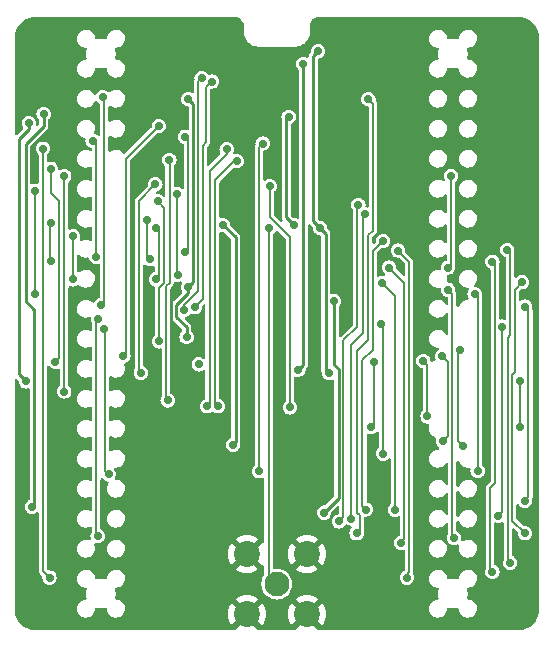
<source format=gbr>
G04 #@! TF.GenerationSoftware,KiCad,Pcbnew,7.0.9-7.0.9~ubuntu22.04.1*
G04 #@! TF.CreationDate,2023-12-06T13:17:01-05:00*
G04 #@! TF.ProjectId,caravel-breakout-qfn,63617261-7665-46c2-9d62-7265616b6f75,2.3*
G04 #@! TF.SameCoordinates,PX2dc6c00PY42c1d80*
G04 #@! TF.FileFunction,Copper,L2,Bot*
G04 #@! TF.FilePolarity,Positive*
%FSLAX46Y46*%
G04 Gerber Fmt 4.6, Leading zero omitted, Abs format (unit mm)*
G04 Created by KiCad (PCBNEW 7.0.9-7.0.9~ubuntu22.04.1) date 2023-12-06 13:17:01*
%MOMM*%
%LPD*%
G01*
G04 APERTURE LIST*
G04 #@! TA.AperFunction,ComponentPad*
%ADD10C,0.620000*%
G04 #@! TD*
G04 #@! TA.AperFunction,ComponentPad*
%ADD11C,2.200000*%
G04 #@! TD*
G04 #@! TA.AperFunction,ComponentPad*
%ADD12C,2.100000*%
G04 #@! TD*
G04 #@! TA.AperFunction,ViaPad*
%ADD13C,0.700000*%
G04 #@! TD*
G04 #@! TA.AperFunction,Conductor*
%ADD14C,0.180000*%
G04 #@! TD*
G04 #@! TA.AperFunction,Conductor*
%ADD15C,0.250000*%
G04 #@! TD*
G04 #@! TA.AperFunction,Conductor*
%ADD16C,0.200000*%
G04 #@! TD*
G04 APERTURE END LIST*
D10*
X40060000Y700000D03*
X750000Y11900000D03*
X26250000Y51750000D03*
X1100000Y1100000D03*
X7040000Y700000D03*
X44250000Y33760000D03*
X36450000Y33850000D03*
X14660000Y700000D03*
X1000000Y49000000D03*
X12350000Y7200000D03*
X10300000Y49150000D03*
X44250000Y36300000D03*
X44250000Y46460000D03*
X44250000Y49000000D03*
X44250000Y7710000D03*
X14700000Y47000000D03*
X44250000Y10250000D03*
X18750000Y51750000D03*
X17300000Y42100000D03*
X32600000Y42100000D03*
X27360000Y700000D03*
X23900000Y45700000D03*
X3250000Y51750000D03*
X750000Y19900000D03*
X26900000Y45700000D03*
X750000Y15900000D03*
X25750000Y8900000D03*
X26900000Y43600000D03*
X44250000Y31220000D03*
X1000000Y44500000D03*
X26900000Y39500000D03*
X29000000Y5500000D03*
X26900000Y48300000D03*
X19750000Y8900000D03*
X5900000Y36400000D03*
X3500000Y16100000D03*
X44250000Y38840000D03*
X3500000Y13550000D03*
X22750000Y8900000D03*
X24250000Y18400000D03*
X750000Y7900000D03*
X750000Y3900000D03*
X16750000Y11000000D03*
X12120000Y700000D03*
X16750000Y8900000D03*
X19750000Y11000000D03*
X22000000Y39500000D03*
X3500000Y8500000D03*
X33000000Y51750000D03*
X29900000Y700000D03*
X44250000Y41380000D03*
X9580000Y700000D03*
X34980000Y700000D03*
X4500000Y700000D03*
X22750000Y11000000D03*
X22280000Y700000D03*
X12350000Y17350000D03*
D11*
X19960000Y6740000D03*
X25040000Y6740000D03*
X25040000Y1660000D03*
X19960000Y1660000D03*
D12*
X22500000Y4200000D03*
D10*
X31650000Y11000000D03*
X43750000Y1000000D03*
X44250000Y5170000D03*
X11750000Y51750000D03*
X44250000Y43920000D03*
X17300000Y45700000D03*
X26900000Y37900000D03*
X17200000Y700000D03*
X3500000Y18800000D03*
X42000000Y51750000D03*
X25750000Y11000000D03*
X37520000Y700000D03*
X32440000Y700000D03*
D13*
X24642462Y21492462D03*
X10500000Y3500000D03*
X10500000Y5750000D03*
X28275314Y27978220D03*
X4750000Y49100000D03*
X32750000Y37750000D03*
X24038116Y35528501D03*
X26675000Y35181266D03*
X17750000Y18250000D03*
X35500000Y13250000D03*
X25500000Y24000000D03*
X40250000Y3500000D03*
X22690000Y27086000D03*
X34500000Y3500000D03*
X40250000Y13000000D03*
X4750000Y46550000D03*
X19975000Y27200000D03*
X11671908Y40267068D03*
X4750000Y41750000D03*
X4750000Y3250000D03*
X4750000Y5750000D03*
X13822996Y25104589D03*
X14029931Y29372114D03*
X15826192Y21851819D03*
X2000000Y40000000D03*
X35285000Y25715000D03*
X19975000Y29873863D03*
X26750000Y21100000D03*
X17936228Y35572057D03*
X11750000Y27500000D03*
X22690000Y29800000D03*
X26000000Y49300000D03*
X26172288Y34341239D03*
X26909499Y22050000D03*
X24318001Y22345596D03*
X24750000Y48250000D03*
X1250000Y21350500D03*
X1500000Y43250000D03*
X15884997Y22800000D03*
X14856248Y25096643D03*
X14978513Y29320167D03*
X15000000Y45250000D03*
X26500000Y10250000D03*
X27342175Y28156423D03*
X2000000Y28750000D03*
X2000000Y37500000D03*
X14060000Y37190000D03*
X14100000Y30393462D03*
X3370000Y31581466D03*
X3370000Y34769515D03*
X11500000Y35000000D03*
X11749038Y31702962D03*
X14714997Y42074230D03*
X7200000Y31900000D03*
X14755450Y32310000D03*
X6900000Y41750000D03*
X5222801Y29988568D03*
X5250000Y33639500D03*
X12300002Y34329500D03*
X12250000Y30000000D03*
X14674820Y27408962D03*
X16133978Y47034343D03*
X17000000Y46750000D03*
X15541582Y27633222D03*
X29250000Y8500000D03*
X7330000Y8250000D03*
X7387096Y26637096D03*
X30250000Y45250000D03*
X7600000Y27800000D03*
X7750000Y45425000D03*
X9500000Y23500000D03*
X12499994Y43000000D03*
X21000000Y13750000D03*
X8250000Y13500000D03*
X7850000Y25800000D03*
X21299998Y41500000D03*
X17525000Y19250000D03*
X19099998Y40000000D03*
X16574997Y19250000D03*
X18250000Y41000000D03*
X28810000Y9750000D03*
X29940000Y35500000D03*
X29400000Y36300000D03*
X27750000Y9500000D03*
X30012096Y10512096D03*
X31500000Y33250000D03*
X42000000Y32500000D03*
X42250000Y6000000D03*
X23600000Y19150000D03*
X37000000Y31000000D03*
X21900000Y37900000D03*
X37250000Y38750000D03*
X43500000Y8500000D03*
X43250000Y29750000D03*
X39250000Y28750000D03*
X39500000Y13780500D03*
X43500000Y27700000D03*
X43500000Y11250000D03*
X34900000Y23100000D03*
X35250000Y18399500D03*
X36554346Y16299999D03*
X36500000Y23500000D03*
X30750000Y23000000D03*
X30500000Y17500000D03*
X43110000Y17500000D03*
X43110000Y21367753D03*
X31300004Y26200000D03*
X31500000Y15250000D03*
X38250000Y15850000D03*
X38000000Y23999996D03*
X31408851Y29704977D03*
X32500000Y10500000D03*
X41250000Y10000000D03*
X41560000Y26000000D03*
X12500000Y24750000D03*
X12400000Y36599996D03*
X4500000Y38750000D03*
X4500000Y20500000D03*
X13250000Y19750000D03*
X13400000Y40100000D03*
X3250000Y4750000D03*
X2680000Y41070000D03*
X12209999Y38040001D03*
X10974799Y22075500D03*
X21862096Y34362096D03*
X33010000Y7691422D03*
X32000000Y31000000D03*
X37500000Y8100000D03*
X36985306Y29119636D03*
X3750000Y23000000D03*
X3370000Y39370000D03*
X33500000Y4750000D03*
X32750000Y32440000D03*
X40750000Y31500000D03*
X40750000Y5250000D03*
X18799996Y16000000D03*
X17929386Y34620566D03*
X1750000Y10750000D03*
X23500000Y43760000D03*
X2750000Y44000000D03*
X23965220Y34581299D03*
D14*
X36985306Y29119636D02*
X37360000Y28744942D01*
X37360000Y28744942D02*
X37360000Y8240000D01*
X37360000Y8240000D02*
X37500000Y8100000D01*
X16574997Y19250000D02*
X16800000Y19475003D01*
X16800000Y19475003D02*
X16800000Y39200000D01*
X16800000Y39200000D02*
X18250000Y40650000D01*
X18250000Y40650000D02*
X18250000Y41000000D01*
X28810000Y9750000D02*
X28810000Y24460000D01*
X28810000Y24460000D02*
X29800000Y25450000D01*
X29800000Y35360000D02*
X29940000Y35500000D01*
X29800000Y25450000D02*
X29800000Y35360000D01*
X30250000Y45250000D02*
X30630000Y44870000D01*
X30630000Y44870000D02*
X30630000Y34130000D01*
X30630000Y34130000D02*
X30250000Y33750000D01*
X30250000Y33750000D02*
X30250000Y24850000D01*
X30250000Y24850000D02*
X29322096Y23922096D01*
X29322096Y23922096D02*
X29322096Y10226288D01*
X29322096Y10226288D02*
X29500004Y10048380D01*
X29500004Y10048380D02*
X29500004Y8750004D01*
X29500004Y8750004D02*
X29250000Y8500000D01*
X31500000Y33250000D02*
X30610000Y32360000D01*
X30610000Y32360000D02*
X30610000Y24010000D01*
X29750000Y23150000D02*
X29750000Y10774192D01*
X30610000Y24010000D02*
X29750000Y23150000D01*
X29750000Y10774192D02*
X30012096Y10512096D01*
X31500000Y15250000D02*
X31500000Y26000004D01*
X31500000Y26000004D02*
X31300004Y26200000D01*
X17525000Y19250000D02*
X17289386Y19485614D01*
X17289386Y19485614D02*
X17289386Y38389386D01*
X17289386Y38389386D02*
X18900000Y40000000D01*
X18900000Y40000000D02*
X19099998Y40000000D01*
X17000000Y46750000D02*
X16500000Y46250000D01*
X16500000Y46250000D02*
X16500000Y41600000D01*
X16500000Y41600000D02*
X16214997Y41314997D01*
X16214997Y41314997D02*
X16214997Y28306637D01*
X16214997Y28306637D02*
X15541582Y27633222D01*
D15*
X25600000Y34913527D02*
X25600000Y48900000D01*
X25600000Y48900000D02*
X26000000Y49300000D01*
X26172288Y34341239D02*
X25600000Y34913527D01*
X1750000Y10750000D02*
X1975000Y10975000D01*
X1225000Y28187903D02*
X1225000Y41425000D01*
X1975000Y10975000D02*
X1975000Y27437903D01*
X1975000Y27437903D02*
X1225000Y28187903D01*
X1225000Y41425000D02*
X2750000Y42950000D01*
X2750000Y42950000D02*
X2750000Y44000000D01*
D14*
X3370000Y39370000D02*
X3370000Y37330000D01*
X3370000Y37330000D02*
X4060000Y36640000D01*
X4060000Y36640000D02*
X4060000Y23310000D01*
X4060000Y23310000D02*
X3750000Y23000000D01*
X10974799Y22075500D02*
X10800000Y22250299D01*
X10800000Y22250299D02*
X10800000Y36630002D01*
X10800000Y36630002D02*
X12209999Y38040001D01*
X36500000Y23500000D02*
X36980000Y23020000D01*
X36980000Y23020000D02*
X36980000Y16725653D01*
X36980000Y16725653D02*
X36554346Y16299999D01*
X43110000Y21367753D02*
X43100000Y21357753D01*
X43100000Y21357753D02*
X43100000Y17510000D01*
X43100000Y17510000D02*
X43110000Y17500000D01*
X43500000Y8500000D02*
X42420000Y9580000D01*
X42420000Y9580000D02*
X42420000Y21920000D01*
X42420000Y21920000D02*
X42620000Y22120000D01*
X42620000Y22120000D02*
X42620000Y29120000D01*
X42620000Y29120000D02*
X43250000Y29750000D01*
X42250000Y6000000D02*
X42060000Y6190000D01*
X42060000Y6190000D02*
X42060000Y25060000D01*
X42060000Y25060000D02*
X42250000Y25250000D01*
X42250000Y25250000D02*
X42250000Y32250000D01*
X42250000Y32250000D02*
X42000000Y32500000D01*
X35250000Y22750000D02*
X34900000Y23100000D01*
X35250000Y18399500D02*
X35250000Y22750000D01*
X33300000Y7981422D02*
X33010000Y7691422D01*
X33300000Y29700000D02*
X33300000Y7981422D01*
X33500000Y5000000D02*
X33500000Y4750000D01*
X32000000Y31000000D02*
X33300000Y29700000D01*
X33700000Y31490000D02*
X33700000Y5200000D01*
X32750000Y32440000D02*
X33700000Y31490000D01*
X33700000Y5200000D02*
X33500000Y5000000D01*
X12500000Y24750000D02*
X12500000Y29274192D01*
X12500000Y29274192D02*
X12950000Y29724192D01*
X12950000Y29724192D02*
X12950000Y36049996D01*
X12950000Y36049996D02*
X12400000Y36599996D01*
D15*
X1250000Y21350500D02*
X649083Y21951417D01*
X649083Y21951417D02*
X649083Y41849083D01*
X649083Y41849083D02*
X1500000Y42700000D01*
X1500000Y42700000D02*
X1500000Y43250000D01*
D14*
X43800000Y11550000D02*
X43800000Y27400000D01*
X43500000Y11250000D02*
X43800000Y11550000D01*
X43800000Y27400000D02*
X43500000Y27700000D01*
D15*
X13822996Y25104589D02*
X13547996Y25379589D01*
X13547996Y25379589D02*
X13547996Y28890179D01*
X13547996Y28890179D02*
X14029931Y29372114D01*
X26638851Y33874676D02*
X26638851Y22320648D01*
X26172288Y34341239D02*
X26638851Y33874676D01*
X26638851Y22320648D02*
X26909499Y22050000D01*
X24750000Y22777595D02*
X24318001Y22345596D01*
X24750000Y48250000D02*
X24750000Y22777595D01*
X15439997Y29781651D02*
X14978513Y29320167D01*
X15000000Y45250000D02*
X15439997Y44810003D01*
X14978513Y28821994D02*
X14978513Y29320167D01*
X15439997Y44810003D02*
X15439997Y29781651D01*
X14856248Y25943896D02*
X14000000Y26800144D01*
X14000000Y26800144D02*
X14000000Y27843481D01*
X14000000Y27843481D02*
X14978513Y28821994D01*
X14856248Y25096643D02*
X14856248Y25943896D01*
X27342175Y22757825D02*
X27342175Y28156423D01*
X27725000Y22375000D02*
X27342175Y22757825D01*
X27725000Y11475000D02*
X27725000Y22375000D01*
X26500000Y10250000D02*
X27725000Y11475000D01*
D14*
X2000000Y28750000D02*
X2000000Y37500000D01*
X14060000Y37190000D02*
X14060000Y30433462D01*
X14060000Y30433462D02*
X14100000Y30393462D01*
X3370000Y34769515D02*
X3275504Y34675019D01*
X3275504Y34675019D02*
X3275504Y31675962D01*
X3275504Y31675962D02*
X3370000Y31581466D01*
X11500000Y31952000D02*
X11500000Y35000000D01*
X11749038Y31702962D02*
X11500000Y31952000D01*
X15000000Y41789227D02*
X14714997Y42074230D01*
X7200000Y41450000D02*
X6900000Y41750000D01*
X7200000Y31900000D02*
X7200000Y41450000D01*
X15000000Y32554550D02*
X15000000Y41789227D01*
X14755450Y32310000D02*
X15000000Y32554550D01*
X5250000Y30015767D02*
X5250000Y33639500D01*
X5222801Y29988568D02*
X5250000Y30015767D01*
X12500000Y34129502D02*
X12300002Y34329500D01*
X12500000Y30250000D02*
X12500000Y34129502D01*
X12250000Y30000000D02*
X12500000Y30250000D01*
X14674820Y27854123D02*
X14674820Y27408962D01*
X15854997Y46755362D02*
X15854997Y29034300D01*
X16133978Y47034343D02*
X15854997Y46755362D01*
X15854997Y29034300D02*
X14674820Y27854123D01*
X7210000Y8370000D02*
X7330000Y8250000D01*
X7210000Y26460000D02*
X7210000Y8370000D01*
X7387096Y26637096D02*
X7210000Y26460000D01*
X7750000Y45425000D02*
X7890000Y45285000D01*
X7890000Y45285000D02*
X7890000Y28090000D01*
X7890000Y28090000D02*
X7600000Y27800000D01*
X9720000Y40220006D02*
X12499994Y43000000D01*
X9500000Y23500000D02*
X9720000Y23720000D01*
X9720000Y23720000D02*
X9720000Y40220006D01*
X7950000Y13800000D02*
X7950000Y25700000D01*
X8250000Y13500000D02*
X7950000Y13800000D01*
X7950000Y25700000D02*
X7850000Y25800000D01*
X21000000Y41200002D02*
X21299998Y41500000D01*
X21000000Y13750000D02*
X21000000Y41200002D01*
X29300000Y26000000D02*
X29300000Y36200000D01*
X28140000Y9890000D02*
X28140000Y24840000D01*
X29300000Y36200000D02*
X29400000Y36300000D01*
X28140000Y24840000D02*
X29300000Y26000000D01*
X27750000Y9500000D02*
X28140000Y9890000D01*
X23600000Y33600000D02*
X23600000Y19150000D01*
X21900000Y37900000D02*
X21900000Y35300000D01*
X37250000Y31250000D02*
X37000000Y31000000D01*
X37250000Y38750000D02*
X37250000Y31250000D01*
X21900000Y35300000D02*
X23600000Y33600000D01*
X39500000Y13780500D02*
X39520000Y13800500D01*
X39520000Y13800500D02*
X39520000Y28480000D01*
X39520000Y28480000D02*
X39250000Y28750000D01*
X30750000Y17750000D02*
X30500000Y17500000D01*
X30750000Y23000000D02*
X30750000Y17750000D01*
X38000000Y23999996D02*
X37820000Y23819996D01*
X37820000Y23819996D02*
X37820000Y16280000D01*
X37820000Y16280000D02*
X38250000Y15850000D01*
X32500000Y28613828D02*
X31408851Y29704977D01*
X32500000Y10500000D02*
X32500000Y28613828D01*
X41560000Y10310000D02*
X41250000Y10000000D01*
X41560000Y26000000D02*
X41560000Y10310000D01*
X4500000Y38750000D02*
X4500000Y20500000D01*
X13250000Y19750000D02*
X13132996Y19867004D01*
X13132996Y19867004D02*
X13132996Y29398072D01*
X13132996Y29398072D02*
X13410000Y29675076D01*
X13410000Y29675076D02*
X13410000Y40090000D01*
X13410000Y40090000D02*
X13400000Y40100000D01*
X2680000Y5320000D02*
X3250000Y4750000D01*
X2680000Y41070000D02*
X2680000Y5320000D01*
D16*
X21800000Y34024192D02*
X22000000Y34224192D01*
X21800000Y4900000D02*
X21800000Y34024192D01*
D14*
X22500000Y4200000D02*
X22000000Y4700000D01*
X22000000Y34224192D02*
X21862096Y34362096D01*
D16*
X22000000Y4700000D02*
X21800000Y4900000D01*
D14*
X40940000Y12714192D02*
X40560000Y12334192D01*
X40940000Y31310000D02*
X40940000Y12714192D01*
X40560000Y5440000D02*
X40750000Y5250000D01*
X40560000Y12334192D02*
X40560000Y5440000D01*
X40750000Y31500000D02*
X40940000Y31310000D01*
D15*
X19000000Y33549952D02*
X19000000Y16200004D01*
X17929386Y34620566D02*
X19000000Y33549952D01*
X19000000Y16200004D02*
X18799996Y16000000D01*
X23300000Y35246519D02*
X23965220Y34581299D01*
X23300000Y43560000D02*
X23300000Y35246519D01*
X23500000Y43760000D02*
X23300000Y43560000D01*
G04 #@! TA.AperFunction,Conductor*
G36*
X14446563Y29804247D02*
G01*
X14482215Y29744158D01*
X14479721Y29674333D01*
X14460444Y29638008D01*
X14450485Y29625030D01*
X14450482Y29625024D01*
X14389574Y29477977D01*
X14389573Y29477973D01*
X14371269Y29338940D01*
X14368797Y29320167D01*
X14388780Y29168381D01*
X14389573Y29162362D01*
X14389574Y29162358D01*
X14450481Y29015312D01*
X14450482Y29015310D01*
X14450483Y29015309D01*
X14464453Y28997104D01*
X14489648Y28931938D01*
X14475611Y28863492D01*
X14453759Y28833936D01*
X13768577Y28148754D01*
X13748727Y28132633D01*
X13739419Y28126552D01*
X13717359Y28098209D01*
X13712281Y28092457D01*
X13709424Y28089600D01*
X13709413Y28089586D01*
X13702409Y28079777D01*
X13647431Y28036658D01*
X13577869Y28030108D01*
X13515809Y28062205D01*
X13480953Y28122760D01*
X13477496Y28151836D01*
X13477496Y29204014D01*
X13497181Y29271053D01*
X13513810Y29291691D01*
X13641062Y29418944D01*
X13645022Y29422573D01*
X13677973Y29450220D01*
X13699484Y29487480D01*
X13702371Y29492010D01*
X13727039Y29527238D01*
X13727040Y29527241D01*
X13728233Y29529799D01*
X13737754Y29552783D01*
X13738717Y29555431D01*
X13738717Y29555432D01*
X13738718Y29555433D01*
X13746188Y29597807D01*
X13747344Y29603020D01*
X13758483Y29644588D01*
X13754735Y29687421D01*
X13754500Y29692824D01*
X13754500Y29696689D01*
X13774185Y29763728D01*
X13826989Y29809483D01*
X13896147Y29819427D01*
X13925950Y29811251D01*
X13942194Y29804522D01*
X14081640Y29786164D01*
X14099999Y29783746D01*
X14100000Y29783746D01*
X14100001Y29783746D01*
X14116446Y29785912D01*
X14257806Y29804522D01*
X14314616Y29828054D01*
X14384084Y29835522D01*
X14446563Y29804247D01*
G37*
G04 #@! TD.AperFunction*
G04 #@! TA.AperFunction,Conductor*
G36*
X19003031Y52199201D02*
G01*
X19050947Y52194483D01*
X19124317Y52187256D01*
X19148145Y52182517D01*
X19256005Y52149798D01*
X19278453Y52140499D01*
X19377849Y52087371D01*
X19398059Y52073867D01*
X19485179Y52002370D01*
X19502369Y51985180D01*
X19573866Y51898060D01*
X19587370Y51877850D01*
X19640495Y51778462D01*
X19649798Y51756003D01*
X19682514Y51648152D01*
X19687256Y51624312D01*
X19699201Y51503033D01*
X19699500Y51496952D01*
X19699500Y50897649D01*
X19731522Y50695466D01*
X19794781Y50500777D01*
X19858691Y50375347D01*
X19886736Y50320307D01*
X19887715Y50318387D01*
X20008028Y50152787D01*
X20152786Y50008029D01*
X20288105Y49909716D01*
X20318390Y49887713D01*
X20434607Y49828497D01*
X20500776Y49794782D01*
X20500778Y49794782D01*
X20500781Y49794780D01*
X20605137Y49760873D01*
X20695465Y49731523D01*
X20796557Y49715512D01*
X20897648Y49699500D01*
X20897649Y49699500D01*
X24102351Y49699500D01*
X24102352Y49699500D01*
X24304534Y49731523D01*
X24499219Y49794780D01*
X24681610Y49887713D01*
X24774590Y49955268D01*
X24847213Y50008029D01*
X24847215Y50008032D01*
X24847219Y50008034D01*
X24991966Y50152781D01*
X24991968Y50152785D01*
X24991971Y50152787D01*
X25106914Y50310995D01*
X25112287Y50318390D01*
X25205220Y50500781D01*
X25268477Y50695466D01*
X25300500Y50897648D01*
X25300500Y51000000D01*
X25300500Y51047595D01*
X25300500Y51496952D01*
X25300799Y51503032D01*
X25306033Y51556173D01*
X25312744Y51624320D01*
X25317483Y51648144D01*
X25350203Y51756010D01*
X25359499Y51778451D01*
X25412632Y51877856D01*
X25426133Y51898060D01*
X25445251Y51921355D01*
X25497635Y51985186D01*
X25514814Y52002365D01*
X25601942Y52073869D01*
X25622144Y52087368D01*
X25721549Y52140501D01*
X25743990Y52149797D01*
X25851856Y52182517D01*
X25875682Y52187256D01*
X25949052Y52194483D01*
X25996969Y52199201D01*
X26003049Y52199500D01*
X26047595Y52199500D01*
X42952405Y52199500D01*
X42997786Y52199500D01*
X43002208Y52199343D01*
X43233020Y52182835D01*
X43250529Y52180317D01*
X43470144Y52132542D01*
X43487103Y52127563D01*
X43697694Y52049017D01*
X43713777Y52041673D01*
X43911036Y51933960D01*
X43925919Y51924395D01*
X44105836Y51789711D01*
X44119207Y51778125D01*
X44278124Y51619208D01*
X44289710Y51605837D01*
X44424394Y51425920D01*
X44433959Y51411037D01*
X44541669Y51213783D01*
X44549019Y51197689D01*
X44627559Y50987113D01*
X44632543Y50970138D01*
X44680316Y50750530D01*
X44682834Y50733018D01*
X44699342Y50502211D01*
X44699500Y50497787D01*
X44699500Y2002214D01*
X44699342Y1997790D01*
X44682834Y1766983D01*
X44680316Y1749471D01*
X44632543Y1529863D01*
X44627559Y1512888D01*
X44549019Y1302312D01*
X44541669Y1286218D01*
X44433959Y1088964D01*
X44424394Y1074081D01*
X44289710Y894164D01*
X44278124Y880793D01*
X44119207Y721876D01*
X44105836Y710290D01*
X43925919Y575606D01*
X43911036Y566041D01*
X43713782Y458331D01*
X43697688Y450981D01*
X43487112Y372441D01*
X43470137Y367457D01*
X43250529Y319684D01*
X43233017Y317166D01*
X43019172Y301872D01*
X43002208Y300658D01*
X42997786Y300500D01*
X26097309Y300500D01*
X26030270Y320185D01*
X26009628Y336819D01*
X25403108Y943339D01*
X25541948Y1030577D01*
X25669423Y1158052D01*
X25756661Y1296892D01*
X26337732Y715821D01*
X26338424Y716629D01*
X26338432Y716640D01*
X26470019Y931369D01*
X26566396Y1164044D01*
X26625187Y1408928D01*
X26644947Y1660000D01*
X26625187Y1911073D01*
X26585717Y2075480D01*
X35365618Y2075480D01*
X35396488Y1900404D01*
X35466904Y1737161D01*
X35524349Y1660000D01*
X35573067Y1594561D01*
X35709254Y1480286D01*
X35787990Y1440743D01*
X35868118Y1400501D01*
X35868119Y1400501D01*
X35868123Y1400499D01*
X36041110Y1359500D01*
X36041113Y1359500D01*
X36174285Y1359500D01*
X36174292Y1359500D01*
X36306577Y1374962D01*
X36473635Y1435766D01*
X36622168Y1533457D01*
X36744167Y1662769D01*
X36833057Y1816731D01*
X36884045Y1987042D01*
X36889131Y2074372D01*
X36912680Y2140151D01*
X36968055Y2182759D01*
X37037674Y2188664D01*
X37056491Y2183253D01*
X37065976Y2179693D01*
X37121345Y2169645D01*
X37287450Y2139500D01*
X37287453Y2139500D01*
X37456148Y2139500D01*
X37456155Y2139500D01*
X37624188Y2154623D01*
X37748770Y2189006D01*
X37818627Y2187867D01*
X37876782Y2149139D01*
X37904766Y2085118D01*
X37905546Y2076698D01*
X37905616Y2075489D01*
X37936488Y1900404D01*
X38006904Y1737161D01*
X38064349Y1660000D01*
X38113067Y1594561D01*
X38249254Y1480286D01*
X38327990Y1440743D01*
X38408118Y1400501D01*
X38408119Y1400501D01*
X38408123Y1400499D01*
X38581110Y1359500D01*
X38581113Y1359500D01*
X38714285Y1359500D01*
X38714292Y1359500D01*
X38846577Y1374962D01*
X39013635Y1435766D01*
X39162168Y1533457D01*
X39284167Y1662769D01*
X39373057Y1816731D01*
X39424045Y1987042D01*
X39434382Y2164520D01*
X39403511Y2339599D01*
X39333096Y2502838D01*
X39226933Y2645439D01*
X39154112Y2706543D01*
X39090746Y2759714D01*
X39090744Y2759715D01*
X38931881Y2839500D01*
X38931877Y2839501D01*
X38758890Y2880500D01*
X38721860Y2880500D01*
X38654821Y2900185D01*
X38609066Y2952989D01*
X38599122Y3022147D01*
X38600969Y3032092D01*
X38636187Y3186397D01*
X38644191Y3221463D01*
X38654290Y3446330D01*
X38624075Y3669387D01*
X38602007Y3737303D01*
X38600013Y3807141D01*
X38636093Y3866974D01*
X38698793Y3897803D01*
X38712725Y3899409D01*
X38714284Y3899500D01*
X38714292Y3899500D01*
X38846577Y3914962D01*
X39013635Y3975766D01*
X39162168Y4073457D01*
X39284167Y4202769D01*
X39373057Y4356731D01*
X39424045Y4527042D01*
X39434382Y4704520D01*
X39403511Y4879599D01*
X39333096Y5042838D01*
X39324147Y5054858D01*
X39238787Y5169516D01*
X39226933Y5185439D01*
X39225039Y5187028D01*
X39149992Y5250000D01*
X40140284Y5250000D01*
X40157763Y5117233D01*
X40161060Y5092195D01*
X40161061Y5092191D01*
X40221968Y4945145D01*
X40221969Y4945143D01*
X40221970Y4945142D01*
X40318866Y4818866D01*
X40445142Y4721970D01*
X40592194Y4661060D01*
X40731640Y4642702D01*
X40749999Y4640284D01*
X40750000Y4640284D01*
X40750001Y4640284D01*
X40766446Y4642450D01*
X40907806Y4661060D01*
X41054858Y4721970D01*
X41181134Y4818866D01*
X41278030Y4945142D01*
X41338940Y5092194D01*
X41359716Y5250000D01*
X41338940Y5407806D01*
X41278030Y5554858D01*
X41181134Y5681134D01*
X41054858Y5778030D01*
X41039851Y5784246D01*
X40981047Y5808604D01*
X40926643Y5852446D01*
X40904579Y5918740D01*
X40904500Y5923165D01*
X40904500Y9303227D01*
X40924185Y9370266D01*
X40976989Y9416021D01*
X41046147Y9425965D01*
X41075950Y9417789D01*
X41092194Y9411060D01*
X41231640Y9392702D01*
X41249999Y9390284D01*
X41250000Y9390284D01*
X41250001Y9390284D01*
X41266446Y9392450D01*
X41407806Y9411060D01*
X41544050Y9467494D01*
X41613517Y9474962D01*
X41675996Y9443687D01*
X41711648Y9383598D01*
X41715500Y9352932D01*
X41715500Y6313902D01*
X41706061Y6266450D01*
X41661061Y6157810D01*
X41661060Y6157806D01*
X41640284Y6000001D01*
X41640284Y6000000D01*
X41661060Y5842195D01*
X41661061Y5842191D01*
X41721968Y5695145D01*
X41721969Y5695143D01*
X41721970Y5695142D01*
X41818866Y5568866D01*
X41945142Y5471970D01*
X42092194Y5411060D01*
X42231640Y5392702D01*
X42249999Y5390284D01*
X42250000Y5390284D01*
X42250001Y5390284D01*
X42266446Y5392450D01*
X42407806Y5411060D01*
X42554858Y5471970D01*
X42681134Y5568866D01*
X42778030Y5695142D01*
X42838940Y5842194D01*
X42859716Y6000000D01*
X42838940Y6157806D01*
X42778030Y6304858D01*
X42681134Y6431134D01*
X42554858Y6528030D01*
X42539851Y6534246D01*
X42481047Y6558604D01*
X42426643Y6602446D01*
X42404579Y6668740D01*
X42404500Y6673165D01*
X42404500Y8808942D01*
X42424185Y8875981D01*
X42476989Y8921736D01*
X42546147Y8931680D01*
X42609703Y8902655D01*
X42616174Y8896629D01*
X42745055Y8767748D01*
X42861297Y8651506D01*
X42894782Y8590183D01*
X42896555Y8547641D01*
X42890768Y8503680D01*
X42890284Y8500000D01*
X42910697Y8344948D01*
X42911060Y8342195D01*
X42911061Y8342191D01*
X42971968Y8195145D01*
X42971969Y8195143D01*
X42971970Y8195142D01*
X43068866Y8068866D01*
X43195142Y7971970D01*
X43342194Y7911060D01*
X43481640Y7892702D01*
X43499999Y7890284D01*
X43500000Y7890284D01*
X43500001Y7890284D01*
X43516446Y7892450D01*
X43657806Y7911060D01*
X43804858Y7971970D01*
X43931134Y8068866D01*
X44028030Y8195142D01*
X44088940Y8342194D01*
X44109716Y8500000D01*
X44088940Y8657806D01*
X44039141Y8778033D01*
X44028031Y8804856D01*
X44028030Y8804857D01*
X44028030Y8804858D01*
X43931134Y8931134D01*
X43804858Y9028030D01*
X43804857Y9028031D01*
X43804855Y9028032D01*
X43657809Y9088939D01*
X43657807Y9088940D01*
X43657806Y9088940D01*
X43578903Y9099328D01*
X43500001Y9109716D01*
X43499997Y9109716D01*
X43452359Y9103445D01*
X43383323Y9114211D01*
X43348494Y9138703D01*
X42800819Y9686378D01*
X42767334Y9747701D01*
X42764500Y9774059D01*
X42764500Y10850231D01*
X42784185Y10917270D01*
X42836989Y10963025D01*
X42906147Y10972969D01*
X42969703Y10943944D01*
X42986873Y10925720D01*
X43030017Y10869495D01*
X43059853Y10830611D01*
X43068866Y10818866D01*
X43195142Y10721970D01*
X43342194Y10661060D01*
X43481640Y10642702D01*
X43499999Y10640284D01*
X43500000Y10640284D01*
X43500001Y10640284D01*
X43516446Y10642450D01*
X43657806Y10661060D01*
X43804858Y10721970D01*
X43931134Y10818866D01*
X44028030Y10945142D01*
X44088940Y11092194D01*
X44109716Y11250000D01*
X44100306Y11321470D01*
X44111071Y11390502D01*
X44113775Y11395164D01*
X44118233Y11404723D01*
X44127754Y11427707D01*
X44128717Y11430355D01*
X44128717Y11430356D01*
X44128718Y11430357D01*
X44136188Y11472731D01*
X44137344Y11477944D01*
X44148483Y11519512D01*
X44144735Y11562341D01*
X44144500Y11567744D01*
X44144500Y27382258D01*
X44144736Y27387665D01*
X44148483Y27430489D01*
X44137353Y27472027D01*
X44136184Y27477298D01*
X44128718Y27519643D01*
X44128715Y27519648D01*
X44127759Y27522277D01*
X44118223Y27545297D01*
X44117040Y27547835D01*
X44117039Y27547838D01*
X44117036Y27547842D01*
X44112454Y27557670D01*
X44115625Y27559150D01*
X44099343Y27607425D01*
X44100305Y27628526D01*
X44109716Y27700000D01*
X44088940Y27857806D01*
X44039473Y27977231D01*
X44028031Y28004856D01*
X44028030Y28004857D01*
X44028030Y28004858D01*
X43931134Y28131134D01*
X43804858Y28228030D01*
X43804857Y28228031D01*
X43804855Y28228032D01*
X43657809Y28288939D01*
X43657807Y28288940D01*
X43657806Y28288940D01*
X43554810Y28302500D01*
X43500001Y28309716D01*
X43499999Y28309716D01*
X43342194Y28288940D01*
X43342190Y28288939D01*
X43195143Y28228031D01*
X43195142Y28228031D01*
X43163985Y28204123D01*
X43098816Y28178930D01*
X43030371Y28192969D01*
X42980382Y28241784D01*
X42964500Y28302500D01*
X42964500Y28925942D01*
X42984185Y28992981D01*
X43000813Y29013618D01*
X43098496Y29111301D01*
X43159815Y29144783D01*
X43202360Y29146556D01*
X43249999Y29140284D01*
X43250000Y29140284D01*
X43250001Y29140284D01*
X43266446Y29142450D01*
X43407806Y29161060D01*
X43554858Y29221970D01*
X43681134Y29318866D01*
X43778030Y29445142D01*
X43838940Y29592194D01*
X43859716Y29750000D01*
X43838940Y29907806D01*
X43778030Y30054858D01*
X43681134Y30181134D01*
X43554858Y30278030D01*
X43554857Y30278031D01*
X43554855Y30278032D01*
X43407809Y30338939D01*
X43407807Y30338940D01*
X43407806Y30338940D01*
X43273182Y30356664D01*
X43250001Y30359716D01*
X43249999Y30359716D01*
X43092194Y30338940D01*
X43092190Y30338939D01*
X42945144Y30278032D01*
X42818865Y30181134D01*
X42816873Y30178537D01*
X42814631Y30176901D01*
X42813119Y30175388D01*
X42812883Y30175624D01*
X42760443Y30137337D01*
X42690697Y30133185D01*
X42629778Y30167400D01*
X42597028Y30229119D01*
X42594500Y30254028D01*
X42594500Y32232267D01*
X42594736Y32237674D01*
X42596132Y32253623D01*
X42598482Y32280489D01*
X42593019Y32300875D01*
X42589856Y32349153D01*
X42593971Y32380404D01*
X42609716Y32500000D01*
X42588940Y32657806D01*
X42548333Y32755841D01*
X42528031Y32804856D01*
X42528030Y32804857D01*
X42528030Y32804858D01*
X42431134Y32931134D01*
X42304858Y33028030D01*
X42304857Y33028031D01*
X42304855Y33028032D01*
X42157809Y33088939D01*
X42157807Y33088940D01*
X42157806Y33088940D01*
X42078903Y33099328D01*
X42000001Y33109716D01*
X41999999Y33109716D01*
X41842194Y33088940D01*
X41842190Y33088939D01*
X41695144Y33028032D01*
X41568866Y32931134D01*
X41471968Y32804856D01*
X41411061Y32657810D01*
X41411060Y32657806D01*
X41390284Y32500000D01*
X41406029Y32380404D01*
X41411060Y32342195D01*
X41411061Y32342191D01*
X41471968Y32195145D01*
X41471969Y32195143D01*
X41471970Y32195142D01*
X41568866Y32068866D01*
X41695142Y31971970D01*
X41695143Y31971970D01*
X41695144Y31971969D01*
X41828952Y31916545D01*
X41883356Y31872705D01*
X41905421Y31806411D01*
X41905500Y31801984D01*
X41905500Y26696774D01*
X41885815Y26629735D01*
X41833011Y26583980D01*
X41763853Y26574036D01*
X41734050Y26582212D01*
X41717809Y26588939D01*
X41717807Y26588940D01*
X41717806Y26588940D01*
X41613534Y26602668D01*
X41560001Y26609716D01*
X41559998Y26609716D01*
X41424685Y26591902D01*
X41355650Y26602668D01*
X41303394Y26649048D01*
X41284500Y26714841D01*
X41284500Y31186099D01*
X41293939Y31233551D01*
X41308098Y31267735D01*
X41338940Y31342194D01*
X41359716Y31500000D01*
X41338940Y31657806D01*
X41283277Y31792191D01*
X41278031Y31804856D01*
X41278030Y31804857D01*
X41278030Y31804858D01*
X41181134Y31931134D01*
X41054858Y32028030D01*
X41054857Y32028031D01*
X41054855Y32028032D01*
X40907809Y32088939D01*
X40907807Y32088940D01*
X40907806Y32088940D01*
X40828903Y32099328D01*
X40750001Y32109716D01*
X40749999Y32109716D01*
X40592194Y32088940D01*
X40592190Y32088939D01*
X40445144Y32028032D01*
X40318866Y31931134D01*
X40221968Y31804856D01*
X40161061Y31657810D01*
X40161060Y31657806D01*
X40140284Y31500001D01*
X40140284Y31500000D01*
X40161060Y31342195D01*
X40161061Y31342191D01*
X40221968Y31195145D01*
X40221969Y31195143D01*
X40221970Y31195142D01*
X40318866Y31068866D01*
X40445142Y30971970D01*
X40518954Y30941397D01*
X40573355Y30897559D01*
X40595421Y30831265D01*
X40595500Y30826837D01*
X40595500Y12908252D01*
X40575815Y12841213D01*
X40559181Y12820571D01*
X40328946Y12590336D01*
X40324957Y12586681D01*
X40292031Y12559052D01*
X40292025Y12559046D01*
X40270533Y12521820D01*
X40267627Y12517258D01*
X40242960Y12482029D01*
X40241794Y12479529D01*
X40232233Y12456449D01*
X40231281Y12453832D01*
X40223814Y12411488D01*
X40222643Y12406207D01*
X40211516Y12364681D01*
X40214346Y12332343D01*
X40215030Y12324520D01*
X40215264Y12321853D01*
X40215500Y12316446D01*
X40215500Y5563902D01*
X40206061Y5516450D01*
X40161061Y5407810D01*
X40161060Y5407806D01*
X40143975Y5278032D01*
X40140284Y5250000D01*
X39149992Y5250000D01*
X39090746Y5299714D01*
X39090744Y5299715D01*
X38931881Y5379500D01*
X38931877Y5379501D01*
X38758890Y5420500D01*
X38625708Y5420500D01*
X38517139Y5407810D01*
X38493422Y5405038D01*
X38493419Y5405037D01*
X38326367Y5344236D01*
X38227343Y5279107D01*
X38177832Y5246543D01*
X38177831Y5246543D01*
X38177831Y5246542D01*
X38055833Y5117233D01*
X37966944Y4963272D01*
X37915955Y4792959D01*
X37915954Y4792954D01*
X37910868Y4705630D01*
X37887318Y4639849D01*
X37831943Y4597242D01*
X37762323Y4591337D01*
X37743507Y4596748D01*
X37734022Y4600308D01*
X37512550Y4640500D01*
X37512547Y4640500D01*
X37343845Y4640500D01*
X37305399Y4637040D01*
X37175813Y4625378D01*
X37175807Y4625377D01*
X37051231Y4590995D01*
X36981370Y4592135D01*
X36923217Y4630863D01*
X36895233Y4694884D01*
X36894452Y4703317D01*
X36894381Y4704512D01*
X36894382Y4704520D01*
X36863511Y4879599D01*
X36793096Y5042838D01*
X36784147Y5054858D01*
X36698787Y5169516D01*
X36686933Y5185439D01*
X36685039Y5187028D01*
X36550746Y5299714D01*
X36550744Y5299715D01*
X36391881Y5379500D01*
X36391877Y5379501D01*
X36218890Y5420500D01*
X36085708Y5420500D01*
X35977139Y5407810D01*
X35953422Y5405038D01*
X35953419Y5405037D01*
X35786367Y5344236D01*
X35687343Y5279107D01*
X35637832Y5246543D01*
X35637831Y5246543D01*
X35637831Y5246542D01*
X35515833Y5117233D01*
X35426944Y4963272D01*
X35375955Y4792959D01*
X35375954Y4792954D01*
X35365618Y4615481D01*
X35365618Y4615480D01*
X35395652Y4445145D01*
X35396489Y4440401D01*
X35402102Y4427389D01*
X35466904Y4277161D01*
X35524349Y4200000D01*
X35573067Y4134561D01*
X35709254Y4020286D01*
X35787990Y3980743D01*
X35868118Y3940501D01*
X35868119Y3940501D01*
X35868123Y3940499D01*
X36041110Y3899500D01*
X36041113Y3899500D01*
X36078140Y3899500D01*
X36145179Y3879815D01*
X36190934Y3827011D01*
X36200878Y3757853D01*
X36199031Y3747908D01*
X36155810Y3558543D01*
X36155808Y3558532D01*
X36146815Y3358281D01*
X36145710Y3333670D01*
X36175925Y3110613D01*
X36175926Y3110609D01*
X36197991Y3042700D01*
X36199986Y2972859D01*
X36163906Y2913026D01*
X36101205Y2882198D01*
X36087299Y2880594D01*
X36085737Y2880503D01*
X36085711Y2880500D01*
X36085708Y2880500D01*
X35997775Y2870222D01*
X35953422Y2865038D01*
X35953419Y2865037D01*
X35786367Y2804236D01*
X35718675Y2759714D01*
X35637832Y2706543D01*
X35637831Y2706543D01*
X35637831Y2706542D01*
X35515833Y2577233D01*
X35426944Y2423272D01*
X35375955Y2252959D01*
X35375954Y2252954D01*
X35365618Y2075481D01*
X35365618Y2075480D01*
X26585717Y2075480D01*
X26566396Y2155957D01*
X26470019Y2388632D01*
X26338432Y2603362D01*
X26338430Y2603364D01*
X26337732Y2604181D01*
X25756660Y2023110D01*
X25669423Y2161948D01*
X25541948Y2289423D01*
X25403107Y2376662D01*
X25984178Y2957734D01*
X25984178Y2957736D01*
X25983374Y2958423D01*
X25983358Y2958434D01*
X25768631Y3090020D01*
X25535956Y3186397D01*
X25291072Y3245188D01*
X25040000Y3264948D01*
X24788927Y3245188D01*
X24544043Y3186397D01*
X24311368Y3090020D01*
X24096637Y2958432D01*
X24095820Y2957734D01*
X24676892Y2376662D01*
X24538052Y2289423D01*
X24410577Y2161948D01*
X24323338Y2023108D01*
X23742266Y2604180D01*
X23741568Y2603363D01*
X23609980Y2388632D01*
X23513603Y2155957D01*
X23454812Y1911073D01*
X23435052Y1660000D01*
X23454812Y1408928D01*
X23513603Y1164044D01*
X23609980Y931369D01*
X23741566Y716642D01*
X23741577Y716626D01*
X23742264Y715822D01*
X23742266Y715822D01*
X24323337Y1296893D01*
X24410577Y1158052D01*
X24538052Y1030577D01*
X24676891Y943339D01*
X24070371Y336819D01*
X24009048Y303334D01*
X23982690Y300500D01*
X21017309Y300500D01*
X20950270Y320185D01*
X20929628Y336819D01*
X20323108Y943339D01*
X20461948Y1030577D01*
X20589423Y1158052D01*
X20676661Y1296892D01*
X21257732Y715821D01*
X21258424Y716629D01*
X21258432Y716640D01*
X21390019Y931369D01*
X21486396Y1164044D01*
X21545187Y1408928D01*
X21564947Y1660000D01*
X21545187Y1911073D01*
X21486396Y2155957D01*
X21390019Y2388632D01*
X21258432Y2603362D01*
X21258430Y2603364D01*
X21257732Y2604181D01*
X20676660Y2023110D01*
X20589423Y2161948D01*
X20461948Y2289423D01*
X20323107Y2376662D01*
X20904178Y2957734D01*
X20904178Y2957736D01*
X20903374Y2958423D01*
X20903358Y2958434D01*
X20688631Y3090020D01*
X20455956Y3186397D01*
X20211072Y3245188D01*
X19960000Y3264948D01*
X19708927Y3245188D01*
X19464043Y3186397D01*
X19231368Y3090020D01*
X19016637Y2958432D01*
X19015820Y2957734D01*
X19596892Y2376662D01*
X19458052Y2289423D01*
X19330577Y2161948D01*
X19243338Y2023108D01*
X18662266Y2604180D01*
X18661568Y2603363D01*
X18529980Y2388632D01*
X18433603Y2155957D01*
X18374812Y1911073D01*
X18355052Y1660000D01*
X18374812Y1408928D01*
X18433603Y1164044D01*
X18529980Y931369D01*
X18661566Y716642D01*
X18661577Y716626D01*
X18662264Y715822D01*
X18662266Y715822D01*
X19243337Y1296893D01*
X19330577Y1158052D01*
X19458052Y1030577D01*
X19596891Y943339D01*
X18990371Y336819D01*
X18929048Y303334D01*
X18902690Y300500D01*
X2002214Y300500D01*
X1997791Y300658D01*
X1979142Y301992D01*
X1766982Y317166D01*
X1749470Y319684D01*
X1529862Y367457D01*
X1512887Y372441D01*
X1302311Y450981D01*
X1286217Y458331D01*
X1088963Y566041D01*
X1074080Y575606D01*
X894163Y710290D01*
X880792Y721876D01*
X721875Y880793D01*
X710289Y894164D01*
X575605Y1074081D01*
X566040Y1088964D01*
X458330Y1286218D01*
X450983Y1302306D01*
X372437Y1512897D01*
X367458Y1529856D01*
X319683Y1749471D01*
X317165Y1766983D01*
X300658Y1997790D01*
X300500Y2002214D01*
X300500Y2075480D01*
X5565618Y2075480D01*
X5596488Y1900404D01*
X5666904Y1737161D01*
X5724349Y1660000D01*
X5773067Y1594561D01*
X5909254Y1480286D01*
X5987990Y1440743D01*
X6068118Y1400501D01*
X6068119Y1400501D01*
X6068123Y1400499D01*
X6241110Y1359500D01*
X6241113Y1359500D01*
X6374285Y1359500D01*
X6374292Y1359500D01*
X6506577Y1374962D01*
X6673635Y1435766D01*
X6822168Y1533457D01*
X6944167Y1662769D01*
X7033057Y1816731D01*
X7084045Y1987042D01*
X7089131Y2074372D01*
X7112680Y2140151D01*
X7168055Y2182759D01*
X7237674Y2188664D01*
X7256491Y2183253D01*
X7265976Y2179693D01*
X7321345Y2169645D01*
X7487450Y2139500D01*
X7487453Y2139500D01*
X7656148Y2139500D01*
X7656155Y2139500D01*
X7824188Y2154623D01*
X7948770Y2189006D01*
X8018627Y2187867D01*
X8076782Y2149139D01*
X8104766Y2085118D01*
X8105546Y2076698D01*
X8105616Y2075489D01*
X8136488Y1900404D01*
X8206904Y1737161D01*
X8264349Y1660000D01*
X8313067Y1594561D01*
X8449254Y1480286D01*
X8527990Y1440743D01*
X8608118Y1400501D01*
X8608119Y1400501D01*
X8608123Y1400499D01*
X8781110Y1359500D01*
X8781113Y1359500D01*
X8914285Y1359500D01*
X8914292Y1359500D01*
X9046577Y1374962D01*
X9213635Y1435766D01*
X9362168Y1533457D01*
X9484167Y1662769D01*
X9573057Y1816731D01*
X9624045Y1987042D01*
X9634382Y2164520D01*
X9603511Y2339599D01*
X9533096Y2502838D01*
X9426933Y2645439D01*
X9354112Y2706543D01*
X9290746Y2759714D01*
X9290744Y2759715D01*
X9131881Y2839500D01*
X9131877Y2839501D01*
X8958890Y2880500D01*
X8921860Y2880500D01*
X8854821Y2900185D01*
X8809066Y2952989D01*
X8799122Y3022147D01*
X8800969Y3032092D01*
X8836187Y3186397D01*
X8844191Y3221463D01*
X8854290Y3446330D01*
X8824075Y3669387D01*
X8802007Y3737303D01*
X8800013Y3807141D01*
X8836093Y3866974D01*
X8898793Y3897803D01*
X8912725Y3899409D01*
X8914284Y3899500D01*
X8914292Y3899500D01*
X9046577Y3914962D01*
X9213635Y3975766D01*
X9362168Y4073457D01*
X9484167Y4202769D01*
X9573057Y4356731D01*
X9624045Y4527042D01*
X9634382Y4704520D01*
X9603511Y4879599D01*
X9533096Y5042838D01*
X9524147Y5054858D01*
X9438787Y5169516D01*
X9426933Y5185439D01*
X9425039Y5187028D01*
X9290746Y5299714D01*
X9290744Y5299715D01*
X9131881Y5379500D01*
X9131877Y5379501D01*
X8958890Y5420500D01*
X8825708Y5420500D01*
X8717139Y5407810D01*
X8693422Y5405038D01*
X8693419Y5405037D01*
X8526367Y5344236D01*
X8427343Y5279107D01*
X8377832Y5246543D01*
X8377831Y5246543D01*
X8377831Y5246542D01*
X8255833Y5117233D01*
X8166944Y4963272D01*
X8115955Y4792959D01*
X8115954Y4792954D01*
X8110868Y4705630D01*
X8087318Y4639849D01*
X8031943Y4597242D01*
X7962323Y4591337D01*
X7943507Y4596748D01*
X7934022Y4600308D01*
X7712550Y4640500D01*
X7712547Y4640500D01*
X7543845Y4640500D01*
X7505399Y4637040D01*
X7375813Y4625378D01*
X7375807Y4625377D01*
X7251231Y4590995D01*
X7181370Y4592135D01*
X7123217Y4630863D01*
X7095233Y4694884D01*
X7094452Y4703317D01*
X7094381Y4704512D01*
X7094382Y4704520D01*
X7063511Y4879599D01*
X6993096Y5042838D01*
X6984147Y5054858D01*
X6898787Y5169516D01*
X6886933Y5185439D01*
X6885039Y5187028D01*
X6750746Y5299714D01*
X6750744Y5299715D01*
X6591881Y5379500D01*
X6591877Y5379501D01*
X6418890Y5420500D01*
X6285708Y5420500D01*
X6177139Y5407810D01*
X6153422Y5405038D01*
X6153419Y5405037D01*
X5986367Y5344236D01*
X5887343Y5279107D01*
X5837832Y5246543D01*
X5837831Y5246543D01*
X5837831Y5246542D01*
X5715833Y5117233D01*
X5626944Y4963272D01*
X5575955Y4792959D01*
X5575954Y4792954D01*
X5565618Y4615481D01*
X5565618Y4615480D01*
X5595652Y4445145D01*
X5596489Y4440401D01*
X5602102Y4427389D01*
X5666904Y4277161D01*
X5724349Y4200000D01*
X5773067Y4134561D01*
X5909254Y4020286D01*
X5987990Y3980743D01*
X6068118Y3940501D01*
X6068119Y3940501D01*
X6068123Y3940499D01*
X6241110Y3899500D01*
X6241113Y3899500D01*
X6278140Y3899500D01*
X6345179Y3879815D01*
X6390934Y3827011D01*
X6400878Y3757853D01*
X6399031Y3747908D01*
X6355810Y3558543D01*
X6355808Y3558532D01*
X6346815Y3358281D01*
X6345710Y3333670D01*
X6375925Y3110613D01*
X6375926Y3110609D01*
X6397991Y3042700D01*
X6399986Y2972859D01*
X6363906Y2913026D01*
X6301205Y2882198D01*
X6287299Y2880594D01*
X6285737Y2880503D01*
X6285711Y2880500D01*
X6285708Y2880500D01*
X6197775Y2870222D01*
X6153422Y2865038D01*
X6153419Y2865037D01*
X5986367Y2804236D01*
X5918675Y2759714D01*
X5837832Y2706543D01*
X5837831Y2706543D01*
X5837831Y2706542D01*
X5715833Y2577233D01*
X5626944Y2423272D01*
X5575955Y2252959D01*
X5575954Y2252954D01*
X5565618Y2075481D01*
X5565618Y2075480D01*
X300500Y2075480D01*
X300500Y21463944D01*
X320185Y21530983D01*
X372989Y21576738D01*
X442147Y21586682D01*
X505703Y21557657D01*
X512181Y21551625D01*
X605539Y21458267D01*
X639024Y21396944D01*
X640798Y21354405D01*
X640284Y21350500D01*
X661060Y21192695D01*
X661061Y21192691D01*
X721968Y21045645D01*
X721969Y21045643D01*
X721970Y21045642D01*
X818866Y20919366D01*
X945142Y20822470D01*
X1092194Y20761560D01*
X1221904Y20744483D01*
X1249999Y20740784D01*
X1250000Y20740784D01*
X1250001Y20740784D01*
X1266446Y20742950D01*
X1407806Y20761560D01*
X1424047Y20768288D01*
X1493515Y20775757D01*
X1555994Y20744483D01*
X1591648Y20684395D01*
X1595500Y20653727D01*
X1595500Y11423165D01*
X1575815Y11356126D01*
X1523011Y11310371D01*
X1518953Y11308604D01*
X1445144Y11278031D01*
X1445142Y11278030D01*
X1408613Y11250000D01*
X1318866Y11181134D01*
X1221968Y11054856D01*
X1161061Y10907810D01*
X1161060Y10907806D01*
X1143975Y10778032D01*
X1140284Y10750000D01*
X1147291Y10696774D01*
X1161060Y10592195D01*
X1161061Y10592191D01*
X1221968Y10445145D01*
X1221969Y10445143D01*
X1221970Y10445142D01*
X1318866Y10318866D01*
X1445142Y10221970D01*
X1592194Y10161060D01*
X1731640Y10142702D01*
X1749999Y10140284D01*
X1750000Y10140284D01*
X1750001Y10140284D01*
X1766446Y10142450D01*
X1907806Y10161060D01*
X2054858Y10221970D01*
X2136013Y10284243D01*
X2201182Y10309438D01*
X2269627Y10295400D01*
X2319617Y10246586D01*
X2335500Y10185868D01*
X2335500Y5337748D01*
X2335264Y5332342D01*
X2331516Y5289513D01*
X2342644Y5247983D01*
X2343815Y5242701D01*
X2351282Y5200355D01*
X2352227Y5197758D01*
X2361795Y5174661D01*
X2362960Y5172162D01*
X2387622Y5136942D01*
X2390529Y5132379D01*
X2412027Y5095144D01*
X2412028Y5095143D01*
X2412029Y5095142D01*
X2444957Y5067512D01*
X2448947Y5063856D01*
X2611297Y4901506D01*
X2644782Y4840183D01*
X2646555Y4797641D01*
X2640284Y4750003D01*
X2640284Y4750000D01*
X2660460Y4596748D01*
X2661060Y4592195D01*
X2661061Y4592191D01*
X2721968Y4445145D01*
X2721969Y4445143D01*
X2721970Y4445142D01*
X2818866Y4318866D01*
X2945142Y4221970D01*
X3092194Y4161060D01*
X3231640Y4142702D01*
X3249999Y4140284D01*
X3250000Y4140284D01*
X3250001Y4140284D01*
X3266446Y4142450D01*
X3407806Y4161060D01*
X3554858Y4221970D01*
X3681134Y4318866D01*
X3778030Y4445142D01*
X3838940Y4592194D01*
X3859716Y4750000D01*
X3838940Y4907806D01*
X3778030Y5054858D01*
X3681134Y5181134D01*
X3554858Y5278030D01*
X3554857Y5278031D01*
X3554855Y5278032D01*
X3407809Y5338939D01*
X3407807Y5338940D01*
X3407806Y5338940D01*
X3297632Y5353445D01*
X3250001Y5359716D01*
X3249997Y5359716D01*
X3202359Y5353445D01*
X3133323Y5364211D01*
X3098494Y5388703D01*
X3060819Y5426378D01*
X3027334Y5487701D01*
X3024500Y5514059D01*
X3024500Y22587199D01*
X3044185Y22654238D01*
X3096989Y22699993D01*
X3166147Y22709937D01*
X3229703Y22680912D01*
X3246872Y22662689D01*
X3273638Y22627808D01*
X3299214Y22594476D01*
X3318866Y22568866D01*
X3445142Y22471970D01*
X3592194Y22411060D01*
X3731640Y22392702D01*
X3749999Y22390284D01*
X3750000Y22390284D01*
X3750001Y22390284D01*
X3766446Y22392450D01*
X3907806Y22411060D01*
X3984048Y22442641D01*
X4053517Y22450109D01*
X4115996Y22418834D01*
X4151648Y22358745D01*
X4155500Y22328079D01*
X4155500Y21058762D01*
X4135815Y20991723D01*
X4106988Y20960387D01*
X4068866Y20931135D01*
X3971970Y20804860D01*
X3971969Y20804857D01*
X3911061Y20657810D01*
X3911060Y20657806D01*
X3895513Y20539714D01*
X3890284Y20500000D01*
X3904380Y20392929D01*
X3911060Y20342195D01*
X3911061Y20342191D01*
X3971968Y20195145D01*
X3971969Y20195143D01*
X3971970Y20195142D01*
X4068866Y20068866D01*
X4195142Y19971970D01*
X4342194Y19911060D01*
X4481640Y19892702D01*
X4499999Y19890284D01*
X4500000Y19890284D01*
X4500001Y19890284D01*
X4516446Y19892450D01*
X4657806Y19911060D01*
X4804858Y19971970D01*
X4931134Y20068866D01*
X5028030Y20195142D01*
X5088940Y20342194D01*
X5109716Y20500000D01*
X5088940Y20657806D01*
X5028030Y20804858D01*
X5028029Y20804859D01*
X5028029Y20804860D01*
X4931133Y20931135D01*
X4893012Y20960387D01*
X4851810Y21016816D01*
X4844500Y21058762D01*
X4844500Y29305381D01*
X4864185Y29372420D01*
X4916989Y29418175D01*
X4986147Y29428119D01*
X5015951Y29419943D01*
X5064995Y29399628D01*
X5204441Y29381270D01*
X5222800Y29378852D01*
X5222801Y29378852D01*
X5222802Y29378852D01*
X5239247Y29381018D01*
X5380607Y29399628D01*
X5527659Y29460538D01*
X5622968Y29533673D01*
X5688137Y29558867D01*
X5756582Y29544829D01*
X5778161Y29530286D01*
X5861284Y29460538D01*
X5909254Y29420286D01*
X5987990Y29380743D01*
X6068118Y29340501D01*
X6068119Y29340501D01*
X6068123Y29340499D01*
X6241110Y29299500D01*
X6241113Y29299500D01*
X6374285Y29299500D01*
X6374292Y29299500D01*
X6506577Y29314962D01*
X6673635Y29375766D01*
X6822168Y29473457D01*
X6944167Y29602769D01*
X7033057Y29756731D01*
X7084045Y29927042D01*
X7094382Y30104520D01*
X7063511Y30279599D01*
X6993096Y30442838D01*
X6980138Y30460243D01*
X6912372Y30551268D01*
X6886933Y30585439D01*
X6872827Y30597275D01*
X6750746Y30699714D01*
X6750744Y30699715D01*
X6591881Y30779500D01*
X6580299Y30782245D01*
X6418890Y30820500D01*
X6285708Y30820500D01*
X6169958Y30806971D01*
X6153422Y30805038D01*
X6153419Y30805037D01*
X5986367Y30744236D01*
X5837833Y30646544D01*
X5808694Y30615658D01*
X5748370Y30580404D01*
X5678563Y30583360D01*
X5621436Y30623588D01*
X5595125Y30688314D01*
X5594500Y30700753D01*
X5594500Y31958478D01*
X5614185Y32025517D01*
X5666989Y32071272D01*
X5736147Y32081216D01*
X5798205Y32053468D01*
X5909254Y31960286D01*
X5986459Y31921512D01*
X6068118Y31880501D01*
X6068119Y31880501D01*
X6068123Y31880499D01*
X6241110Y31839500D01*
X6241113Y31839500D01*
X6374285Y31839500D01*
X6374292Y31839500D01*
X6473472Y31851093D01*
X6542342Y31839325D01*
X6593918Y31792191D01*
X6608745Y31749989D01*
X6608956Y31750045D01*
X6609695Y31747284D01*
X6610805Y31744127D01*
X6611059Y31742195D01*
X6671968Y31595145D01*
X6671969Y31595143D01*
X6671970Y31595142D01*
X6768866Y31468866D01*
X6895142Y31371970D01*
X7042194Y31311060D01*
X7171904Y31293983D01*
X7199999Y31290284D01*
X7200000Y31290284D01*
X7200001Y31290284D01*
X7216446Y31292450D01*
X7357806Y31311060D01*
X7374047Y31317788D01*
X7443515Y31325257D01*
X7505994Y31293983D01*
X7541648Y31233895D01*
X7545500Y31203227D01*
X7545500Y28511286D01*
X7525815Y28444247D01*
X7473011Y28398492D01*
X7449832Y28391833D01*
X7450044Y28391043D01*
X7442190Y28388939D01*
X7295144Y28328032D01*
X7168866Y28231134D01*
X7071967Y28104855D01*
X7070696Y28101784D01*
X7068930Y28099593D01*
X7067906Y28097819D01*
X7067629Y28097979D01*
X7026853Y28047382D01*
X6960558Y28025320D01*
X6892860Y28042602D01*
X6876431Y28054251D01*
X6871092Y28058731D01*
X6750746Y28159714D01*
X6691350Y28189544D01*
X6591881Y28239500D01*
X6566637Y28245483D01*
X6418890Y28280500D01*
X6285708Y28280500D01*
X6169958Y28266971D01*
X6153422Y28265038D01*
X6153419Y28265037D01*
X5986367Y28204236D01*
X5918675Y28159714D01*
X5837832Y28106543D01*
X5837831Y28106543D01*
X5837831Y28106542D01*
X5715833Y27977233D01*
X5626944Y27823272D01*
X5575955Y27652959D01*
X5575954Y27652954D01*
X5565618Y27475481D01*
X5565618Y27475480D01*
X5595727Y27304719D01*
X5596489Y27300401D01*
X5608753Y27271970D01*
X5666904Y27137161D01*
X5751518Y27023506D01*
X5773067Y26994561D01*
X5909254Y26880286D01*
X5937487Y26866107D01*
X6068118Y26800501D01*
X6068119Y26800501D01*
X6068123Y26800499D01*
X6241110Y26759500D01*
X6241113Y26759500D01*
X6374285Y26759500D01*
X6374292Y26759500D01*
X6506577Y26774962D01*
X6618054Y26815537D01*
X6687779Y26819967D01*
X6748835Y26785997D01*
X6781832Y26724411D01*
X6783400Y26682830D01*
X6777380Y26637100D01*
X6777380Y26637097D01*
X6777380Y26637096D01*
X6797555Y26483852D01*
X6798156Y26479291D01*
X6798157Y26479287D01*
X6856061Y26339493D01*
X6865500Y26292041D01*
X6865500Y25763117D01*
X6845815Y25696078D01*
X6793011Y25650323D01*
X6723853Y25640379D01*
X6685849Y25652307D01*
X6591881Y25699500D01*
X6591877Y25699501D01*
X6418890Y25740500D01*
X6285708Y25740500D01*
X6169958Y25726971D01*
X6153422Y25725038D01*
X6153419Y25725037D01*
X5986367Y25664236D01*
X5918675Y25619714D01*
X5837832Y25566543D01*
X5837831Y25566543D01*
X5837831Y25566542D01*
X5715833Y25437233D01*
X5626944Y25283272D01*
X5575955Y25112959D01*
X5575954Y25112954D01*
X5565618Y24935481D01*
X5565618Y24935480D01*
X5596488Y24760404D01*
X5666904Y24597161D01*
X5733503Y24507704D01*
X5773067Y24454561D01*
X5909254Y24340286D01*
X5957940Y24315835D01*
X6068118Y24260501D01*
X6068119Y24260501D01*
X6068123Y24260499D01*
X6241110Y24219500D01*
X6241113Y24219500D01*
X6374285Y24219500D01*
X6374292Y24219500D01*
X6506577Y24234962D01*
X6673635Y24295766D01*
X6673641Y24295771D01*
X6680086Y24299006D01*
X6680682Y24297820D01*
X6740180Y24315979D01*
X6807425Y24297009D01*
X6853739Y24244696D01*
X6865500Y24191986D01*
X6865500Y23223117D01*
X6845815Y23156078D01*
X6793011Y23110323D01*
X6723853Y23100379D01*
X6685849Y23112307D01*
X6591881Y23159500D01*
X6591877Y23159501D01*
X6418890Y23200500D01*
X6285708Y23200500D01*
X6177567Y23187860D01*
X6153422Y23185038D01*
X6153419Y23185037D01*
X5986367Y23124236D01*
X5918675Y23079714D01*
X5837832Y23026543D01*
X5837831Y23026543D01*
X5837831Y23026542D01*
X5715833Y22897233D01*
X5626944Y22743272D01*
X5575955Y22572959D01*
X5575954Y22572954D01*
X5565618Y22395481D01*
X5565618Y22395480D01*
X5595790Y22224360D01*
X5596489Y22220401D01*
X5620106Y22165651D01*
X5666904Y22057161D01*
X5752796Y21941789D01*
X5773067Y21914561D01*
X5909254Y21800286D01*
X5963157Y21773215D01*
X6068118Y21720501D01*
X6068119Y21720501D01*
X6068123Y21720499D01*
X6241110Y21679500D01*
X6241113Y21679500D01*
X6374285Y21679500D01*
X6374292Y21679500D01*
X6506577Y21694962D01*
X6673635Y21755766D01*
X6673641Y21755771D01*
X6680086Y21759006D01*
X6680682Y21757820D01*
X6740180Y21775979D01*
X6807425Y21757009D01*
X6853739Y21704696D01*
X6865500Y21651986D01*
X6865500Y20683117D01*
X6845815Y20616078D01*
X6793011Y20570323D01*
X6723853Y20560379D01*
X6685849Y20572307D01*
X6591881Y20619500D01*
X6591877Y20619501D01*
X6418890Y20660500D01*
X6285708Y20660500D01*
X6169958Y20646971D01*
X6153422Y20645038D01*
X6153419Y20645037D01*
X5986367Y20584236D01*
X5918675Y20539714D01*
X5837832Y20486543D01*
X5837831Y20486543D01*
X5837831Y20486542D01*
X5715833Y20357233D01*
X5626944Y20203272D01*
X5575955Y20032959D01*
X5575954Y20032954D01*
X5565618Y19855481D01*
X5565618Y19855480D01*
X5596488Y19680404D01*
X5666904Y19517161D01*
X5748314Y19407810D01*
X5773067Y19374561D01*
X5909254Y19260286D01*
X5970200Y19229678D01*
X6068118Y19180501D01*
X6068119Y19180501D01*
X6068123Y19180499D01*
X6241110Y19139500D01*
X6241113Y19139500D01*
X6374285Y19139500D01*
X6374292Y19139500D01*
X6506577Y19154962D01*
X6673635Y19215766D01*
X6673641Y19215771D01*
X6680086Y19219006D01*
X6680682Y19217820D01*
X6740180Y19235979D01*
X6807425Y19217009D01*
X6853739Y19164696D01*
X6865500Y19111986D01*
X6865500Y18143117D01*
X6845815Y18076078D01*
X6793011Y18030323D01*
X6723853Y18020379D01*
X6685849Y18032307D01*
X6591881Y18079500D01*
X6584843Y18081168D01*
X6418890Y18120500D01*
X6285708Y18120500D01*
X6169958Y18106971D01*
X6153422Y18105038D01*
X6153419Y18105037D01*
X5986367Y18044236D01*
X5918675Y17999714D01*
X5837832Y17946543D01*
X5837831Y17946543D01*
X5837831Y17946542D01*
X5715833Y17817233D01*
X5626944Y17663272D01*
X5626943Y17663270D01*
X5626943Y17663269D01*
X5618696Y17635721D01*
X5575955Y17492959D01*
X5575954Y17492954D01*
X5565618Y17315481D01*
X5565618Y17315480D01*
X5596488Y17140404D01*
X5666904Y16977161D01*
X5746485Y16870266D01*
X5773067Y16834561D01*
X5909254Y16720286D01*
X5987990Y16680743D01*
X6068118Y16640501D01*
X6068119Y16640501D01*
X6068123Y16640499D01*
X6241110Y16599500D01*
X6241113Y16599500D01*
X6374285Y16599500D01*
X6374292Y16599500D01*
X6506577Y16614962D01*
X6673635Y16675766D01*
X6673641Y16675771D01*
X6680086Y16679006D01*
X6680682Y16677820D01*
X6740180Y16695979D01*
X6807425Y16677009D01*
X6853739Y16624696D01*
X6865500Y16571986D01*
X6865500Y15603117D01*
X6845815Y15536078D01*
X6793011Y15490323D01*
X6723853Y15480379D01*
X6685849Y15492307D01*
X6591881Y15539500D01*
X6591877Y15539501D01*
X6418890Y15580500D01*
X6285708Y15580500D01*
X6169958Y15566971D01*
X6153422Y15565038D01*
X6153419Y15565037D01*
X5986367Y15504236D01*
X5918675Y15459714D01*
X5837832Y15406543D01*
X5837831Y15406543D01*
X5837831Y15406542D01*
X5715833Y15277233D01*
X5626944Y15123272D01*
X5575955Y14952959D01*
X5575954Y14952954D01*
X5565618Y14775481D01*
X5565618Y14775480D01*
X5596488Y14600404D01*
X5666904Y14437161D01*
X5722290Y14362766D01*
X5773067Y14294561D01*
X5909254Y14180286D01*
X5987990Y14140743D01*
X6068118Y14100501D01*
X6068119Y14100501D01*
X6068123Y14100499D01*
X6241110Y14059500D01*
X6241113Y14059500D01*
X6374285Y14059500D01*
X6374292Y14059500D01*
X6506577Y14074962D01*
X6673635Y14135766D01*
X6673641Y14135771D01*
X6680086Y14139006D01*
X6680682Y14137820D01*
X6740180Y14155979D01*
X6807425Y14137009D01*
X6853739Y14084696D01*
X6865500Y14031986D01*
X6865500Y13063117D01*
X6845815Y12996078D01*
X6793011Y12950323D01*
X6723853Y12940379D01*
X6685849Y12952307D01*
X6591881Y12999500D01*
X6591877Y12999501D01*
X6418890Y13040500D01*
X6285708Y13040500D01*
X6169958Y13026971D01*
X6153422Y13025038D01*
X6153419Y13025037D01*
X5986367Y12964236D01*
X5918675Y12919714D01*
X5837832Y12866543D01*
X5837831Y12866543D01*
X5837831Y12866542D01*
X5715833Y12737233D01*
X5626944Y12583272D01*
X5575955Y12412959D01*
X5575954Y12412954D01*
X5565618Y12235481D01*
X5565618Y12235480D01*
X5596488Y12060404D01*
X5666904Y11897161D01*
X5722290Y11822766D01*
X5773067Y11754561D01*
X5909254Y11640286D01*
X5987990Y11600743D01*
X6068118Y11560501D01*
X6068119Y11560501D01*
X6068123Y11560499D01*
X6241110Y11519500D01*
X6241113Y11519500D01*
X6374285Y11519500D01*
X6374292Y11519500D01*
X6506577Y11534962D01*
X6673635Y11595766D01*
X6673641Y11595771D01*
X6680086Y11599006D01*
X6680682Y11597820D01*
X6740180Y11615979D01*
X6807425Y11597009D01*
X6853739Y11544696D01*
X6865500Y11491986D01*
X6865500Y10523117D01*
X6845815Y10456078D01*
X6793011Y10410323D01*
X6723853Y10400379D01*
X6685849Y10412307D01*
X6591881Y10459500D01*
X6591877Y10459501D01*
X6418890Y10500500D01*
X6285708Y10500500D01*
X6169958Y10486971D01*
X6153422Y10485038D01*
X6153419Y10485037D01*
X5986367Y10424236D01*
X5918675Y10379714D01*
X5837832Y10326543D01*
X5837831Y10326543D01*
X5837831Y10326542D01*
X5715833Y10197233D01*
X5626944Y10043272D01*
X5575955Y9872959D01*
X5575954Y9872954D01*
X5565618Y9695481D01*
X5565618Y9695480D01*
X5595727Y9524719D01*
X5596489Y9520401D01*
X5623544Y9457680D01*
X5666904Y9357161D01*
X5744331Y9253160D01*
X5773067Y9214561D01*
X5909254Y9100286D01*
X5987194Y9061143D01*
X6068118Y9020501D01*
X6068119Y9020501D01*
X6068123Y9020499D01*
X6241110Y8979500D01*
X6241113Y8979500D01*
X6374285Y8979500D01*
X6374292Y8979500D01*
X6506577Y8994962D01*
X6673635Y9055766D01*
X6673641Y9055771D01*
X6680086Y9059006D01*
X6680682Y9057820D01*
X6740180Y9075979D01*
X6807425Y9057009D01*
X6853739Y9004696D01*
X6865500Y8951986D01*
X6865500Y8679745D01*
X6845815Y8612706D01*
X6839876Y8604259D01*
X6801969Y8554859D01*
X6741061Y8407810D01*
X6741060Y8407806D01*
X6720284Y8250000D01*
X6741060Y8092194D01*
X6743931Y8085263D01*
X6751397Y8015793D01*
X6720120Y7953315D01*
X6660030Y7917665D01*
X6599377Y7919834D01*
X6598904Y7917835D01*
X6591879Y7919500D01*
X6591877Y7919501D01*
X6418890Y7960500D01*
X6285708Y7960500D01*
X6169958Y7946971D01*
X6153422Y7945038D01*
X6153419Y7945037D01*
X5986367Y7884236D01*
X5887343Y7819107D01*
X5837832Y7786543D01*
X5837831Y7786543D01*
X5837831Y7786542D01*
X5715833Y7657233D01*
X5626944Y7503272D01*
X5575955Y7332959D01*
X5575954Y7332954D01*
X5565618Y7155481D01*
X5565618Y7155480D01*
X5596488Y6980404D01*
X5666904Y6817161D01*
X5724349Y6740000D01*
X5773067Y6674561D01*
X5909254Y6560286D01*
X5973479Y6528031D01*
X6068118Y6480501D01*
X6068119Y6480501D01*
X6068123Y6480499D01*
X6241110Y6439500D01*
X6241113Y6439500D01*
X6374285Y6439500D01*
X6374292Y6439500D01*
X6506577Y6454962D01*
X6673635Y6515766D01*
X6822168Y6613457D01*
X6944167Y6742769D01*
X7033057Y6896731D01*
X7084045Y7067042D01*
X7089196Y7155480D01*
X8105618Y7155480D01*
X8136488Y6980404D01*
X8206904Y6817161D01*
X8264349Y6740000D01*
X8313067Y6674561D01*
X8449254Y6560286D01*
X8513479Y6528031D01*
X8608118Y6480501D01*
X8608119Y6480501D01*
X8608123Y6480499D01*
X8781110Y6439500D01*
X8781113Y6439500D01*
X8914285Y6439500D01*
X8914292Y6439500D01*
X9046577Y6454962D01*
X9213635Y6515766D01*
X9362168Y6613457D01*
X9481555Y6740000D01*
X18355052Y6740000D01*
X18374812Y6488928D01*
X18433603Y6244044D01*
X18529980Y6011369D01*
X18661566Y5796642D01*
X18661577Y5796626D01*
X18662264Y5795822D01*
X18662266Y5795822D01*
X19243337Y6376893D01*
X19330577Y6238052D01*
X19458052Y6110577D01*
X19596891Y6023339D01*
X19015819Y5442268D01*
X19016636Y5441570D01*
X19016638Y5441568D01*
X19231368Y5309981D01*
X19464043Y5213604D01*
X19708927Y5154813D01*
X19960000Y5135053D01*
X20211072Y5154813D01*
X20455956Y5213604D01*
X20688631Y5309981D01*
X20903360Y5441568D01*
X20903371Y5441576D01*
X20904179Y5442268D01*
X20323108Y6023339D01*
X20461948Y6110577D01*
X20589423Y6238052D01*
X20676661Y6376892D01*
X21257732Y5795821D01*
X21283410Y5796814D01*
X21285866Y5798412D01*
X21355734Y5798823D01*
X21414734Y5761395D01*
X21444132Y5698011D01*
X21445500Y5679642D01*
X21445500Y5007442D01*
X21425815Y4940403D01*
X21423075Y4936319D01*
X21365954Y4854743D01*
X21365953Y4854741D01*
X21269489Y4647872D01*
X21269485Y4647863D01*
X21210412Y4427395D01*
X21210410Y4427384D01*
X21190517Y4200002D01*
X21190517Y4199999D01*
X21210410Y3972617D01*
X21210412Y3972606D01*
X21269485Y3752138D01*
X21269487Y3752134D01*
X21269488Y3752130D01*
X21308070Y3669390D01*
X21365953Y3545259D01*
X21365955Y3545255D01*
X21496872Y3358288D01*
X21496881Y3358278D01*
X21658277Y3196882D01*
X21658287Y3196873D01*
X21845254Y3065956D01*
X21845258Y3065954D01*
X22052130Y2969488D01*
X22052136Y2969487D01*
X22052137Y2969486D01*
X22093392Y2958432D01*
X22272611Y2910411D01*
X22431203Y2896536D01*
X22499998Y2890517D01*
X22500000Y2890517D01*
X22500002Y2890517D01*
X22568797Y2896536D01*
X22727389Y2910411D01*
X22947870Y2969488D01*
X23154742Y3065954D01*
X23189112Y3090020D01*
X23341712Y3196873D01*
X23341712Y3196874D01*
X23341719Y3196878D01*
X23503122Y3358281D01*
X23634046Y3545258D01*
X23730512Y3752130D01*
X23789589Y3972611D01*
X23809483Y4200000D01*
X23789589Y4427389D01*
X23730512Y4647870D01*
X23634046Y4854741D01*
X23634045Y4854743D01*
X23634044Y4854745D01*
X23527123Y5007442D01*
X23503122Y5041719D01*
X23341719Y5203122D01*
X23341717Y5203124D01*
X23341712Y5203128D01*
X23154745Y5334045D01*
X23154741Y5334047D01*
X22996563Y5407806D01*
X22947870Y5430512D01*
X22947866Y5430513D01*
X22947862Y5430515D01*
X22727394Y5489588D01*
X22727390Y5489589D01*
X22727389Y5489589D01*
X22727388Y5489590D01*
X22727383Y5489590D01*
X22500002Y5509483D01*
X22499998Y5509483D01*
X22289307Y5491050D01*
X22220807Y5504817D01*
X22170624Y5553432D01*
X22154500Y5614578D01*
X22154500Y6740000D01*
X23435052Y6740000D01*
X23454812Y6488928D01*
X23513603Y6244044D01*
X23609980Y6011369D01*
X23741566Y5796642D01*
X23741577Y5796626D01*
X23742264Y5795822D01*
X23742266Y5795822D01*
X24323337Y6376893D01*
X24410577Y6238052D01*
X24538052Y6110577D01*
X24676891Y6023339D01*
X24095819Y5442268D01*
X24096636Y5441570D01*
X24096638Y5441568D01*
X24311368Y5309981D01*
X24544043Y5213604D01*
X24788927Y5154813D01*
X25040000Y5135053D01*
X25291072Y5154813D01*
X25535956Y5213604D01*
X25768631Y5309981D01*
X25983360Y5441568D01*
X25983371Y5441576D01*
X25984179Y5442268D01*
X25403108Y6023339D01*
X25541948Y6110577D01*
X25669423Y6238052D01*
X25756661Y6376892D01*
X26337732Y5795821D01*
X26338424Y5796629D01*
X26338432Y5796640D01*
X26470019Y6011369D01*
X26566396Y6244044D01*
X26625187Y6488928D01*
X26644947Y6740000D01*
X26625187Y6991073D01*
X26566396Y7235957D01*
X26470019Y7468632D01*
X26338432Y7683362D01*
X26338430Y7683364D01*
X26337732Y7684181D01*
X25756660Y7103110D01*
X25669423Y7241948D01*
X25541948Y7369423D01*
X25403107Y7456662D01*
X25984178Y8037734D01*
X25984178Y8037736D01*
X25983374Y8038423D01*
X25983358Y8038434D01*
X25768631Y8170020D01*
X25535956Y8266397D01*
X25291072Y8325188D01*
X25040000Y8344948D01*
X24788927Y8325188D01*
X24544043Y8266397D01*
X24311368Y8170020D01*
X24096637Y8038432D01*
X24095820Y8037734D01*
X24676892Y7456662D01*
X24538052Y7369423D01*
X24410577Y7241948D01*
X24323338Y7103108D01*
X23742266Y7684180D01*
X23741569Y7683364D01*
X23609980Y7468632D01*
X23513603Y7235957D01*
X23454812Y6991073D01*
X23435052Y6740000D01*
X22154500Y6740000D01*
X22154500Y33763360D01*
X22174185Y33830399D01*
X22203010Y33861734D01*
X22293230Y33930962D01*
X22390126Y34057238D01*
X22396852Y34073478D01*
X22440692Y34127882D01*
X22506986Y34149948D01*
X22574685Y34132670D01*
X22599095Y34113708D01*
X23219181Y33493622D01*
X23252666Y33432299D01*
X23255500Y33405941D01*
X23255500Y19708762D01*
X23235815Y19641723D01*
X23206988Y19610387D01*
X23168866Y19581135D01*
X23071970Y19454860D01*
X23071969Y19454857D01*
X23011061Y19307810D01*
X23011060Y19307806D01*
X22990938Y19154964D01*
X22990284Y19150000D01*
X22997894Y19092194D01*
X23011060Y18992195D01*
X23011061Y18992191D01*
X23071968Y18845145D01*
X23071969Y18845143D01*
X23071970Y18845142D01*
X23168866Y18718866D01*
X23295142Y18621970D01*
X23442194Y18561060D01*
X23581640Y18542702D01*
X23599999Y18540284D01*
X23600000Y18540284D01*
X23600001Y18540284D01*
X23616446Y18542450D01*
X23757806Y18561060D01*
X23904858Y18621970D01*
X24031134Y18718866D01*
X24128030Y18845142D01*
X24188940Y18992194D01*
X24209716Y19150000D01*
X24209062Y19154964D01*
X24201275Y19214112D01*
X24188940Y19307806D01*
X24128030Y19454858D01*
X24128029Y19454859D01*
X24128029Y19454860D01*
X24031133Y19581135D01*
X23993012Y19610387D01*
X23951810Y19666816D01*
X23944500Y19708762D01*
X23944500Y21660421D01*
X23964185Y21727460D01*
X24016989Y21773215D01*
X24086147Y21783159D01*
X24115948Y21774984D01*
X24160195Y21756656D01*
X24299641Y21738298D01*
X24318000Y21735880D01*
X24318001Y21735880D01*
X24318002Y21735880D01*
X24334447Y21738046D01*
X24475807Y21756656D01*
X24622859Y21817566D01*
X24749135Y21914462D01*
X24846031Y22040738D01*
X24906941Y22187790D01*
X24927717Y22345596D01*
X24927204Y22349492D01*
X24927717Y22352782D01*
X24927717Y22353725D01*
X24927864Y22353725D01*
X24937966Y22418527D01*
X24962458Y22453361D01*
X24981425Y22472328D01*
X25001279Y22488450D01*
X25010582Y22494527D01*
X25032640Y22522869D01*
X25037729Y22528632D01*
X25040581Y22531482D01*
X25054294Y22550689D01*
X25088375Y22594476D01*
X25088376Y22594482D01*
X25092159Y22601469D01*
X25095653Y22608617D01*
X25111479Y22661777D01*
X25118048Y22680912D01*
X25129500Y22714268D01*
X25129500Y22714271D01*
X25130802Y22722074D01*
X25131792Y22730008D01*
X25129500Y22785431D01*
X25129500Y34547971D01*
X25149185Y34615010D01*
X25201989Y34660765D01*
X25271147Y34670709D01*
X25334703Y34641684D01*
X25341181Y34635652D01*
X25527827Y34449006D01*
X25561312Y34387683D01*
X25563086Y34345144D01*
X25562572Y34341239D01*
X25568686Y34294796D01*
X25583348Y34183434D01*
X25583349Y34183430D01*
X25644256Y34036384D01*
X25644257Y34036382D01*
X25644258Y34036381D01*
X25741154Y33910105D01*
X25867430Y33813209D01*
X26014482Y33752299D01*
X26151538Y33734255D01*
X26215433Y33705990D01*
X26253904Y33647665D01*
X26259351Y33611317D01*
X26259351Y22372869D01*
X26256712Y22347421D01*
X26254431Y22336548D01*
X26258874Y22300909D01*
X26259351Y22293232D01*
X26259351Y22289205D01*
X26260040Y22285078D01*
X26263234Y22265932D01*
X26270099Y22210861D01*
X26272356Y22203281D01*
X26274952Y22195718D01*
X26291224Y22165651D01*
X26305819Y22097323D01*
X26305108Y22090449D01*
X26304966Y22089366D01*
X26299783Y22050000D01*
X26320086Y21895783D01*
X26320559Y21892195D01*
X26320560Y21892191D01*
X26381467Y21745145D01*
X26381468Y21745143D01*
X26381469Y21745142D01*
X26478365Y21618866D01*
X26604641Y21521970D01*
X26751693Y21461060D01*
X26891139Y21442702D01*
X26909498Y21440284D01*
X26909499Y21440284D01*
X26909500Y21440284D01*
X26925945Y21442450D01*
X27067305Y21461060D01*
X27174048Y21505275D01*
X27243517Y21512743D01*
X27305996Y21481468D01*
X27341648Y21421379D01*
X27345500Y21390713D01*
X27345500Y11683557D01*
X27325815Y11616518D01*
X27309181Y11595876D01*
X26607765Y10894461D01*
X26546442Y10860976D01*
X26503900Y10859203D01*
X26500003Y10859716D01*
X26499999Y10859716D01*
X26342194Y10838940D01*
X26342190Y10838939D01*
X26195144Y10778032D01*
X26068866Y10681134D01*
X25971968Y10554856D01*
X25911061Y10407810D01*
X25911060Y10407806D01*
X25890284Y10250000D01*
X25908497Y10111658D01*
X25911060Y10092195D01*
X25911061Y10092191D01*
X25971968Y9945145D01*
X25971969Y9945143D01*
X25971970Y9945142D01*
X26068866Y9818866D01*
X26195142Y9721970D01*
X26342194Y9661060D01*
X26481640Y9642702D01*
X26499999Y9640284D01*
X26500000Y9640284D01*
X26500001Y9640284D01*
X26516446Y9642450D01*
X26657806Y9661060D01*
X26804858Y9721970D01*
X26931134Y9818866D01*
X27002362Y9911693D01*
X27031469Y9932946D01*
X27033604Y9958510D01*
X27034701Y9961248D01*
X27039142Y9971970D01*
X27088940Y10092194D01*
X27109716Y10250000D01*
X27109203Y10253896D01*
X27109716Y10257186D01*
X27109716Y10258129D01*
X27109863Y10258129D01*
X27119965Y10322931D01*
X27144457Y10357765D01*
X27583820Y10797127D01*
X27645142Y10830611D01*
X27714834Y10825627D01*
X27770767Y10783755D01*
X27795184Y10718291D01*
X27795500Y10709445D01*
X27795500Y10224452D01*
X27775815Y10157413D01*
X27723011Y10111658D01*
X27687687Y10101513D01*
X27592194Y10088940D01*
X27592190Y10088939D01*
X27445144Y10028032D01*
X27318863Y9931132D01*
X27247637Y9838309D01*
X27218529Y9817055D01*
X27216395Y9791492D01*
X27215299Y9788754D01*
X27176665Y9695481D01*
X27161060Y9657806D01*
X27140284Y9500000D01*
X27159089Y9357162D01*
X27161060Y9342195D01*
X27161061Y9342191D01*
X27221968Y9195145D01*
X27221969Y9195143D01*
X27221970Y9195142D01*
X27318866Y9068866D01*
X27445142Y8971970D01*
X27592194Y8911060D01*
X27720484Y8894170D01*
X27749999Y8890284D01*
X27750000Y8890284D01*
X27750001Y8890284D01*
X27779516Y8894170D01*
X27907806Y8911060D01*
X28054858Y8971970D01*
X28181134Y9068866D01*
X28278030Y9195142D01*
X28279395Y9198440D01*
X28281293Y9200794D01*
X28282094Y9202181D01*
X28282310Y9202057D01*
X28323234Y9252842D01*
X28389527Y9274909D01*
X28457227Y9257632D01*
X28469440Y9249366D01*
X28485577Y9236983D01*
X28505140Y9221971D01*
X28505141Y9221971D01*
X28505142Y9221970D01*
X28652194Y9161060D01*
X28753420Y9147734D01*
X28817315Y9119468D01*
X28855786Y9061143D01*
X28856617Y8991279D01*
X28823353Y8938140D01*
X28824612Y8936881D01*
X28818870Y8931140D01*
X28721968Y8804856D01*
X28661061Y8657810D01*
X28661060Y8657806D01*
X28640284Y8500000D01*
X28660697Y8344948D01*
X28661060Y8342195D01*
X28661061Y8342191D01*
X28721968Y8195145D01*
X28721969Y8195143D01*
X28721970Y8195142D01*
X28818866Y8068866D01*
X28945142Y7971970D01*
X29092194Y7911060D01*
X29231640Y7892702D01*
X29249999Y7890284D01*
X29250000Y7890284D01*
X29250001Y7890284D01*
X29266446Y7892450D01*
X29407806Y7911060D01*
X29554858Y7971970D01*
X29681134Y8068866D01*
X29778030Y8195142D01*
X29838940Y8342194D01*
X29859716Y8500000D01*
X29839856Y8650846D01*
X29843021Y8699120D01*
X29848487Y8719516D01*
X29844739Y8762345D01*
X29844504Y8767748D01*
X29844504Y9783050D01*
X29864189Y9850089D01*
X29916993Y9895844D01*
X29984688Y9905989D01*
X30012096Y9902380D01*
X30169902Y9923156D01*
X30316954Y9984066D01*
X30443230Y10080962D01*
X30540126Y10207238D01*
X30601036Y10354290D01*
X30621812Y10512096D01*
X30601036Y10669902D01*
X30545136Y10804858D01*
X30540127Y10816952D01*
X30540126Y10816953D01*
X30540126Y10816954D01*
X30443230Y10943230D01*
X30316954Y11040126D01*
X30316953Y11040127D01*
X30316951Y11040128D01*
X30171048Y11100562D01*
X30116644Y11144403D01*
X30094579Y11210697D01*
X30094500Y11215123D01*
X30094500Y16828079D01*
X30114185Y16895118D01*
X30166989Y16940873D01*
X30236147Y16950817D01*
X30265951Y16942641D01*
X30342194Y16911060D01*
X30471904Y16893983D01*
X30499999Y16890284D01*
X30500000Y16890284D01*
X30500001Y16890284D01*
X30516446Y16892450D01*
X30657806Y16911060D01*
X30804858Y16971970D01*
X30931134Y17068866D01*
X30933123Y17071458D01*
X30935361Y17073093D01*
X30936881Y17074612D01*
X30937117Y17074376D01*
X30989551Y17112662D01*
X31059297Y17116817D01*
X31120217Y17082606D01*
X31152971Y17020889D01*
X31155500Y16995973D01*
X31155500Y15808762D01*
X31135815Y15741723D01*
X31106988Y15710387D01*
X31068866Y15681135D01*
X30971970Y15554860D01*
X30971969Y15554857D01*
X30911061Y15407810D01*
X30911060Y15407806D01*
X30890284Y15250000D01*
X30906968Y15123272D01*
X30911060Y15092195D01*
X30911061Y15092191D01*
X30971968Y14945145D01*
X30971969Y14945143D01*
X30971970Y14945142D01*
X31068866Y14818866D01*
X31195142Y14721970D01*
X31342194Y14661060D01*
X31481640Y14642702D01*
X31499999Y14640284D01*
X31500000Y14640284D01*
X31500001Y14640284D01*
X31516446Y14642450D01*
X31657806Y14661060D01*
X31804858Y14721970D01*
X31931134Y14818866D01*
X31933123Y14821458D01*
X31935361Y14823093D01*
X31936881Y14824612D01*
X31937117Y14824376D01*
X31989551Y14862662D01*
X32059297Y14866817D01*
X32120217Y14832606D01*
X32152971Y14770889D01*
X32155500Y14745973D01*
X32155500Y11058762D01*
X32135815Y10991723D01*
X32106988Y10960387D01*
X32068866Y10931135D01*
X31971970Y10804860D01*
X31971969Y10804857D01*
X31911061Y10657810D01*
X31911060Y10657806D01*
X31891877Y10512096D01*
X31890284Y10500000D01*
X31909467Y10354290D01*
X31911060Y10342195D01*
X31911061Y10342191D01*
X31971968Y10195145D01*
X31971969Y10195143D01*
X31971970Y10195142D01*
X32068866Y10068866D01*
X32195142Y9971970D01*
X32195143Y9971970D01*
X32195144Y9971969D01*
X32227638Y9958510D01*
X32342194Y9911060D01*
X32481640Y9892702D01*
X32499999Y9890284D01*
X32500000Y9890284D01*
X32500001Y9890284D01*
X32516446Y9892450D01*
X32657806Y9911060D01*
X32784050Y9963352D01*
X32853517Y9970820D01*
X32915996Y9939545D01*
X32951648Y9879456D01*
X32955500Y9848790D01*
X32955500Y8402708D01*
X32935815Y8335669D01*
X32883011Y8289914D01*
X32859832Y8283255D01*
X32860044Y8282465D01*
X32852190Y8280361D01*
X32705144Y8219454D01*
X32578866Y8122556D01*
X32481968Y7996278D01*
X32421061Y7849232D01*
X32421060Y7849228D01*
X32404763Y7725439D01*
X32400284Y7691422D01*
X32416803Y7565947D01*
X32421060Y7533617D01*
X32421061Y7533613D01*
X32481968Y7386567D01*
X32481969Y7386565D01*
X32481970Y7386564D01*
X32578866Y7260288D01*
X32705142Y7163392D01*
X32705143Y7163392D01*
X32705144Y7163391D01*
X32754159Y7143089D01*
X32852194Y7102482D01*
X32981904Y7085405D01*
X33009999Y7081706D01*
X33010000Y7081706D01*
X33010001Y7081706D01*
X33026446Y7083872D01*
X33167806Y7102482D01*
X33184047Y7109210D01*
X33253515Y7116679D01*
X33315994Y7085405D01*
X33351648Y7025317D01*
X33355500Y6994649D01*
X33355500Y5427306D01*
X33335815Y5360267D01*
X33283011Y5314512D01*
X33278952Y5312745D01*
X33195144Y5278032D01*
X33068866Y5181134D01*
X32971968Y5054856D01*
X32911061Y4907810D01*
X32911060Y4907807D01*
X32911060Y4907806D01*
X32890284Y4750000D01*
X32910460Y4596748D01*
X32911060Y4592195D01*
X32911061Y4592191D01*
X32971968Y4445145D01*
X32971969Y4445143D01*
X32971970Y4445142D01*
X33068866Y4318866D01*
X33195142Y4221970D01*
X33342194Y4161060D01*
X33481640Y4142702D01*
X33499999Y4140284D01*
X33500000Y4140284D01*
X33500001Y4140284D01*
X33516446Y4142450D01*
X33657806Y4161060D01*
X33804858Y4221970D01*
X33931134Y4318866D01*
X34028030Y4445142D01*
X34088940Y4592194D01*
X34109716Y4750000D01*
X34088940Y4907806D01*
X34039188Y5027919D01*
X34031633Y5096893D01*
X34036190Y5122741D01*
X34037344Y5127944D01*
X34048483Y5169512D01*
X34044735Y5212345D01*
X34044500Y5217748D01*
X34044500Y7155480D01*
X35365618Y7155480D01*
X35396488Y6980404D01*
X35466904Y6817161D01*
X35524349Y6740000D01*
X35573067Y6674561D01*
X35709254Y6560286D01*
X35773479Y6528031D01*
X35868118Y6480501D01*
X35868119Y6480501D01*
X35868123Y6480499D01*
X36041110Y6439500D01*
X36041113Y6439500D01*
X36174285Y6439500D01*
X36174292Y6439500D01*
X36306577Y6454962D01*
X36473635Y6515766D01*
X36622168Y6613457D01*
X36744167Y6742769D01*
X36833057Y6896731D01*
X36884045Y7067042D01*
X36894382Y7244520D01*
X36863511Y7419599D01*
X36793096Y7582838D01*
X36729049Y7668867D01*
X36717649Y7684181D01*
X36686933Y7725439D01*
X36677488Y7733364D01*
X36550746Y7839714D01*
X36550744Y7839715D01*
X36391881Y7919500D01*
X36390472Y7919834D01*
X36218890Y7960500D01*
X36085708Y7960500D01*
X35969958Y7946971D01*
X35953422Y7945038D01*
X35953419Y7945037D01*
X35786367Y7884236D01*
X35687343Y7819107D01*
X35637832Y7786543D01*
X35637831Y7786543D01*
X35637831Y7786542D01*
X35515833Y7657233D01*
X35426944Y7503272D01*
X35375955Y7332959D01*
X35375954Y7332954D01*
X35365618Y7155481D01*
X35365618Y7155480D01*
X34044500Y7155480D01*
X34044500Y23075041D01*
X34050642Y23095960D01*
X34047277Y23103102D01*
X34288929Y23103102D01*
X34291439Y23091227D01*
X34311060Y22942195D01*
X34311061Y22942191D01*
X34371968Y22795145D01*
X34371969Y22795143D01*
X34371970Y22795142D01*
X34468866Y22668866D01*
X34595142Y22571970D01*
X34595143Y22571970D01*
X34595144Y22571969D01*
X34616769Y22563012D01*
X34742194Y22511060D01*
X34797687Y22503755D01*
X34861581Y22475489D01*
X34900053Y22417165D01*
X34905500Y22380816D01*
X34905500Y18958262D01*
X34885815Y18891223D01*
X34856988Y18859887D01*
X34818866Y18830635D01*
X34721970Y18704360D01*
X34721969Y18704357D01*
X34661061Y18557310D01*
X34661060Y18557306D01*
X34640284Y18399501D01*
X34640284Y18399500D01*
X34661060Y18241695D01*
X34661061Y18241691D01*
X34721968Y18094645D01*
X34721969Y18094643D01*
X34721970Y18094642D01*
X34818866Y17968366D01*
X34945142Y17871470D01*
X35092194Y17810560D01*
X35250000Y17789784D01*
X35283720Y17794224D01*
X35352753Y17783460D01*
X35405009Y17737081D01*
X35423896Y17669812D01*
X35418696Y17635721D01*
X35375955Y17492960D01*
X35375954Y17492954D01*
X35365618Y17315481D01*
X35365618Y17315480D01*
X35396488Y17140404D01*
X35466904Y16977161D01*
X35546485Y16870266D01*
X35573067Y16834561D01*
X35709254Y16720286D01*
X35868123Y16640499D01*
X35883927Y16636754D01*
X35944619Y16602142D01*
X35976966Y16540211D01*
X35970694Y16470623D01*
X35969896Y16468649D01*
X35965407Y16457811D01*
X35965406Y16457810D01*
X35954903Y16378030D01*
X35944630Y16299999D01*
X35963350Y16157806D01*
X35965406Y16142194D01*
X35965407Y16142190D01*
X36026314Y15995144D01*
X36123214Y15868863D01*
X36209210Y15802875D01*
X36250412Y15746447D01*
X36254567Y15676701D01*
X36220354Y15615781D01*
X36158637Y15583029D01*
X36133723Y15580500D01*
X36085708Y15580500D01*
X35969958Y15566971D01*
X35953422Y15565038D01*
X35953419Y15565037D01*
X35786367Y15504236D01*
X35718675Y15459714D01*
X35637832Y15406543D01*
X35637831Y15406543D01*
X35637831Y15406542D01*
X35515833Y15277233D01*
X35426944Y15123272D01*
X35375955Y14952959D01*
X35375954Y14952954D01*
X35365618Y14775481D01*
X35365618Y14775480D01*
X35396488Y14600404D01*
X35466904Y14437161D01*
X35522290Y14362766D01*
X35573067Y14294561D01*
X35709254Y14180286D01*
X35787990Y14140743D01*
X35868118Y14100501D01*
X35868119Y14100501D01*
X35868123Y14100499D01*
X36041110Y14059500D01*
X36041113Y14059500D01*
X36174285Y14059500D01*
X36174292Y14059500D01*
X36306577Y14074962D01*
X36473635Y14135766D01*
X36622168Y14233457D01*
X36744167Y14362769D01*
X36784113Y14431959D01*
X36834679Y14480173D01*
X36903286Y14493397D01*
X36968151Y14467429D01*
X37008680Y14410515D01*
X37015500Y14369958D01*
X37015500Y12738309D01*
X36995815Y12671270D01*
X36943011Y12625515D01*
X36873853Y12615571D01*
X36810297Y12644596D01*
X36792037Y12664261D01*
X36686932Y12805440D01*
X36550746Y12919714D01*
X36550744Y12919715D01*
X36391881Y12999500D01*
X36391877Y12999501D01*
X36218890Y13040500D01*
X36085708Y13040500D01*
X35969958Y13026971D01*
X35953422Y13025038D01*
X35953419Y13025037D01*
X35786367Y12964236D01*
X35718675Y12919714D01*
X35637832Y12866543D01*
X35637831Y12866543D01*
X35637831Y12866542D01*
X35515833Y12737233D01*
X35426944Y12583272D01*
X35375955Y12412959D01*
X35375954Y12412954D01*
X35365618Y12235481D01*
X35365618Y12235480D01*
X35396488Y12060404D01*
X35466904Y11897161D01*
X35522290Y11822766D01*
X35573067Y11754561D01*
X35709254Y11640286D01*
X35787990Y11600743D01*
X35868118Y11560501D01*
X35868119Y11560501D01*
X35868123Y11560499D01*
X36041110Y11519500D01*
X36041113Y11519500D01*
X36174285Y11519500D01*
X36174292Y11519500D01*
X36306577Y11534962D01*
X36473635Y11595766D01*
X36622168Y11693457D01*
X36744167Y11822769D01*
X36784113Y11891959D01*
X36834679Y11940173D01*
X36903286Y11953397D01*
X36968151Y11927429D01*
X37008680Y11870515D01*
X37015500Y11829958D01*
X37015500Y10198309D01*
X36995815Y10131270D01*
X36943011Y10085515D01*
X36873853Y10075571D01*
X36810297Y10104596D01*
X36792037Y10124261D01*
X36717447Y10224452D01*
X36686933Y10265439D01*
X36665499Y10283424D01*
X36550746Y10379714D01*
X36550744Y10379715D01*
X36391881Y10459500D01*
X36391877Y10459501D01*
X36218890Y10500500D01*
X36085708Y10500500D01*
X35969958Y10486971D01*
X35953422Y10485038D01*
X35953419Y10485037D01*
X35786367Y10424236D01*
X35718675Y10379714D01*
X35637832Y10326543D01*
X35637831Y10326543D01*
X35637831Y10326542D01*
X35515833Y10197233D01*
X35426944Y10043272D01*
X35375955Y9872959D01*
X35375954Y9872954D01*
X35365618Y9695481D01*
X35365618Y9695480D01*
X35395727Y9524719D01*
X35396489Y9520401D01*
X35423544Y9457680D01*
X35466904Y9357161D01*
X35544331Y9253160D01*
X35573067Y9214561D01*
X35709254Y9100286D01*
X35787194Y9061143D01*
X35868118Y9020501D01*
X35868119Y9020501D01*
X35868123Y9020499D01*
X36041110Y8979500D01*
X36041113Y8979500D01*
X36174285Y8979500D01*
X36174292Y8979500D01*
X36306577Y8994962D01*
X36473635Y9055766D01*
X36622168Y9153457D01*
X36744167Y9282769D01*
X36784113Y9351959D01*
X36834679Y9400173D01*
X36903286Y9413397D01*
X36968151Y9387429D01*
X37008680Y9330515D01*
X37015500Y9289958D01*
X37015500Y8503680D01*
X36995815Y8436641D01*
X36989876Y8428194D01*
X36971970Y8404859D01*
X36971969Y8404857D01*
X36911061Y8257810D01*
X36911060Y8257806D01*
X36899503Y8170020D01*
X36890284Y8100000D01*
X36910671Y7945145D01*
X36911060Y7942195D01*
X36911061Y7942191D01*
X36971968Y7795145D01*
X36971969Y7795143D01*
X36971970Y7795142D01*
X37068866Y7668866D01*
X37195142Y7571970D01*
X37342194Y7511060D01*
X37481640Y7492702D01*
X37499999Y7490284D01*
X37500000Y7490284D01*
X37500001Y7490284D01*
X37516446Y7492450D01*
X37657806Y7511060D01*
X37772285Y7558479D01*
X37841753Y7565947D01*
X37904232Y7534672D01*
X37939884Y7474583D01*
X37938527Y7408354D01*
X37915956Y7332962D01*
X37915954Y7332954D01*
X37905618Y7155481D01*
X37905618Y7155480D01*
X37936488Y6980404D01*
X38006904Y6817161D01*
X38064349Y6740000D01*
X38113067Y6674561D01*
X38249254Y6560286D01*
X38313479Y6528031D01*
X38408118Y6480501D01*
X38408119Y6480501D01*
X38408123Y6480499D01*
X38581110Y6439500D01*
X38581113Y6439500D01*
X38714285Y6439500D01*
X38714292Y6439500D01*
X38846577Y6454962D01*
X39013635Y6515766D01*
X39162168Y6613457D01*
X39284167Y6742769D01*
X39373057Y6896731D01*
X39424045Y7067042D01*
X39434382Y7244520D01*
X39403511Y7419599D01*
X39333096Y7582838D01*
X39269049Y7668867D01*
X39257649Y7684181D01*
X39226933Y7725439D01*
X39217488Y7733364D01*
X39090746Y7839714D01*
X39090744Y7839715D01*
X38931881Y7919500D01*
X38930472Y7919834D01*
X38758890Y7960500D01*
X38625708Y7960500D01*
X38509958Y7946971D01*
X38493422Y7945038D01*
X38493419Y7945037D01*
X38326366Y7884235D01*
X38326365Y7884235D01*
X38284533Y7856722D01*
X38217705Y7836331D01*
X38150461Y7855307D01*
X38104152Y7907625D01*
X38093457Y7976508D01*
X38109716Y8100000D01*
X38088940Y8257806D01*
X38028030Y8404858D01*
X37931134Y8531134D01*
X37804858Y8628030D01*
X37804855Y8628031D01*
X37804853Y8628033D01*
X37781045Y8637895D01*
X37726642Y8681737D01*
X37704579Y8748032D01*
X37704500Y8752455D01*
X37704500Y9457680D01*
X37724185Y9524719D01*
X37776989Y9570474D01*
X37846147Y9580418D01*
X37909703Y9551393D01*
X37942357Y9506796D01*
X37972581Y9436731D01*
X38006904Y9357161D01*
X38084331Y9253160D01*
X38113067Y9214561D01*
X38249254Y9100286D01*
X38327194Y9061143D01*
X38408118Y9020501D01*
X38408119Y9020501D01*
X38408123Y9020499D01*
X38581110Y8979500D01*
X38581113Y8979500D01*
X38714285Y8979500D01*
X38714292Y8979500D01*
X38846577Y8994962D01*
X39013635Y9055766D01*
X39162168Y9153457D01*
X39284167Y9282769D01*
X39373057Y9436731D01*
X39424045Y9607042D01*
X39434382Y9784520D01*
X39403511Y9959599D01*
X39333096Y10122838D01*
X39279267Y10195142D01*
X39257447Y10224452D01*
X39226933Y10265439D01*
X39205499Y10283424D01*
X39090746Y10379714D01*
X39090744Y10379715D01*
X38931881Y10459500D01*
X38931877Y10459501D01*
X38758890Y10500500D01*
X38625708Y10500500D01*
X38509958Y10486971D01*
X38493422Y10485038D01*
X38493419Y10485037D01*
X38326367Y10424236D01*
X38258675Y10379714D01*
X38177832Y10326543D01*
X38177831Y10326543D01*
X38177831Y10326542D01*
X38055833Y10197233D01*
X37981722Y10068867D01*
X37966943Y10043269D01*
X37947289Y9977624D01*
X37909206Y9919048D01*
X37845497Y9890359D01*
X37776392Y9900669D01*
X37723831Y9946703D01*
X37704500Y10013189D01*
X37704500Y11997680D01*
X37724185Y12064719D01*
X37776989Y12110474D01*
X37846147Y12120418D01*
X37909703Y12091393D01*
X37942357Y12046796D01*
X37972581Y11976731D01*
X38006904Y11897161D01*
X38062290Y11822766D01*
X38113067Y11754561D01*
X38249254Y11640286D01*
X38327990Y11600743D01*
X38408118Y11560501D01*
X38408119Y11560501D01*
X38408123Y11560499D01*
X38581110Y11519500D01*
X38581113Y11519500D01*
X38714285Y11519500D01*
X38714292Y11519500D01*
X38846577Y11534962D01*
X39013635Y11595766D01*
X39162168Y11693457D01*
X39284167Y11822769D01*
X39373057Y11976731D01*
X39424045Y12147042D01*
X39434382Y12324520D01*
X39403511Y12499599D01*
X39333096Y12662838D01*
X39291996Y12718044D01*
X39226932Y12805440D01*
X39090746Y12919714D01*
X39090744Y12919715D01*
X38931881Y12999500D01*
X38931877Y12999501D01*
X38758890Y13040500D01*
X38625708Y13040500D01*
X38509958Y13026971D01*
X38493422Y13025038D01*
X38493419Y13025037D01*
X38326367Y12964236D01*
X38258675Y12919714D01*
X38177832Y12866543D01*
X38177831Y12866543D01*
X38177831Y12866542D01*
X38055833Y12737233D01*
X37971023Y12590336D01*
X37966943Y12583269D01*
X37947289Y12517624D01*
X37909206Y12459048D01*
X37845497Y12430359D01*
X37776392Y12440669D01*
X37723831Y12486703D01*
X37704500Y12553189D01*
X37704500Y14537680D01*
X37724185Y14604719D01*
X37776989Y14650474D01*
X37846147Y14660418D01*
X37909703Y14631393D01*
X37942357Y14586796D01*
X37972581Y14516731D01*
X38006904Y14437161D01*
X38062290Y14362766D01*
X38113067Y14294561D01*
X38249254Y14180286D01*
X38327990Y14140743D01*
X38408118Y14100501D01*
X38408119Y14100501D01*
X38408123Y14100499D01*
X38581110Y14059500D01*
X38581113Y14059500D01*
X38714285Y14059500D01*
X38714292Y14059500D01*
X38772226Y14066272D01*
X38841097Y14054504D01*
X38892673Y14007370D01*
X38910579Y13939833D01*
X38909561Y13926926D01*
X38890284Y13780503D01*
X38890284Y13780500D01*
X38894299Y13750000D01*
X38911060Y13622695D01*
X38911061Y13622691D01*
X38971968Y13475645D01*
X38971969Y13475643D01*
X38971970Y13475642D01*
X39068866Y13349366D01*
X39195142Y13252470D01*
X39342194Y13191560D01*
X39481640Y13173202D01*
X39499999Y13170784D01*
X39500000Y13170784D01*
X39500001Y13170784D01*
X39516446Y13172950D01*
X39657806Y13191560D01*
X39804858Y13252470D01*
X39931134Y13349366D01*
X40028030Y13475642D01*
X40088940Y13622694D01*
X40109716Y13780500D01*
X40088940Y13938306D01*
X40028030Y14085358D01*
X40028029Y14085359D01*
X40028029Y14085360D01*
X39931133Y14211635D01*
X39913012Y14225540D01*
X39871810Y14281969D01*
X39864500Y14323915D01*
X39864500Y28462254D01*
X39864736Y28467660D01*
X39865040Y28471132D01*
X39868483Y28510488D01*
X39863068Y28530698D01*
X39857353Y28552027D01*
X39856185Y28557293D01*
X39848718Y28599643D01*
X39848717Y28599644D01*
X39846995Y28609416D01*
X39846172Y28647128D01*
X39859716Y28750000D01*
X39838940Y28907806D01*
X39795110Y29013623D01*
X39778031Y29054856D01*
X39778030Y29054857D01*
X39778030Y29054858D01*
X39681134Y29181134D01*
X39554858Y29278030D01*
X39554857Y29278031D01*
X39554855Y29278032D01*
X39407809Y29338939D01*
X39407807Y29338940D01*
X39407806Y29338940D01*
X39316834Y29350917D01*
X39252938Y29379184D01*
X39214467Y29437509D01*
X39213636Y29507373D01*
X39242827Y29558951D01*
X39275538Y29593623D01*
X39284167Y29602769D01*
X39373057Y29756731D01*
X39424045Y29927042D01*
X39434382Y30104520D01*
X39403511Y30279599D01*
X39333096Y30442838D01*
X39320138Y30460243D01*
X39252372Y30551268D01*
X39226933Y30585439D01*
X39212827Y30597275D01*
X39090746Y30699714D01*
X39090744Y30699715D01*
X38931881Y30779500D01*
X38920299Y30782245D01*
X38758890Y30820500D01*
X38625708Y30820500D01*
X38509958Y30806971D01*
X38493422Y30805038D01*
X38493419Y30805037D01*
X38326367Y30744236D01*
X38241342Y30688314D01*
X38177832Y30646543D01*
X38177831Y30646543D01*
X38177831Y30646542D01*
X38055833Y30517233D01*
X37966944Y30363272D01*
X37915955Y30192959D01*
X37915954Y30192954D01*
X37905618Y30015481D01*
X37905618Y30015480D01*
X37936172Y29842194D01*
X37936489Y29840401D01*
X37953122Y29801841D01*
X38006904Y29677161D01*
X38096135Y29557304D01*
X38113067Y29534561D01*
X38249254Y29420286D01*
X38327990Y29380743D01*
X38408118Y29340501D01*
X38408119Y29340501D01*
X38408123Y29340499D01*
X38581110Y29299500D01*
X38581113Y29299500D01*
X38658244Y29299500D01*
X38725283Y29279815D01*
X38771038Y29227011D01*
X38780982Y29157853D01*
X38756619Y29100013D01*
X38721970Y29054860D01*
X38721969Y29054857D01*
X38661061Y28907810D01*
X38661060Y28907806D01*
X38640284Y28750001D01*
X38640284Y28750000D01*
X38661059Y28592197D01*
X38661059Y28592195D01*
X38661060Y28592194D01*
X38696161Y28507451D01*
X38719791Y28450403D01*
X38727259Y28380933D01*
X38695983Y28318454D01*
X38635894Y28282802D01*
X38619625Y28279790D01*
X38493429Y28265040D01*
X38493419Y28265037D01*
X38326367Y28204236D01*
X38258675Y28159714D01*
X38177832Y28106543D01*
X38177831Y28106543D01*
X38177831Y28106542D01*
X38055833Y27977233D01*
X37966945Y27823272D01*
X37966943Y27823269D01*
X37947289Y27757624D01*
X37909206Y27699048D01*
X37845497Y27670359D01*
X37776392Y27680669D01*
X37723831Y27726703D01*
X37704500Y27793189D01*
X37704500Y28727209D01*
X37704736Y28732616D01*
X37708482Y28775431D01*
X37697355Y28816958D01*
X37696184Y28822242D01*
X37694122Y28833936D01*
X37688718Y28864585D01*
X37688714Y28864592D01*
X37687750Y28867241D01*
X37678224Y28890239D01*
X37677040Y28892777D01*
X37677039Y28892781D01*
X37652375Y28928004D01*
X37649467Y28932569D01*
X37632573Y28961830D01*
X37627973Y28969798D01*
X37627972Y28969799D01*
X37620999Y28978110D01*
X37623251Y28980000D01*
X37593946Y29024048D01*
X37589415Y29077052D01*
X37591221Y29090768D01*
X37595022Y29119636D01*
X37574246Y29277442D01*
X37523635Y29399630D01*
X37513337Y29424492D01*
X37513336Y29424493D01*
X37513336Y29424494D01*
X37416440Y29550770D01*
X37290164Y29647666D01*
X37290163Y29647667D01*
X37290161Y29647668D01*
X37143115Y29708575D01*
X37143113Y29708576D01*
X37143112Y29708576D01*
X37056819Y29719937D01*
X36977248Y29730413D01*
X36977641Y29733399D01*
X36924382Y29749037D01*
X36878627Y29801841D01*
X36868683Y29870999D01*
X36872631Y29888917D01*
X36878287Y29907810D01*
X36884045Y29927042D01*
X36894382Y30104520D01*
X36869653Y30244766D01*
X36877397Y30314205D01*
X36921454Y30368434D01*
X36987835Y30390236D01*
X36991872Y30390028D01*
X36991872Y30390284D01*
X37000001Y30390284D01*
X37016446Y30392450D01*
X37157806Y30411060D01*
X37304858Y30471970D01*
X37431134Y30568866D01*
X37528030Y30695142D01*
X37588940Y30842194D01*
X37609716Y31000000D01*
X37589856Y31150849D01*
X37593021Y31199130D01*
X37598482Y31219511D01*
X37594736Y31262329D01*
X37594500Y31267735D01*
X37594500Y32555480D01*
X37905618Y32555480D01*
X37936488Y32380404D01*
X38006904Y32217161D01*
X38109903Y32078811D01*
X38113067Y32074561D01*
X38249254Y31960286D01*
X38326459Y31921512D01*
X38408118Y31880501D01*
X38408119Y31880501D01*
X38408123Y31880499D01*
X38581110Y31839500D01*
X38581113Y31839500D01*
X38714285Y31839500D01*
X38714292Y31839500D01*
X38846577Y31854962D01*
X39013635Y31915766D01*
X39162168Y32013457D01*
X39284167Y32142769D01*
X39373057Y32296731D01*
X39424045Y32467042D01*
X39434382Y32644520D01*
X39403511Y32819599D01*
X39333096Y32982838D01*
X39312953Y33009894D01*
X39230384Y33120803D01*
X39226933Y33125439D01*
X39195499Y33151815D01*
X39090746Y33239714D01*
X39090744Y33239715D01*
X38931881Y33319500D01*
X38920299Y33322245D01*
X38758890Y33360500D01*
X38625708Y33360500D01*
X38509958Y33346971D01*
X38493422Y33345038D01*
X38493419Y33345037D01*
X38326367Y33284236D01*
X38258675Y33239714D01*
X38177832Y33186543D01*
X38177831Y33186543D01*
X38177831Y33186542D01*
X38055833Y33057233D01*
X37966944Y32903272D01*
X37966943Y32903270D01*
X37966943Y32903269D01*
X37962955Y32889947D01*
X37915955Y32732959D01*
X37915954Y32732954D01*
X37905618Y32555481D01*
X37905618Y32555480D01*
X37594500Y32555480D01*
X37594500Y35095480D01*
X37905618Y35095480D01*
X37935603Y34925422D01*
X37936489Y34920401D01*
X37953935Y34879957D01*
X38006904Y34757161D01*
X38094391Y34639647D01*
X38113067Y34614561D01*
X38249254Y34500286D01*
X38286447Y34481607D01*
X38408118Y34420501D01*
X38408119Y34420501D01*
X38408123Y34420499D01*
X38581110Y34379500D01*
X38581113Y34379500D01*
X38714285Y34379500D01*
X38714292Y34379500D01*
X38846577Y34394962D01*
X39013635Y34455766D01*
X39162168Y34553457D01*
X39284167Y34682769D01*
X39373057Y34836731D01*
X39424045Y35007042D01*
X39434382Y35184520D01*
X39403511Y35359599D01*
X39333096Y35522838D01*
X39329229Y35528032D01*
X39226932Y35665440D01*
X39090746Y35779714D01*
X39090744Y35779715D01*
X38931881Y35859500D01*
X38920299Y35862245D01*
X38758890Y35900500D01*
X38625708Y35900500D01*
X38509958Y35886971D01*
X38493422Y35885038D01*
X38493419Y35885037D01*
X38326367Y35824236D01*
X38258675Y35779714D01*
X38177832Y35726543D01*
X38177831Y35726543D01*
X38177831Y35726542D01*
X38055833Y35597233D01*
X37966944Y35443272D01*
X37915955Y35272959D01*
X37915954Y35272954D01*
X37905618Y35095481D01*
X37905618Y35095480D01*
X37594500Y35095480D01*
X37594500Y37635480D01*
X37905618Y37635480D01*
X37936488Y37460404D01*
X38006904Y37297161D01*
X38087476Y37188935D01*
X38113067Y37154561D01*
X38249254Y37040286D01*
X38310801Y37009376D01*
X38408118Y36960501D01*
X38408119Y36960501D01*
X38408123Y36960499D01*
X38581110Y36919500D01*
X38581113Y36919500D01*
X38714285Y36919500D01*
X38714292Y36919500D01*
X38846577Y36934962D01*
X39013635Y36995766D01*
X39162168Y37093457D01*
X39284167Y37222769D01*
X39373057Y37376731D01*
X39424045Y37547042D01*
X39434382Y37724520D01*
X39403511Y37899599D01*
X39333096Y38062838D01*
X39331521Y38064953D01*
X39227367Y38204856D01*
X39226933Y38205439D01*
X39195499Y38231815D01*
X39090746Y38319714D01*
X39090744Y38319715D01*
X38931881Y38399500D01*
X38920299Y38402245D01*
X38758890Y38440500D01*
X38625708Y38440500D01*
X38509958Y38426971D01*
X38493422Y38425038D01*
X38493419Y38425037D01*
X38326367Y38364236D01*
X38258675Y38319714D01*
X38177832Y38266543D01*
X38177831Y38266543D01*
X38177831Y38266542D01*
X38055833Y38137233D01*
X37966944Y37983272D01*
X37915955Y37812959D01*
X37915954Y37812954D01*
X37905618Y37635481D01*
X37905618Y37635480D01*
X37594500Y37635480D01*
X37594500Y38191240D01*
X37614185Y38258279D01*
X37643011Y38289614D01*
X37681134Y38318866D01*
X37778030Y38445142D01*
X37838940Y38592194D01*
X37859716Y38750000D01*
X37838940Y38907806D01*
X37778030Y39054858D01*
X37681134Y39181134D01*
X37554858Y39278030D01*
X37554857Y39278031D01*
X37554855Y39278032D01*
X37407809Y39338939D01*
X37407807Y39338940D01*
X37407806Y39338940D01*
X37328903Y39349328D01*
X37250001Y39359716D01*
X37249999Y39359716D01*
X37092194Y39338940D01*
X37092190Y39338939D01*
X36945144Y39278032D01*
X36818866Y39181134D01*
X36721968Y39054856D01*
X36661061Y38907810D01*
X36661060Y38907806D01*
X36640284Y38750001D01*
X36640284Y38750000D01*
X36661060Y38592195D01*
X36661061Y38592191D01*
X36705063Y38485960D01*
X36712532Y38416491D01*
X36681257Y38354012D01*
X36621168Y38318360D01*
X36551342Y38320854D01*
X36534851Y38327697D01*
X36391878Y38399501D01*
X36342747Y38411145D01*
X36218890Y38440500D01*
X36085708Y38440500D01*
X35969958Y38426971D01*
X35953422Y38425038D01*
X35953419Y38425037D01*
X35786367Y38364236D01*
X35718675Y38319714D01*
X35637832Y38266543D01*
X35637831Y38266543D01*
X35637831Y38266542D01*
X35515833Y38137233D01*
X35426944Y37983272D01*
X35375955Y37812959D01*
X35375954Y37812954D01*
X35365618Y37635481D01*
X35365618Y37635480D01*
X35396488Y37460404D01*
X35466904Y37297161D01*
X35547476Y37188935D01*
X35573067Y37154561D01*
X35709254Y37040286D01*
X35770801Y37009376D01*
X35868118Y36960501D01*
X35868119Y36960501D01*
X35868123Y36960499D01*
X36041110Y36919500D01*
X36041113Y36919500D01*
X36174285Y36919500D01*
X36174292Y36919500D01*
X36306577Y36934962D01*
X36473635Y36995766D01*
X36622168Y37093457D01*
X36691306Y37166739D01*
X36751629Y37201993D01*
X36821436Y37199038D01*
X36878564Y37158811D01*
X36904874Y37094085D01*
X36905500Y37081645D01*
X36905500Y35745898D01*
X36885815Y35678859D01*
X36833011Y35633104D01*
X36763853Y35623160D01*
X36700297Y35652185D01*
X36691306Y35660803D01*
X36686937Y35665433D01*
X36686933Y35665439D01*
X36550746Y35779714D01*
X36550048Y35780065D01*
X36391881Y35859500D01*
X36380299Y35862245D01*
X36218890Y35900500D01*
X36085708Y35900500D01*
X35969958Y35886971D01*
X35953422Y35885038D01*
X35953419Y35885037D01*
X35786367Y35824236D01*
X35718675Y35779714D01*
X35637832Y35726543D01*
X35637831Y35726543D01*
X35637831Y35726542D01*
X35515833Y35597233D01*
X35426944Y35443272D01*
X35375955Y35272959D01*
X35375954Y35272954D01*
X35365618Y35095481D01*
X35365618Y35095480D01*
X35395603Y34925422D01*
X35396489Y34920401D01*
X35413935Y34879957D01*
X35466904Y34757161D01*
X35554391Y34639647D01*
X35573067Y34614561D01*
X35709254Y34500286D01*
X35746447Y34481607D01*
X35868118Y34420501D01*
X35868119Y34420501D01*
X35868123Y34420499D01*
X36041110Y34379500D01*
X36041113Y34379500D01*
X36174285Y34379500D01*
X36174292Y34379500D01*
X36306577Y34394962D01*
X36473635Y34455766D01*
X36622168Y34553457D01*
X36691306Y34626739D01*
X36751629Y34661993D01*
X36821436Y34659038D01*
X36878564Y34618811D01*
X36904874Y34554085D01*
X36905500Y34541645D01*
X36905500Y33205898D01*
X36885815Y33138859D01*
X36833011Y33093104D01*
X36763853Y33083160D01*
X36700297Y33112185D01*
X36691306Y33120803D01*
X36686937Y33125433D01*
X36686933Y33125439D01*
X36550746Y33239714D01*
X36530263Y33250001D01*
X36391881Y33319500D01*
X36380299Y33322245D01*
X36218890Y33360500D01*
X36085708Y33360500D01*
X35969958Y33346971D01*
X35953422Y33345038D01*
X35953419Y33345037D01*
X35786367Y33284236D01*
X35718675Y33239714D01*
X35637832Y33186543D01*
X35637831Y33186543D01*
X35637831Y33186542D01*
X35515833Y33057233D01*
X35426944Y32903272D01*
X35426943Y32903270D01*
X35426943Y32903269D01*
X35422955Y32889947D01*
X35375955Y32732959D01*
X35375954Y32732954D01*
X35365618Y32555481D01*
X35365618Y32555480D01*
X35396488Y32380404D01*
X35466904Y32217161D01*
X35569903Y32078811D01*
X35573067Y32074561D01*
X35709254Y31960286D01*
X35786459Y31921512D01*
X35868118Y31880501D01*
X35868119Y31880501D01*
X35868123Y31880499D01*
X36041110Y31839500D01*
X36041113Y31839500D01*
X36174285Y31839500D01*
X36174292Y31839500D01*
X36306577Y31854962D01*
X36473635Y31915766D01*
X36622168Y32013457D01*
X36691306Y32086739D01*
X36751629Y32121993D01*
X36821436Y32119038D01*
X36878564Y32078811D01*
X36904874Y32014085D01*
X36905500Y32001645D01*
X36905500Y31698017D01*
X36885815Y31630978D01*
X36833011Y31585223D01*
X36828953Y31583456D01*
X36695143Y31528031D01*
X36568866Y31431134D01*
X36471968Y31304856D01*
X36411061Y31157810D01*
X36411060Y31157806D01*
X36390284Y31000001D01*
X36390284Y30999998D01*
X36396720Y30951111D01*
X36385954Y30882076D01*
X36339574Y30829820D01*
X36272305Y30810935D01*
X36245186Y30814268D01*
X36218890Y30820500D01*
X36085708Y30820500D01*
X35969958Y30806971D01*
X35953422Y30805038D01*
X35953419Y30805037D01*
X35786367Y30744236D01*
X35701342Y30688314D01*
X35637832Y30646543D01*
X35637831Y30646543D01*
X35637831Y30646542D01*
X35515833Y30517233D01*
X35426944Y30363272D01*
X35375955Y30192959D01*
X35375954Y30192954D01*
X35365618Y30015481D01*
X35365618Y30015480D01*
X35396172Y29842194D01*
X35396489Y29840401D01*
X35413122Y29801841D01*
X35466904Y29677161D01*
X35556135Y29557304D01*
X35573067Y29534561D01*
X35709254Y29420286D01*
X35787990Y29380743D01*
X35868118Y29340501D01*
X35868119Y29340501D01*
X35868123Y29340499D01*
X36041110Y29299500D01*
X36041113Y29299500D01*
X36174285Y29299500D01*
X36174292Y29299500D01*
X36244673Y29307727D01*
X36313543Y29295960D01*
X36365119Y29248825D01*
X36383025Y29181289D01*
X36382007Y29168381D01*
X36375590Y29119639D01*
X36375590Y29119636D01*
X36396366Y28961831D01*
X36396367Y28961827D01*
X36457274Y28814781D01*
X36457275Y28814779D01*
X36457276Y28814778D01*
X36554172Y28688502D01*
X36680448Y28591606D01*
X36827500Y28530696D01*
X36907687Y28520139D01*
X36971581Y28491874D01*
X37010053Y28433550D01*
X37015500Y28397201D01*
X37015500Y27978309D01*
X36995815Y27911270D01*
X36943011Y27865515D01*
X36873853Y27855571D01*
X36810297Y27884596D01*
X36792037Y27904261D01*
X36700958Y28026600D01*
X36686933Y28045439D01*
X36684617Y28047382D01*
X36550746Y28159714D01*
X36550744Y28159715D01*
X36391881Y28239500D01*
X36366637Y28245483D01*
X36218890Y28280500D01*
X36085708Y28280500D01*
X35969958Y28266971D01*
X35953422Y28265038D01*
X35953419Y28265037D01*
X35786367Y28204236D01*
X35718675Y28159714D01*
X35637832Y28106543D01*
X35637831Y28106543D01*
X35637831Y28106542D01*
X35515833Y27977233D01*
X35426944Y27823272D01*
X35375955Y27652959D01*
X35375954Y27652954D01*
X35365618Y27475481D01*
X35365618Y27475480D01*
X35395727Y27304719D01*
X35396489Y27300401D01*
X35408753Y27271970D01*
X35466904Y27137161D01*
X35551518Y27023506D01*
X35573067Y26994561D01*
X35709254Y26880286D01*
X35737487Y26866107D01*
X35868118Y26800501D01*
X35868119Y26800501D01*
X35868123Y26800499D01*
X36041110Y26759500D01*
X36041113Y26759500D01*
X36174285Y26759500D01*
X36174292Y26759500D01*
X36306577Y26774962D01*
X36473635Y26835766D01*
X36622168Y26933457D01*
X36744167Y27062769D01*
X36784113Y27131959D01*
X36834679Y27180173D01*
X36903286Y27193397D01*
X36968151Y27167429D01*
X37008680Y27110515D01*
X37015500Y27069958D01*
X37015500Y25438309D01*
X36995815Y25371270D01*
X36943011Y25325515D01*
X36873853Y25315571D01*
X36810297Y25344596D01*
X36792037Y25364261D01*
X36728593Y25449481D01*
X36686933Y25505439D01*
X36665499Y25523424D01*
X36550746Y25619714D01*
X36550744Y25619715D01*
X36391881Y25699500D01*
X36391877Y25699501D01*
X36218890Y25740500D01*
X36085708Y25740500D01*
X35969958Y25726971D01*
X35953422Y25725038D01*
X35953419Y25725037D01*
X35786367Y25664236D01*
X35718675Y25619714D01*
X35637832Y25566543D01*
X35637831Y25566543D01*
X35637831Y25566542D01*
X35515833Y25437233D01*
X35426944Y25283272D01*
X35375955Y25112959D01*
X35375954Y25112954D01*
X35365618Y24935481D01*
X35365618Y24935480D01*
X35396488Y24760404D01*
X35466904Y24597161D01*
X35533503Y24507704D01*
X35573067Y24454561D01*
X35709254Y24340286D01*
X35757940Y24315835D01*
X35868118Y24260501D01*
X35868119Y24260501D01*
X35868123Y24260499D01*
X36041110Y24219500D01*
X36041113Y24219500D01*
X36079379Y24219500D01*
X36146418Y24199815D01*
X36192173Y24147011D01*
X36202117Y24077853D01*
X36173092Y24014297D01*
X36154870Y23997129D01*
X36074384Y23935368D01*
X36068866Y23931134D01*
X35971968Y23804856D01*
X35911061Y23657810D01*
X35911060Y23657806D01*
X35890284Y23500001D01*
X35890284Y23500000D01*
X35911060Y23342195D01*
X35911061Y23342191D01*
X35923608Y23311898D01*
X35931075Y23242428D01*
X35899799Y23179950D01*
X35851457Y23147926D01*
X35786364Y23124234D01*
X35694084Y23063541D01*
X35627257Y23043149D01*
X35560013Y23062124D01*
X35513702Y23114441D01*
X35503007Y23150957D01*
X35502418Y23155428D01*
X35488940Y23257806D01*
X35428030Y23404858D01*
X35331134Y23531134D01*
X35204858Y23628030D01*
X35204857Y23628031D01*
X35204855Y23628032D01*
X35057809Y23688939D01*
X35057807Y23688940D01*
X35057806Y23688940D01*
X34978903Y23699328D01*
X34900001Y23709716D01*
X34899999Y23709716D01*
X34742194Y23688940D01*
X34742190Y23688939D01*
X34595144Y23628032D01*
X34468866Y23531134D01*
X34371968Y23404856D01*
X34311061Y23257810D01*
X34311060Y23257806D01*
X34291439Y23108774D01*
X34288929Y23103102D01*
X34047277Y23103102D01*
X34045981Y23105854D01*
X34044500Y23124960D01*
X34044500Y31472254D01*
X34044736Y31477660D01*
X34048483Y31520488D01*
X34037351Y31562029D01*
X34036184Y31567298D01*
X34028718Y31609643D01*
X34028715Y31609648D01*
X34027759Y31612277D01*
X34018219Y31635309D01*
X34017039Y31637838D01*
X34003057Y31657806D01*
X33992375Y31673062D01*
X33989473Y31677617D01*
X33967973Y31714856D01*
X33935030Y31742499D01*
X33931046Y31746150D01*
X33388702Y32288495D01*
X33355217Y32349818D01*
X33353444Y32392362D01*
X33359716Y32440000D01*
X33356155Y32467047D01*
X33338940Y32597806D01*
X33278030Y32744858D01*
X33181134Y32871134D01*
X33054858Y32968030D01*
X33054857Y32968031D01*
X33054855Y32968032D01*
X32907809Y33028939D01*
X32907807Y33028940D01*
X32907806Y33028940D01*
X32798126Y33043380D01*
X32750001Y33049716D01*
X32749999Y33049716D01*
X32592194Y33028940D01*
X32592190Y33028939D01*
X32445144Y32968032D01*
X32318866Y32871134D01*
X32221968Y32744856D01*
X32161061Y32597810D01*
X32161060Y32597806D01*
X32140284Y32440000D01*
X32160556Y32286019D01*
X32161060Y32282195D01*
X32161061Y32282191D01*
X32221968Y32135145D01*
X32221969Y32135143D01*
X32221970Y32135142D01*
X32318866Y32008866D01*
X32445142Y31911970D01*
X32592194Y31851060D01*
X32750000Y31830284D01*
X32750001Y31830284D01*
X32797638Y31836556D01*
X32866673Y31825791D01*
X32901505Y31801298D01*
X33319181Y31383623D01*
X33352666Y31322300D01*
X33355500Y31295942D01*
X33355500Y30431059D01*
X33335815Y30364020D01*
X33283011Y30318265D01*
X33213853Y30308321D01*
X33150297Y30337346D01*
X33143819Y30343378D01*
X32638702Y30848495D01*
X32605217Y30909818D01*
X32603444Y30952362D01*
X32609716Y31000000D01*
X32600649Y31068867D01*
X32588940Y31157806D01*
X32528030Y31304858D01*
X32431134Y31431134D01*
X32304858Y31528030D01*
X32304857Y31528031D01*
X32304855Y31528032D01*
X32157809Y31588939D01*
X32157807Y31588940D01*
X32157806Y31588940D01*
X32078903Y31599328D01*
X32000001Y31609716D01*
X31999999Y31609716D01*
X31842194Y31588940D01*
X31842190Y31588939D01*
X31695144Y31528032D01*
X31568866Y31431134D01*
X31471968Y31304856D01*
X31411061Y31157810D01*
X31411060Y31157806D01*
X31390284Y31000000D01*
X31410230Y30848495D01*
X31411060Y30842195D01*
X31411061Y30842191D01*
X31471968Y30695145D01*
X31471969Y30695143D01*
X31471970Y30695142D01*
X31568866Y30568866D01*
X31634710Y30518342D01*
X31675912Y30461914D01*
X31680067Y30392168D01*
X31645854Y30331247D01*
X31584137Y30298495D01*
X31543038Y30297027D01*
X31408853Y30314693D01*
X31408850Y30314693D01*
X31251045Y30293917D01*
X31251041Y30293916D01*
X31125952Y30242103D01*
X31056483Y30234634D01*
X30994004Y30265910D01*
X30958352Y30325999D01*
X30954500Y30356664D01*
X30954500Y32165942D01*
X30974185Y32232981D01*
X30990815Y32253619D01*
X31348494Y32611299D01*
X31409817Y32644783D01*
X31452361Y32646556D01*
X31499999Y32640284D01*
X31500000Y32640284D01*
X31500001Y32640284D01*
X31516446Y32642450D01*
X31657806Y32661060D01*
X31804858Y32721970D01*
X31931134Y32818866D01*
X32028030Y32945142D01*
X32088940Y33092194D01*
X32109716Y33250000D01*
X32088940Y33407806D01*
X32046365Y33510593D01*
X32028031Y33554856D01*
X32028030Y33554857D01*
X32028030Y33554858D01*
X31931134Y33681134D01*
X31804858Y33778030D01*
X31804857Y33778031D01*
X31804855Y33778032D01*
X31657809Y33838939D01*
X31657807Y33838940D01*
X31657806Y33838940D01*
X31541685Y33854228D01*
X31500001Y33859716D01*
X31499999Y33859716D01*
X31342194Y33838940D01*
X31342190Y33838939D01*
X31195144Y33778032D01*
X31068866Y33681134D01*
X30971968Y33554856D01*
X30911061Y33407810D01*
X30911060Y33407806D01*
X30890284Y33250001D01*
X30890284Y33249998D01*
X30896555Y33202361D01*
X30885789Y33133326D01*
X30861298Y33098497D01*
X30806182Y33043380D01*
X30744859Y33009894D01*
X30675167Y33014878D01*
X30619234Y33056749D01*
X30594816Y33122213D01*
X30594500Y33131060D01*
X30594500Y33555942D01*
X30614185Y33622981D01*
X30630815Y33643619D01*
X30861062Y33873867D01*
X30865035Y33877507D01*
X30897973Y33905144D01*
X30919482Y33942401D01*
X30922359Y33946918D01*
X30947039Y33982162D01*
X30947039Y33982165D01*
X30948232Y33984721D01*
X30957754Y34007707D01*
X30958717Y34010355D01*
X30958717Y34010356D01*
X30958718Y34010357D01*
X30966188Y34052731D01*
X30967344Y34057944D01*
X30978483Y34099512D01*
X30974735Y34142341D01*
X30974500Y34147744D01*
X30974500Y40175480D01*
X35365618Y40175480D01*
X35396488Y40000404D01*
X35466904Y39837161D01*
X35534729Y39746057D01*
X35573067Y39694561D01*
X35709254Y39580286D01*
X35746447Y39561607D01*
X35868118Y39500501D01*
X35868119Y39500501D01*
X35868123Y39500499D01*
X36041110Y39459500D01*
X36041113Y39459500D01*
X36174285Y39459500D01*
X36174292Y39459500D01*
X36306577Y39474962D01*
X36473635Y39535766D01*
X36622168Y39633457D01*
X36744167Y39762769D01*
X36833057Y39916731D01*
X36884045Y40087042D01*
X36889196Y40175480D01*
X37905618Y40175480D01*
X37936488Y40000404D01*
X38006904Y39837161D01*
X38074729Y39746057D01*
X38113067Y39694561D01*
X38249254Y39580286D01*
X38286447Y39561607D01*
X38408118Y39500501D01*
X38408119Y39500501D01*
X38408123Y39500499D01*
X38581110Y39459500D01*
X38581113Y39459500D01*
X38714285Y39459500D01*
X38714292Y39459500D01*
X38846577Y39474962D01*
X39013635Y39535766D01*
X39162168Y39633457D01*
X39284167Y39762769D01*
X39373057Y39916731D01*
X39424045Y40087042D01*
X39434382Y40264520D01*
X39403511Y40439599D01*
X39333096Y40602838D01*
X39327975Y40609716D01*
X39226932Y40745440D01*
X39090746Y40859714D01*
X39090744Y40859715D01*
X38931881Y40939500D01*
X38920299Y40942245D01*
X38758890Y40980500D01*
X38625708Y40980500D01*
X38509958Y40966971D01*
X38493422Y40965038D01*
X38493419Y40965037D01*
X38326367Y40904236D01*
X38258675Y40859714D01*
X38177832Y40806543D01*
X38177831Y40806543D01*
X38177831Y40806542D01*
X38055833Y40677233D01*
X37966944Y40523272D01*
X37915955Y40352959D01*
X37915954Y40352954D01*
X37905618Y40175481D01*
X37905618Y40175480D01*
X36889196Y40175480D01*
X36894382Y40264520D01*
X36863511Y40439599D01*
X36793096Y40602838D01*
X36787975Y40609716D01*
X36686932Y40745440D01*
X36550746Y40859714D01*
X36550744Y40859715D01*
X36391881Y40939500D01*
X36380299Y40942245D01*
X36218890Y40980500D01*
X36085708Y40980500D01*
X35969958Y40966971D01*
X35953422Y40965038D01*
X35953419Y40965037D01*
X35786367Y40904236D01*
X35718675Y40859714D01*
X35637832Y40806543D01*
X35637831Y40806543D01*
X35637831Y40806542D01*
X35515833Y40677233D01*
X35426944Y40523272D01*
X35375955Y40352959D01*
X35375954Y40352954D01*
X35365618Y40175481D01*
X35365618Y40175480D01*
X30974500Y40175480D01*
X30974500Y42715480D01*
X35365618Y42715480D01*
X35396488Y42540404D01*
X35466904Y42377161D01*
X35540704Y42278032D01*
X35573067Y42234561D01*
X35709254Y42120286D01*
X35771669Y42088940D01*
X35868118Y42040501D01*
X35868119Y42040501D01*
X35868123Y42040499D01*
X36041110Y41999500D01*
X36041113Y41999500D01*
X36174285Y41999500D01*
X36174292Y41999500D01*
X36306577Y42014962D01*
X36473635Y42075766D01*
X36622168Y42173457D01*
X36744167Y42302769D01*
X36833057Y42456731D01*
X36884045Y42627042D01*
X36889196Y42715480D01*
X37905618Y42715480D01*
X37936488Y42540404D01*
X38006904Y42377161D01*
X38080704Y42278032D01*
X38113067Y42234561D01*
X38249254Y42120286D01*
X38311669Y42088940D01*
X38408118Y42040501D01*
X38408119Y42040501D01*
X38408123Y42040499D01*
X38581110Y41999500D01*
X38581113Y41999500D01*
X38714285Y41999500D01*
X38714292Y41999500D01*
X38846577Y42014962D01*
X39013635Y42075766D01*
X39162168Y42173457D01*
X39284167Y42302769D01*
X39373057Y42456731D01*
X39424045Y42627042D01*
X39434382Y42804520D01*
X39403511Y42979599D01*
X39333096Y43142838D01*
X39317169Y43164231D01*
X39226932Y43285440D01*
X39090746Y43399714D01*
X39090744Y43399715D01*
X38931881Y43479500D01*
X38920299Y43482245D01*
X38758890Y43520500D01*
X38625708Y43520500D01*
X38509958Y43506971D01*
X38493422Y43505038D01*
X38493419Y43505037D01*
X38326367Y43444236D01*
X38258675Y43399714D01*
X38177832Y43346543D01*
X38177831Y43346543D01*
X38177831Y43346542D01*
X38055833Y43217233D01*
X37966944Y43063272D01*
X37915955Y42892959D01*
X37915954Y42892954D01*
X37905618Y42715481D01*
X37905618Y42715480D01*
X36889196Y42715480D01*
X36894382Y42804520D01*
X36863511Y42979599D01*
X36793096Y43142838D01*
X36777169Y43164231D01*
X36686932Y43285440D01*
X36550746Y43399714D01*
X36550744Y43399715D01*
X36391881Y43479500D01*
X36380299Y43482245D01*
X36218890Y43520500D01*
X36085708Y43520500D01*
X35969958Y43506971D01*
X35953422Y43505038D01*
X35953419Y43505037D01*
X35786367Y43444236D01*
X35718675Y43399714D01*
X35637832Y43346543D01*
X35637831Y43346543D01*
X35637831Y43346542D01*
X35515833Y43217233D01*
X35426944Y43063272D01*
X35375955Y42892959D01*
X35375954Y42892954D01*
X35365618Y42715481D01*
X35365618Y42715480D01*
X30974500Y42715480D01*
X30974500Y44852258D01*
X30974736Y44857665D01*
X30978483Y44900489D01*
X30967353Y44942027D01*
X30966184Y44947298D01*
X30958718Y44989643D01*
X30958715Y44989648D01*
X30957759Y44992277D01*
X30948223Y45015297D01*
X30947038Y45017840D01*
X30922375Y45053063D01*
X30919467Y45057626D01*
X30897972Y45094858D01*
X30897241Y45095471D01*
X30896409Y45096721D01*
X30890999Y45103169D01*
X30891718Y45103773D01*
X30858539Y45153642D01*
X30854008Y45206646D01*
X30859716Y45250000D01*
X30859716Y45250001D01*
X30858995Y45255480D01*
X35365618Y45255480D01*
X35396488Y45080404D01*
X35466904Y44917161D01*
X35540082Y44818867D01*
X35573067Y44774561D01*
X35709254Y44660286D01*
X35786406Y44621539D01*
X35868118Y44580501D01*
X35868119Y44580501D01*
X35868123Y44580499D01*
X36041110Y44539500D01*
X36041113Y44539500D01*
X36174285Y44539500D01*
X36174292Y44539500D01*
X36306577Y44554962D01*
X36473635Y44615766D01*
X36622168Y44713457D01*
X36744167Y44842769D01*
X36833057Y44996731D01*
X36884045Y45167042D01*
X36889196Y45255480D01*
X37905618Y45255480D01*
X37936488Y45080404D01*
X38006904Y44917161D01*
X38080082Y44818867D01*
X38113067Y44774561D01*
X38249254Y44660286D01*
X38326406Y44621539D01*
X38408118Y44580501D01*
X38408119Y44580501D01*
X38408123Y44580499D01*
X38581110Y44539500D01*
X38581113Y44539500D01*
X38714285Y44539500D01*
X38714292Y44539500D01*
X38846577Y44554962D01*
X39013635Y44615766D01*
X39162168Y44713457D01*
X39284167Y44842769D01*
X39373057Y44996731D01*
X39424045Y45167042D01*
X39434382Y45344520D01*
X39403511Y45519599D01*
X39333096Y45682838D01*
X39317403Y45703917D01*
X39226932Y45825440D01*
X39090746Y45939714D01*
X39090744Y45939715D01*
X38931881Y46019500D01*
X38931877Y46019501D01*
X38758890Y46060500D01*
X38625708Y46060500D01*
X38509958Y46046971D01*
X38493422Y46045038D01*
X38493419Y46045037D01*
X38326367Y45984236D01*
X38258675Y45939714D01*
X38177832Y45886543D01*
X38177831Y45886543D01*
X38177831Y45886542D01*
X38055833Y45757233D01*
X37966944Y45603272D01*
X37915955Y45432959D01*
X37915954Y45432954D01*
X37905618Y45255481D01*
X37905618Y45255480D01*
X36889196Y45255480D01*
X36894382Y45344520D01*
X36863511Y45519599D01*
X36793096Y45682838D01*
X36777403Y45703917D01*
X36686932Y45825440D01*
X36550746Y45939714D01*
X36550744Y45939715D01*
X36391881Y46019500D01*
X36391877Y46019501D01*
X36218890Y46060500D01*
X36085708Y46060500D01*
X35969958Y46046971D01*
X35953422Y46045038D01*
X35953419Y46045037D01*
X35786367Y45984236D01*
X35718675Y45939714D01*
X35637832Y45886543D01*
X35637831Y45886543D01*
X35637831Y45886542D01*
X35515833Y45757233D01*
X35426944Y45603272D01*
X35375955Y45432959D01*
X35375954Y45432954D01*
X35365618Y45255481D01*
X35365618Y45255480D01*
X30858995Y45255480D01*
X30838940Y45407806D01*
X30778030Y45554858D01*
X30681134Y45681134D01*
X30554858Y45778030D01*
X30554857Y45778031D01*
X30554855Y45778032D01*
X30407809Y45838939D01*
X30407807Y45838940D01*
X30407806Y45838940D01*
X30328903Y45849328D01*
X30250001Y45859716D01*
X30249999Y45859716D01*
X30092194Y45838940D01*
X30092190Y45838939D01*
X29945144Y45778032D01*
X29818866Y45681134D01*
X29721968Y45554856D01*
X29661061Y45407810D01*
X29661060Y45407806D01*
X29641006Y45255481D01*
X29640284Y45250000D01*
X29657380Y45120142D01*
X29661060Y45092195D01*
X29661061Y45092191D01*
X29721968Y44945145D01*
X29721969Y44945143D01*
X29721970Y44945142D01*
X29818866Y44818866D01*
X29945142Y44721970D01*
X29945143Y44721970D01*
X29945144Y44721969D01*
X29994159Y44701667D01*
X30092194Y44661060D01*
X30177686Y44649805D01*
X30241582Y44621539D01*
X30280053Y44563214D01*
X30285500Y44526866D01*
X30285500Y36196774D01*
X30265815Y36129735D01*
X30213011Y36083980D01*
X30143853Y36074036D01*
X30114050Y36082212D01*
X30097807Y36088940D01*
X30090913Y36090787D01*
X30031254Y36127154D01*
X30000726Y36190001D01*
X30000071Y36226742D01*
X30009716Y36300000D01*
X29988940Y36457806D01*
X29930044Y36599996D01*
X29928031Y36604856D01*
X29928030Y36604857D01*
X29928030Y36604858D01*
X29831134Y36731134D01*
X29704858Y36828030D01*
X29704857Y36828031D01*
X29704855Y36828032D01*
X29557809Y36888939D01*
X29557807Y36888940D01*
X29557806Y36888940D01*
X29478903Y36899328D01*
X29400001Y36909716D01*
X29399999Y36909716D01*
X29242194Y36888940D01*
X29242190Y36888939D01*
X29095144Y36828032D01*
X28968866Y36731134D01*
X28871968Y36604856D01*
X28811061Y36457810D01*
X28811060Y36457806D01*
X28790284Y36300001D01*
X28790284Y36300000D01*
X28811060Y36142195D01*
X28811061Y36142191D01*
X28871969Y35995144D01*
X28871970Y35995142D01*
X28929875Y35919680D01*
X28955070Y35854511D01*
X28955500Y35844193D01*
X28955500Y26194059D01*
X28935815Y26127020D01*
X28919181Y26106378D01*
X27933356Y25120553D01*
X27872033Y25087068D01*
X27802341Y25092052D01*
X27746408Y25133924D01*
X27721991Y25199388D01*
X27721675Y25208234D01*
X27721675Y27624520D01*
X27741360Y27691559D01*
X27770190Y27722896D01*
X27773309Y27725289D01*
X27870205Y27851565D01*
X27931115Y27998617D01*
X27951891Y28156423D01*
X27951457Y28159716D01*
X27947530Y28189544D01*
X27931115Y28314229D01*
X27876890Y28445142D01*
X27870206Y28461279D01*
X27870205Y28461280D01*
X27870205Y28461281D01*
X27773309Y28587557D01*
X27647033Y28684453D01*
X27647032Y28684454D01*
X27647030Y28684455D01*
X27499984Y28745362D01*
X27499982Y28745363D01*
X27499981Y28745363D01*
X27421078Y28755751D01*
X27342176Y28766139D01*
X27342174Y28766139D01*
X27184369Y28745363D01*
X27176518Y28743259D01*
X27175756Y28746103D01*
X27120330Y28740146D01*
X27057852Y28771423D01*
X27022202Y28831513D01*
X27018351Y28862175D01*
X27018351Y33822456D01*
X27020990Y33847901D01*
X27022316Y33854228D01*
X27023270Y33858776D01*
X27021151Y33875773D01*
X27018828Y33894416D01*
X27018351Y33902092D01*
X27018351Y33906119D01*
X27014467Y33929395D01*
X27007889Y33982163D01*
X27007603Y33984458D01*
X27007602Y33984460D01*
X27007602Y33984462D01*
X27005340Y33992058D01*
X27002749Y33999608D01*
X26976350Y34048387D01*
X26972023Y34057238D01*
X26951977Y34098244D01*
X26951974Y34098247D01*
X26951974Y34098248D01*
X26947392Y34104667D01*
X26942471Y34110990D01*
X26942470Y34110992D01*
X26901664Y34148557D01*
X26816748Y34233473D01*
X26783263Y34294796D01*
X26781491Y34337345D01*
X26782004Y34341239D01*
X26761228Y34499045D01*
X26720621Y34597080D01*
X26700319Y34646095D01*
X26700318Y34646096D01*
X26700318Y34646097D01*
X26603422Y34772373D01*
X26477146Y34869269D01*
X26477145Y34869270D01*
X26477143Y34869271D01*
X26330097Y34930178D01*
X26330095Y34930179D01*
X26330094Y34930179D01*
X26235924Y34942577D01*
X26172289Y34950955D01*
X26172288Y34950955D01*
X26168383Y34950441D01*
X26165088Y34950955D01*
X26164161Y34950955D01*
X26164161Y34951100D01*
X26099348Y34961209D01*
X26064521Y34985700D01*
X26015819Y35034402D01*
X25982334Y35095725D01*
X25979500Y35122083D01*
X25979500Y47795480D01*
X35365618Y47795480D01*
X35396488Y47620404D01*
X35466904Y47457161D01*
X35554917Y47338940D01*
X35573067Y47314561D01*
X35709254Y47200286D01*
X35747389Y47181134D01*
X35868118Y47120501D01*
X35868119Y47120501D01*
X35868123Y47120499D01*
X36041110Y47079500D01*
X36041113Y47079500D01*
X36174285Y47079500D01*
X36174292Y47079500D01*
X36306577Y47094962D01*
X36473635Y47155766D01*
X36622168Y47253457D01*
X36744167Y47382769D01*
X36833057Y47536731D01*
X36884045Y47707042D01*
X36889131Y47794372D01*
X36912680Y47860151D01*
X36968055Y47902759D01*
X37037674Y47908664D01*
X37056491Y47903253D01*
X37065976Y47899693D01*
X37121345Y47889645D01*
X37287450Y47859500D01*
X37287453Y47859500D01*
X37456148Y47859500D01*
X37456155Y47859500D01*
X37624188Y47874623D01*
X37748770Y47909006D01*
X37818627Y47907867D01*
X37876782Y47869139D01*
X37904766Y47805118D01*
X37905546Y47796698D01*
X37905616Y47795489D01*
X37936488Y47620404D01*
X38006904Y47457161D01*
X38094917Y47338940D01*
X38113067Y47314561D01*
X38249254Y47200286D01*
X38287389Y47181134D01*
X38408118Y47120501D01*
X38408119Y47120501D01*
X38408123Y47120499D01*
X38581110Y47079500D01*
X38581113Y47079500D01*
X38714285Y47079500D01*
X38714292Y47079500D01*
X38846577Y47094962D01*
X39013635Y47155766D01*
X39162168Y47253457D01*
X39284167Y47382769D01*
X39373057Y47536731D01*
X39424045Y47707042D01*
X39434382Y47884520D01*
X39403511Y48059599D01*
X39333096Y48222838D01*
X39226933Y48365439D01*
X39176437Y48407810D01*
X39090746Y48479714D01*
X39090744Y48479715D01*
X38931881Y48559500D01*
X38931877Y48559501D01*
X38758890Y48600500D01*
X38721860Y48600500D01*
X38654821Y48620185D01*
X38609066Y48672989D01*
X38599122Y48742147D01*
X38600969Y48752092D01*
X38627621Y48868866D01*
X38644191Y48941463D01*
X38654290Y49166330D01*
X38624075Y49389387D01*
X38602007Y49457303D01*
X38600013Y49527141D01*
X38636093Y49586974D01*
X38698793Y49617803D01*
X38712725Y49619409D01*
X38714284Y49619500D01*
X38714292Y49619500D01*
X38846577Y49634962D01*
X39013635Y49695766D01*
X39162168Y49793457D01*
X39284167Y49922769D01*
X39373057Y50076731D01*
X39424045Y50247042D01*
X39434382Y50424520D01*
X39403511Y50599599D01*
X39333096Y50762838D01*
X39226933Y50905439D01*
X39154112Y50966543D01*
X39090746Y51019714D01*
X39090744Y51019715D01*
X38931881Y51099500D01*
X38931877Y51099501D01*
X38758890Y51140500D01*
X38625708Y51140500D01*
X38509958Y51126971D01*
X38493422Y51125038D01*
X38493419Y51125037D01*
X38326367Y51064236D01*
X38258675Y51019714D01*
X38177832Y50966543D01*
X38177831Y50966543D01*
X38177831Y50966542D01*
X38055833Y50837233D01*
X37966944Y50683272D01*
X37915955Y50512959D01*
X37915954Y50512954D01*
X37910868Y50425630D01*
X37887318Y50359849D01*
X37831943Y50317242D01*
X37762323Y50311337D01*
X37743507Y50316748D01*
X37734022Y50320308D01*
X37512550Y50360500D01*
X37512547Y50360500D01*
X37343845Y50360500D01*
X37305399Y50357040D01*
X37175813Y50345378D01*
X37175807Y50345377D01*
X37051231Y50310995D01*
X36981370Y50312135D01*
X36923217Y50350863D01*
X36895233Y50414884D01*
X36894452Y50423317D01*
X36894381Y50424512D01*
X36894382Y50424520D01*
X36863511Y50599599D01*
X36793096Y50762838D01*
X36686933Y50905439D01*
X36614112Y50966543D01*
X36550746Y51019714D01*
X36550744Y51019715D01*
X36391881Y51099500D01*
X36391877Y51099501D01*
X36218890Y51140500D01*
X36085708Y51140500D01*
X35969958Y51126971D01*
X35953422Y51125038D01*
X35953419Y51125037D01*
X35786367Y51064236D01*
X35718675Y51019714D01*
X35637832Y50966543D01*
X35637831Y50966543D01*
X35637831Y50966542D01*
X35515833Y50837233D01*
X35426944Y50683272D01*
X35375955Y50512959D01*
X35375954Y50512954D01*
X35365618Y50335481D01*
X35365618Y50335480D01*
X35380769Y50249550D01*
X35396489Y50160401D01*
X35399776Y50152781D01*
X35466904Y49997161D01*
X35547473Y49888939D01*
X35573067Y49854561D01*
X35709254Y49740286D01*
X35787990Y49700743D01*
X35868118Y49660501D01*
X35868119Y49660501D01*
X35868123Y49660499D01*
X36041110Y49619500D01*
X36041113Y49619500D01*
X36078140Y49619500D01*
X36145179Y49599815D01*
X36190934Y49547011D01*
X36200878Y49477853D01*
X36199031Y49467908D01*
X36155810Y49278543D01*
X36155808Y49278532D01*
X36146397Y49068977D01*
X36145710Y49053670D01*
X36175925Y48830613D01*
X36175926Y48830609D01*
X36197991Y48762700D01*
X36199986Y48692859D01*
X36163906Y48633026D01*
X36101205Y48602198D01*
X36087299Y48600594D01*
X36085737Y48600503D01*
X36085711Y48600500D01*
X36085708Y48600500D01*
X35997775Y48590222D01*
X35953422Y48585038D01*
X35953419Y48585037D01*
X35786367Y48524236D01*
X35718675Y48479714D01*
X35637832Y48426543D01*
X35637831Y48426543D01*
X35637831Y48426542D01*
X35515833Y48297233D01*
X35426944Y48143272D01*
X35375955Y47972959D01*
X35375954Y47972954D01*
X35365618Y47795481D01*
X35365618Y47795480D01*
X25979500Y47795480D01*
X25979500Y48578841D01*
X25999185Y48645880D01*
X26051989Y48691635D01*
X26087311Y48701780D01*
X26157806Y48711060D01*
X26304858Y48771970D01*
X26431134Y48868866D01*
X26528030Y48995142D01*
X26588940Y49142194D01*
X26589456Y49146109D01*
X26609716Y49300000D01*
X26609716Y49300001D01*
X26607298Y49318360D01*
X26588940Y49457806D01*
X26530119Y49599815D01*
X26528031Y49604856D01*
X26528030Y49604857D01*
X26528030Y49604858D01*
X26431134Y49731134D01*
X26304858Y49828030D01*
X26304857Y49828031D01*
X26304855Y49828032D01*
X26157809Y49888939D01*
X26157807Y49888940D01*
X26157806Y49888940D01*
X26078903Y49899328D01*
X26000001Y49909716D01*
X25999999Y49909716D01*
X25842194Y49888940D01*
X25842190Y49888939D01*
X25695144Y49828032D01*
X25568866Y49731134D01*
X25471968Y49604856D01*
X25411061Y49457810D01*
X25411060Y49457806D01*
X25390284Y49300001D01*
X25390284Y49291873D01*
X25388942Y49291873D01*
X25379481Y49231222D01*
X25345256Y49191892D01*
X25346975Y49190025D01*
X25339419Y49183071D01*
X25317359Y49154728D01*
X25312281Y49148976D01*
X25309424Y49146119D01*
X25309420Y49146115D01*
X25309419Y49146113D01*
X25295705Y49126907D01*
X25273992Y49099010D01*
X25261623Y49083117D01*
X25257849Y49076143D01*
X25254345Y49068977D01*
X25238520Y49015818D01*
X25220500Y48963330D01*
X25219195Y48955513D01*
X25218207Y48947586D01*
X25220167Y48900216D01*
X25203270Y48832421D01*
X25152402Y48784523D01*
X25083713Y48771730D01*
X25048821Y48780531D01*
X24907809Y48838939D01*
X24907807Y48838940D01*
X24907806Y48838940D01*
X24828903Y48849328D01*
X24750001Y48859716D01*
X24749999Y48859716D01*
X24592194Y48838940D01*
X24592190Y48838939D01*
X24445144Y48778032D01*
X24318866Y48681134D01*
X24221968Y48554856D01*
X24161061Y48407810D01*
X24161060Y48407806D01*
X24140284Y48250001D01*
X24140284Y48250000D01*
X24161060Y48092195D01*
X24161061Y48092191D01*
X24221968Y47945145D01*
X24221969Y47945143D01*
X24221970Y47945142D01*
X24249961Y47908664D01*
X24287186Y47860151D01*
X24318866Y47818866D01*
X24321983Y47816475D01*
X24323946Y47813786D01*
X24324609Y47813123D01*
X24324505Y47813020D01*
X24363187Y47760051D01*
X24370500Y47718097D01*
X24370500Y35253312D01*
X24350815Y35186273D01*
X24298011Y35140518D01*
X24228853Y35130574D01*
X24199049Y35138750D01*
X24165918Y35152473D01*
X24123026Y35170239D01*
X24029745Y35182520D01*
X23965221Y35191015D01*
X23965220Y35191015D01*
X23961315Y35190501D01*
X23958020Y35191015D01*
X23957093Y35191015D01*
X23957093Y35191160D01*
X23892280Y35201269D01*
X23857453Y35225760D01*
X23715819Y35367394D01*
X23682334Y35428717D01*
X23679500Y35455075D01*
X23679500Y43097192D01*
X23699185Y43164231D01*
X23751989Y43209986D01*
X23756003Y43211735D01*
X23804858Y43231970D01*
X23931134Y43328866D01*
X24028030Y43455142D01*
X24088940Y43602194D01*
X24109716Y43760000D01*
X24088940Y43917806D01*
X24028030Y44064858D01*
X23931134Y44191134D01*
X23804858Y44288030D01*
X23804857Y44288031D01*
X23804855Y44288032D01*
X23657809Y44348939D01*
X23657807Y44348940D01*
X23657806Y44348940D01*
X23578903Y44359328D01*
X23500001Y44369716D01*
X23499999Y44369716D01*
X23342194Y44348940D01*
X23342190Y44348939D01*
X23195144Y44288032D01*
X23068866Y44191134D01*
X22971968Y44064856D01*
X22911061Y43917810D01*
X22911060Y43917806D01*
X22890284Y43760001D01*
X22890284Y43760000D01*
X22911060Y43602194D01*
X22913163Y43594346D01*
X22912708Y43594225D01*
X22920158Y43560440D01*
X22920500Y43552176D01*
X22920500Y35298740D01*
X22917861Y35273292D01*
X22915580Y35262419D01*
X22920023Y35226780D01*
X22920500Y35219103D01*
X22920500Y35215076D01*
X22921430Y35209505D01*
X22924383Y35191803D01*
X22931248Y35136732D01*
X22933505Y35129152D01*
X22936099Y35121596D01*
X22936100Y35121592D01*
X22936101Y35121589D01*
X22936102Y35121588D01*
X22962497Y35072813D01*
X22969088Y35059332D01*
X22980846Y34990459D01*
X22953503Y34926162D01*
X22895738Y34886855D01*
X22825893Y34885017D01*
X22770006Y34917191D01*
X22280819Y35406378D01*
X22247334Y35467701D01*
X22244500Y35494059D01*
X22244500Y37341240D01*
X22264185Y37408279D01*
X22293011Y37439614D01*
X22331134Y37468866D01*
X22428030Y37595142D01*
X22488940Y37742194D01*
X22509716Y37900000D01*
X22488940Y38057806D01*
X22433671Y38191240D01*
X22428031Y38204856D01*
X22428030Y38204857D01*
X22428030Y38204858D01*
X22331134Y38331134D01*
X22204858Y38428030D01*
X22204857Y38428031D01*
X22204855Y38428032D01*
X22057809Y38488939D01*
X22057807Y38488940D01*
X22057806Y38488940D01*
X21978903Y38499328D01*
X21900001Y38509716D01*
X21899999Y38509716D01*
X21742194Y38488940D01*
X21742190Y38488939D01*
X21595143Y38428031D01*
X21595141Y38428030D01*
X21543986Y38388777D01*
X21478817Y38363583D01*
X21410372Y38377622D01*
X21360382Y38426436D01*
X21344500Y38487153D01*
X21344500Y40787399D01*
X21364185Y40854438D01*
X21416989Y40900193D01*
X21452311Y40910337D01*
X21457804Y40911060D01*
X21604856Y40971970D01*
X21731132Y41068866D01*
X21828028Y41195142D01*
X21888938Y41342194D01*
X21909714Y41500000D01*
X21888938Y41657806D01*
X21828028Y41804858D01*
X21731132Y41931134D01*
X21604856Y42028030D01*
X21604855Y42028031D01*
X21604853Y42028032D01*
X21457807Y42088939D01*
X21457805Y42088940D01*
X21457804Y42088940D01*
X21361591Y42101607D01*
X21299999Y42109716D01*
X21299997Y42109716D01*
X21142192Y42088940D01*
X21142188Y42088939D01*
X20995142Y42028032D01*
X20868864Y41931134D01*
X20771966Y41804856D01*
X20711059Y41657810D01*
X20711058Y41657806D01*
X20690282Y41500001D01*
X20690282Y41499999D01*
X20699691Y41428531D01*
X20688925Y41359496D01*
X20686225Y41354841D01*
X20681794Y41345339D01*
X20672233Y41322259D01*
X20671281Y41319642D01*
X20663814Y41277298D01*
X20662643Y41272017D01*
X20651516Y41230491D01*
X20655264Y41187663D01*
X20655500Y41182256D01*
X20655500Y14308762D01*
X20635815Y14241723D01*
X20606988Y14210387D01*
X20568866Y14181135D01*
X20471970Y14054860D01*
X20471969Y14054857D01*
X20411061Y13907810D01*
X20411060Y13907806D01*
X20390284Y13750001D01*
X20390284Y13750000D01*
X20411060Y13592195D01*
X20411061Y13592191D01*
X20471968Y13445145D01*
X20471969Y13445143D01*
X20471970Y13445142D01*
X20568866Y13318866D01*
X20695142Y13221970D01*
X20842194Y13161060D01*
X20981640Y13142702D01*
X20999999Y13140284D01*
X21000000Y13140284D01*
X21000001Y13140284D01*
X21016446Y13142450D01*
X21157806Y13161060D01*
X21274050Y13209210D01*
X21343517Y13216678D01*
X21405996Y13185403D01*
X21441648Y13125314D01*
X21445500Y13094648D01*
X21445500Y7800403D01*
X21425815Y7733364D01*
X21373011Y7687609D01*
X21303853Y7677665D01*
X21292558Y7682823D01*
X21257732Y7684181D01*
X20676660Y7103110D01*
X20589423Y7241948D01*
X20461948Y7369423D01*
X20323107Y7456662D01*
X20904178Y8037734D01*
X20904178Y8037736D01*
X20903374Y8038423D01*
X20903358Y8038434D01*
X20688631Y8170020D01*
X20455956Y8266397D01*
X20211072Y8325188D01*
X19960000Y8344948D01*
X19708927Y8325188D01*
X19464043Y8266397D01*
X19231368Y8170020D01*
X19016637Y8038432D01*
X19015820Y8037734D01*
X19596892Y7456662D01*
X19458052Y7369423D01*
X19330577Y7241948D01*
X19243338Y7103108D01*
X18662266Y7684180D01*
X18661569Y7683364D01*
X18529980Y7468632D01*
X18433603Y7235957D01*
X18374812Y6991073D01*
X18355052Y6740000D01*
X9481555Y6740000D01*
X9484167Y6742769D01*
X9573057Y6896731D01*
X9624045Y7067042D01*
X9634382Y7244520D01*
X9603511Y7419599D01*
X9533096Y7582838D01*
X9469049Y7668867D01*
X9457649Y7684181D01*
X9426933Y7725439D01*
X9417488Y7733364D01*
X9290746Y7839714D01*
X9290744Y7839715D01*
X9131881Y7919500D01*
X9130472Y7919834D01*
X8958890Y7960500D01*
X8825708Y7960500D01*
X8709958Y7946971D01*
X8693422Y7945038D01*
X8693419Y7945037D01*
X8526367Y7884236D01*
X8427343Y7819107D01*
X8377832Y7786543D01*
X8377831Y7786543D01*
X8377831Y7786542D01*
X8255833Y7657233D01*
X8166944Y7503272D01*
X8115955Y7332959D01*
X8115954Y7332954D01*
X8105618Y7155481D01*
X8105618Y7155480D01*
X7089196Y7155480D01*
X7094382Y7244520D01*
X7063511Y7419599D01*
X7032984Y7490366D01*
X7024507Y7559718D01*
X7054870Y7622646D01*
X7114434Y7659168D01*
X7163755Y7659227D01*
X7164137Y7662121D01*
X7172193Y7661061D01*
X7172194Y7661060D01*
X7273238Y7647757D01*
X7329999Y7640284D01*
X7330000Y7640284D01*
X7330001Y7640284D01*
X7346446Y7642450D01*
X7487806Y7661060D01*
X7634858Y7721970D01*
X7761134Y7818866D01*
X7858030Y7945142D01*
X7918940Y8092194D01*
X7939716Y8250000D01*
X7918940Y8407806D01*
X7858030Y8554858D01*
X7761134Y8681134D01*
X7634858Y8778030D01*
X7634857Y8778031D01*
X7634854Y8778033D01*
X7631043Y8779611D01*
X7628323Y8781803D01*
X7627819Y8782094D01*
X7627864Y8782173D01*
X7576641Y8823454D01*
X7554579Y8889749D01*
X7554500Y8894170D01*
X7554500Y9695480D01*
X8105618Y9695480D01*
X8135727Y9524719D01*
X8136489Y9520401D01*
X8163544Y9457680D01*
X8206904Y9357161D01*
X8284331Y9253160D01*
X8313067Y9214561D01*
X8449254Y9100286D01*
X8527194Y9061143D01*
X8608118Y9020501D01*
X8608119Y9020501D01*
X8608123Y9020499D01*
X8781110Y8979500D01*
X8781113Y8979500D01*
X8914285Y8979500D01*
X8914292Y8979500D01*
X9046577Y8994962D01*
X9213635Y9055766D01*
X9362168Y9153457D01*
X9484167Y9282769D01*
X9573057Y9436731D01*
X9624045Y9607042D01*
X9634382Y9784520D01*
X9603511Y9959599D01*
X9533096Y10122838D01*
X9479267Y10195142D01*
X9457447Y10224452D01*
X9426933Y10265439D01*
X9405499Y10283424D01*
X9290746Y10379714D01*
X9290744Y10379715D01*
X9131881Y10459500D01*
X9131877Y10459501D01*
X8958890Y10500500D01*
X8825708Y10500500D01*
X8709958Y10486971D01*
X8693422Y10485038D01*
X8693419Y10485037D01*
X8526367Y10424236D01*
X8458675Y10379714D01*
X8377832Y10326543D01*
X8377831Y10326543D01*
X8377831Y10326542D01*
X8255833Y10197233D01*
X8166944Y10043272D01*
X8115955Y9872959D01*
X8115954Y9872954D01*
X8105618Y9695481D01*
X8105618Y9695480D01*
X7554500Y9695480D01*
X7554500Y13048102D01*
X7574185Y13115141D01*
X7626989Y13160896D01*
X7696147Y13170840D01*
X7759703Y13141815D01*
X7776876Y13123588D01*
X7799082Y13094648D01*
X7818866Y13068866D01*
X7945142Y12971970D01*
X7945143Y12971970D01*
X7945144Y12971969D01*
X7990332Y12953252D01*
X8092194Y12911060D01*
X8153553Y12902982D01*
X8217449Y12874715D01*
X8255920Y12816391D01*
X8256751Y12746526D01*
X8244755Y12718044D01*
X8166943Y12583269D01*
X8147181Y12517258D01*
X8115955Y12412959D01*
X8115954Y12412954D01*
X8105618Y12235481D01*
X8105618Y12235480D01*
X8136488Y12060404D01*
X8206904Y11897161D01*
X8262290Y11822766D01*
X8313067Y11754561D01*
X8449254Y11640286D01*
X8527990Y11600743D01*
X8608118Y11560501D01*
X8608119Y11560501D01*
X8608123Y11560499D01*
X8781110Y11519500D01*
X8781113Y11519500D01*
X8914285Y11519500D01*
X8914292Y11519500D01*
X9046577Y11534962D01*
X9213635Y11595766D01*
X9362168Y11693457D01*
X9484167Y11822769D01*
X9573057Y11976731D01*
X9624045Y12147042D01*
X9634382Y12324520D01*
X9603511Y12499599D01*
X9533096Y12662838D01*
X9491996Y12718044D01*
X9426932Y12805440D01*
X9290746Y12919714D01*
X9290744Y12919715D01*
X9131881Y12999500D01*
X9131877Y12999501D01*
X8958890Y13040500D01*
X8899554Y13040500D01*
X8832515Y13060185D01*
X8786760Y13112989D01*
X8776816Y13182147D01*
X8784993Y13211952D01*
X8829277Y13318866D01*
X8838940Y13342194D01*
X8859716Y13500000D01*
X8838940Y13657806D01*
X8778030Y13804858D01*
X8735706Y13860015D01*
X8710513Y13925182D01*
X8724551Y13993627D01*
X8773365Y14043617D01*
X8834083Y14059500D01*
X8914285Y14059500D01*
X8914292Y14059500D01*
X9046577Y14074962D01*
X9213635Y14135766D01*
X9362168Y14233457D01*
X9484167Y14362769D01*
X9573057Y14516731D01*
X9624045Y14687042D01*
X9634382Y14864520D01*
X9603511Y15039599D01*
X9533096Y15202838D01*
X9497984Y15250001D01*
X9463370Y15296496D01*
X9426933Y15345439D01*
X9405499Y15363424D01*
X9290746Y15459714D01*
X9290744Y15459715D01*
X9131881Y15539500D01*
X9131877Y15539501D01*
X8958890Y15580500D01*
X8825708Y15580500D01*
X8709958Y15566971D01*
X8693422Y15565038D01*
X8693419Y15565037D01*
X8526366Y15504235D01*
X8526364Y15504234D01*
X8486638Y15478106D01*
X8419810Y15457714D01*
X8352566Y15476689D01*
X8306256Y15529007D01*
X8294500Y15581707D01*
X8294500Y16596972D01*
X8314185Y16664011D01*
X8366989Y16709766D01*
X8436147Y16719710D01*
X8474151Y16707782D01*
X8608118Y16640501D01*
X8608119Y16640501D01*
X8608123Y16640499D01*
X8781110Y16599500D01*
X8781113Y16599500D01*
X8914285Y16599500D01*
X8914292Y16599500D01*
X9046577Y16614962D01*
X9213635Y16675766D01*
X9362168Y16773457D01*
X9484167Y16902769D01*
X9573057Y17056731D01*
X9624045Y17227042D01*
X9634382Y17404520D01*
X9603511Y17579599D01*
X9533096Y17742838D01*
X9494840Y17794224D01*
X9437333Y17871469D01*
X9426933Y17885439D01*
X9405499Y17903424D01*
X9290746Y17999714D01*
X9290744Y17999715D01*
X9131881Y18079500D01*
X9124843Y18081168D01*
X8958890Y18120500D01*
X8825708Y18120500D01*
X8709958Y18106971D01*
X8693422Y18105038D01*
X8693419Y18105037D01*
X8526366Y18044235D01*
X8526364Y18044234D01*
X8486638Y18018106D01*
X8419810Y17997714D01*
X8352566Y18016689D01*
X8306256Y18069007D01*
X8294500Y18121707D01*
X8294500Y19136972D01*
X8314185Y19204011D01*
X8366989Y19249766D01*
X8436147Y19259710D01*
X8474151Y19247782D01*
X8608118Y19180501D01*
X8608119Y19180501D01*
X8608123Y19180499D01*
X8781110Y19139500D01*
X8781113Y19139500D01*
X8914285Y19139500D01*
X8914292Y19139500D01*
X9046577Y19154962D01*
X9213635Y19215766D01*
X9362168Y19313457D01*
X9484167Y19442769D01*
X9573057Y19596731D01*
X9624045Y19767042D01*
X9634382Y19944520D01*
X9603511Y20119599D01*
X9533096Y20282838D01*
X9532995Y20282973D01*
X9426932Y20425440D01*
X9290746Y20539714D01*
X9290744Y20539715D01*
X9131881Y20619500D01*
X9131877Y20619501D01*
X8958890Y20660500D01*
X8825708Y20660500D01*
X8709958Y20646971D01*
X8693422Y20645038D01*
X8693419Y20645037D01*
X8526366Y20584235D01*
X8526364Y20584234D01*
X8486638Y20558106D01*
X8419810Y20537714D01*
X8352566Y20556689D01*
X8306256Y20609007D01*
X8294500Y20661707D01*
X8294500Y21676972D01*
X8314185Y21744011D01*
X8366989Y21789766D01*
X8436147Y21799710D01*
X8474151Y21787782D01*
X8608118Y21720501D01*
X8608119Y21720501D01*
X8608123Y21720499D01*
X8781110Y21679500D01*
X8781113Y21679500D01*
X8914285Y21679500D01*
X8914292Y21679500D01*
X9046577Y21694962D01*
X9213635Y21755766D01*
X9362168Y21853457D01*
X9484167Y21982769D01*
X9537705Y22075500D01*
X10365083Y22075500D01*
X10380328Y21959702D01*
X10385859Y21917695D01*
X10385860Y21917691D01*
X10446767Y21770645D01*
X10446768Y21770643D01*
X10446769Y21770642D01*
X10543665Y21644366D01*
X10669941Y21547470D01*
X10816993Y21486560D01*
X10956439Y21468202D01*
X10974798Y21465784D01*
X10974799Y21465784D01*
X10974800Y21465784D01*
X10991245Y21467950D01*
X11132605Y21486560D01*
X11279657Y21547470D01*
X11405933Y21644366D01*
X11502829Y21770642D01*
X11563739Y21917694D01*
X11584515Y22075500D01*
X11563739Y22233306D01*
X11502829Y22380358D01*
X11405933Y22506634D01*
X11279657Y22603530D01*
X11243007Y22618711D01*
X11221046Y22627808D01*
X11166643Y22671650D01*
X11144579Y22737944D01*
X11144500Y22742369D01*
X11144500Y31153438D01*
X11164185Y31220477D01*
X11216989Y31266232D01*
X11286147Y31276176D01*
X11343985Y31251815D01*
X11444180Y31174932D01*
X11591232Y31114022D01*
X11730678Y31095664D01*
X11749037Y31093246D01*
X11749038Y31093246D01*
X11749039Y31093246D01*
X11765484Y31095412D01*
X11906844Y31114022D01*
X11984050Y31146002D01*
X12053516Y31153470D01*
X12115996Y31122195D01*
X12151648Y31062106D01*
X12155500Y31031440D01*
X12155500Y30698017D01*
X12135815Y30630978D01*
X12083011Y30585223D01*
X12078953Y30583456D01*
X11945143Y30528031D01*
X11818866Y30431134D01*
X11721968Y30304856D01*
X11661061Y30157810D01*
X11661060Y30157806D01*
X11640284Y30000001D01*
X11640284Y30000000D01*
X11661060Y29842195D01*
X11661061Y29842191D01*
X11721968Y29695145D01*
X11721969Y29695143D01*
X11721970Y29695142D01*
X11818866Y29568866D01*
X11945142Y29471970D01*
X12074574Y29418359D01*
X12128975Y29374520D01*
X12150648Y29314607D01*
X12151970Y29299501D01*
X12153848Y29278030D01*
X12155264Y29261853D01*
X12155500Y29256446D01*
X12155500Y25308762D01*
X12135815Y25241723D01*
X12106988Y25210387D01*
X12068866Y25181135D01*
X11971970Y25054860D01*
X11971969Y25054857D01*
X11911061Y24907810D01*
X11911060Y24907806D01*
X11890284Y24750000D01*
X11910957Y24592973D01*
X11911060Y24592195D01*
X11911061Y24592191D01*
X11971968Y24445145D01*
X11971969Y24445143D01*
X11971970Y24445142D01*
X12068866Y24318866D01*
X12195142Y24221970D01*
X12195143Y24221970D01*
X12195144Y24221969D01*
X12201105Y24219500D01*
X12342194Y24161060D01*
X12481640Y24142702D01*
X12499999Y24140284D01*
X12499999Y24140285D01*
X12500000Y24140284D01*
X12648313Y24159811D01*
X12717345Y24149046D01*
X12769601Y24102667D01*
X12788496Y24036872D01*
X12788496Y20183649D01*
X12768811Y20116610D01*
X12762872Y20108163D01*
X12721970Y20054859D01*
X12721969Y20054857D01*
X12661061Y19907810D01*
X12661060Y19907806D01*
X12640284Y19750001D01*
X12640284Y19750000D01*
X12661060Y19592195D01*
X12661061Y19592191D01*
X12721968Y19445145D01*
X12721969Y19445143D01*
X12721970Y19445142D01*
X12818866Y19318866D01*
X12945142Y19221970D01*
X12945143Y19221970D01*
X12945144Y19221969D01*
X12994159Y19201667D01*
X13092194Y19161060D01*
X13231640Y19142702D01*
X13249999Y19140284D01*
X13250000Y19140284D01*
X13250001Y19140284D01*
X13266446Y19142450D01*
X13407806Y19161060D01*
X13554858Y19221970D01*
X13681134Y19318866D01*
X13778030Y19445142D01*
X13838940Y19592194D01*
X13859716Y19750000D01*
X13838940Y19907806D01*
X13778030Y20054858D01*
X13681134Y20181134D01*
X13554858Y20278030D01*
X13554036Y20278371D01*
X13553450Y20278843D01*
X13547819Y20282094D01*
X13548326Y20282973D01*
X13499636Y20322214D01*
X13477575Y20388510D01*
X13477496Y20392929D01*
X13477496Y26483852D01*
X13497181Y26550891D01*
X13549985Y26596646D01*
X13619143Y26606590D01*
X13682699Y26577565D01*
X13691250Y26568552D01*
X13737186Y26526263D01*
X14440429Y25823021D01*
X14473914Y25761698D01*
X14476748Y25735340D01*
X14476748Y25628548D01*
X14457063Y25561509D01*
X14428237Y25530174D01*
X14425114Y25527779D01*
X14328218Y25401503D01*
X14328217Y25401500D01*
X14267309Y25254453D01*
X14267308Y25254449D01*
X14246532Y25096644D01*
X14246532Y25096643D01*
X14267308Y24938838D01*
X14267309Y24938834D01*
X14328216Y24791788D01*
X14328217Y24791786D01*
X14328218Y24791785D01*
X14425114Y24665509D01*
X14551390Y24568613D01*
X14698442Y24507703D01*
X14837888Y24489345D01*
X14856247Y24486927D01*
X14856248Y24486927D01*
X14856249Y24486927D01*
X14872694Y24489093D01*
X15014054Y24507703D01*
X15161106Y24568613D01*
X15287382Y24665509D01*
X15384278Y24791785D01*
X15445188Y24938837D01*
X15465964Y25096643D01*
X15445188Y25254449D01*
X15384278Y25401501D01*
X15384277Y25401502D01*
X15384277Y25401503D01*
X15287381Y25527779D01*
X15284259Y25530174D01*
X15282292Y25532868D01*
X15281632Y25533528D01*
X15281734Y25533631D01*
X15243058Y25586603D01*
X15235748Y25628548D01*
X15235748Y25891676D01*
X15238387Y25917121D01*
X15239049Y25920285D01*
X15240667Y25927996D01*
X15238560Y25944897D01*
X15236225Y25963636D01*
X15235748Y25971312D01*
X15235748Y25975339D01*
X15231864Y25998615D01*
X15230497Y26009580D01*
X15225000Y26053678D01*
X15224999Y26053680D01*
X15224999Y26053682D01*
X15222737Y26061278D01*
X15220146Y26068828D01*
X15193747Y26117607D01*
X15189145Y26127020D01*
X15169374Y26167464D01*
X15169371Y26167467D01*
X15169371Y26167468D01*
X15164789Y26173887D01*
X15159868Y26180210D01*
X15159867Y26180212D01*
X15119061Y26217777D01*
X14731355Y26605483D01*
X14697870Y26666806D01*
X14702854Y26736498D01*
X14744726Y26792431D01*
X14802846Y26816102D01*
X14832626Y26820022D01*
X14979678Y26880932D01*
X15105954Y26977828D01*
X15153731Y27040092D01*
X15210157Y27081294D01*
X15279903Y27085449D01*
X15299551Y27079169D01*
X15383776Y27044282D01*
X15523222Y27025924D01*
X15541581Y27023506D01*
X15541582Y27023506D01*
X15541583Y27023506D01*
X15558028Y27025672D01*
X15699388Y27044282D01*
X15846440Y27105192D01*
X15972716Y27202088D01*
X16069612Y27328364D01*
X16130522Y27475416D01*
X16151298Y27633222D01*
X16151298Y27633223D01*
X16145026Y27680862D01*
X16155791Y27749898D01*
X16180281Y27784727D01*
X16243820Y27848265D01*
X16305142Y27881749D01*
X16374834Y27876765D01*
X16430767Y27834893D01*
X16455184Y27769429D01*
X16455500Y27760583D01*
X16455500Y23375641D01*
X16435815Y23308602D01*
X16383011Y23262847D01*
X16313853Y23252903D01*
X16256014Y23277265D01*
X16189855Y23328030D01*
X16189853Y23328031D01*
X16042806Y23388939D01*
X16042804Y23388940D01*
X16042803Y23388940D01*
X15921912Y23404856D01*
X15884998Y23409716D01*
X15884996Y23409716D01*
X15727191Y23388940D01*
X15727187Y23388939D01*
X15580141Y23328032D01*
X15453863Y23231134D01*
X15356965Y23104856D01*
X15296058Y22957810D01*
X15296057Y22957806D01*
X15275281Y22800000D01*
X15292545Y22668866D01*
X15296057Y22642195D01*
X15296058Y22642191D01*
X15356965Y22495145D01*
X15356966Y22495143D01*
X15356967Y22495142D01*
X15453863Y22368866D01*
X15580139Y22271970D01*
X15727191Y22211060D01*
X15866637Y22192702D01*
X15884996Y22190284D01*
X15884997Y22190284D01*
X15884998Y22190284D01*
X15901443Y22192450D01*
X16042803Y22211060D01*
X16189855Y22271970D01*
X16256014Y22322737D01*
X16321182Y22347930D01*
X16389627Y22333892D01*
X16439617Y22285078D01*
X16455500Y22224360D01*
X16455500Y19937663D01*
X16435815Y19870624D01*
X16383011Y19824869D01*
X16378953Y19823102D01*
X16270140Y19778031D01*
X16143863Y19681134D01*
X16046965Y19554856D01*
X15986058Y19407810D01*
X15986057Y19407806D01*
X15965281Y19250000D01*
X15982806Y19116884D01*
X15986057Y19092195D01*
X15986058Y19092191D01*
X16046965Y18945145D01*
X16046966Y18945143D01*
X16046967Y18945142D01*
X16143863Y18818866D01*
X16270139Y18721970D01*
X16270140Y18721970D01*
X16270141Y18721969D01*
X16312654Y18704360D01*
X16417191Y18661060D01*
X16556637Y18642702D01*
X16574996Y18640284D01*
X16574997Y18640284D01*
X16574998Y18640284D01*
X16591443Y18642450D01*
X16732803Y18661060D01*
X16879855Y18721970D01*
X16974511Y18794604D01*
X17039680Y18819798D01*
X17108125Y18805760D01*
X17125482Y18794606D01*
X17220142Y18721970D01*
X17220143Y18721970D01*
X17220144Y18721969D01*
X17262657Y18704360D01*
X17367194Y18661060D01*
X17506640Y18642702D01*
X17524999Y18640284D01*
X17525000Y18640284D01*
X17525001Y18640284D01*
X17541446Y18642450D01*
X17682806Y18661060D01*
X17829858Y18721970D01*
X17956134Y18818866D01*
X18053030Y18945142D01*
X18113940Y19092194D01*
X18134716Y19250000D01*
X18113940Y19407806D01*
X18053030Y19554858D01*
X17956134Y19681134D01*
X17829858Y19778030D01*
X17829857Y19778031D01*
X17829855Y19778032D01*
X17710434Y19827497D01*
X17656030Y19871338D01*
X17633965Y19937632D01*
X17633886Y19942058D01*
X17633886Y33908360D01*
X17653571Y33975399D01*
X17706375Y34021154D01*
X17774068Y34031299D01*
X17929386Y34010850D01*
X17933278Y34011363D01*
X17936567Y34010850D01*
X17937515Y34010850D01*
X17937515Y34010703D01*
X18002312Y34000603D01*
X18037152Y33976106D01*
X18584181Y33429077D01*
X18617666Y33367754D01*
X18620500Y33341396D01*
X18620500Y16662811D01*
X18600815Y16595772D01*
X18548011Y16550017D01*
X18543953Y16548250D01*
X18495139Y16528031D01*
X18368862Y16431134D01*
X18271964Y16304856D01*
X18211057Y16157810D01*
X18211056Y16157806D01*
X18190280Y16000001D01*
X18190280Y16000000D01*
X18211056Y15842195D01*
X18211057Y15842191D01*
X18271964Y15695145D01*
X18271965Y15695143D01*
X18271966Y15695142D01*
X18368862Y15568866D01*
X18495138Y15471970D01*
X18495139Y15471970D01*
X18495140Y15471969D01*
X18544155Y15451667D01*
X18642190Y15411060D01*
X18781636Y15392702D01*
X18799995Y15390284D01*
X18799996Y15390284D01*
X18799997Y15390284D01*
X18816442Y15392450D01*
X18957802Y15411060D01*
X19104854Y15471970D01*
X19231130Y15568866D01*
X19328026Y15695142D01*
X19388936Y15842194D01*
X19409712Y16000000D01*
X19388936Y16157806D01*
X19388933Y16157812D01*
X19386832Y16165658D01*
X19387289Y16165781D01*
X19379841Y16199569D01*
X19379500Y16207817D01*
X19379500Y33497732D01*
X19382139Y33523177D01*
X19382801Y33526341D01*
X19384419Y33534052D01*
X19381826Y33554856D01*
X19379977Y33569692D01*
X19379500Y33577368D01*
X19379500Y33581395D01*
X19375616Y33604671D01*
X19373333Y33622981D01*
X19368752Y33659734D01*
X19368751Y33659736D01*
X19368751Y33659738D01*
X19366489Y33667334D01*
X19363898Y33674884D01*
X19337499Y33723663D01*
X19313126Y33773520D01*
X19313123Y33773523D01*
X19313123Y33773524D01*
X19308541Y33779943D01*
X19303620Y33786266D01*
X19303619Y33786268D01*
X19298387Y33791084D01*
X19262814Y33823832D01*
X18573846Y34512800D01*
X18540361Y34574123D01*
X18538589Y34616672D01*
X18539102Y34620566D01*
X18518326Y34778372D01*
X18457416Y34925424D01*
X18360520Y35051700D01*
X18234244Y35148596D01*
X18234243Y35148597D01*
X18234241Y35148598D01*
X18087195Y35209505D01*
X18087193Y35209506D01*
X18087192Y35209506D01*
X17966711Y35225368D01*
X17929387Y35230282D01*
X17929385Y35230282D01*
X17892061Y35225368D01*
X17774071Y35209835D01*
X17705036Y35220599D01*
X17652780Y35266979D01*
X17633886Y35332773D01*
X17633886Y38195328D01*
X17653571Y38262367D01*
X17670200Y38283005D01*
X18781829Y39394634D01*
X18843150Y39428117D01*
X18912842Y39423133D01*
X18916925Y39421526D01*
X18942192Y39411060D01*
X19081638Y39392702D01*
X19099997Y39390284D01*
X19099998Y39390284D01*
X19099999Y39390284D01*
X19116444Y39392450D01*
X19257804Y39411060D01*
X19404856Y39471970D01*
X19531132Y39568866D01*
X19628028Y39695142D01*
X19688938Y39842194D01*
X19709714Y40000000D01*
X19688938Y40157806D01*
X19628028Y40304858D01*
X19531132Y40431134D01*
X19404856Y40528030D01*
X19404855Y40528031D01*
X19404853Y40528032D01*
X19257807Y40588939D01*
X19257805Y40588940D01*
X19257804Y40588940D01*
X19178901Y40599328D01*
X19099999Y40609716D01*
X19099996Y40609716D01*
X18934969Y40587990D01*
X18865934Y40598756D01*
X18813678Y40645136D01*
X18794793Y40712405D01*
X18804221Y40758375D01*
X18838940Y40842194D01*
X18859716Y41000000D01*
X18838940Y41157806D01*
X18778030Y41304858D01*
X18681134Y41431134D01*
X18554858Y41528030D01*
X18554857Y41528031D01*
X18554855Y41528032D01*
X18407809Y41588939D01*
X18407807Y41588940D01*
X18407806Y41588940D01*
X18328903Y41599328D01*
X18250001Y41609716D01*
X18249999Y41609716D01*
X18092194Y41588940D01*
X18092190Y41588939D01*
X17945144Y41528032D01*
X17818866Y41431134D01*
X17721968Y41304856D01*
X17661061Y41157810D01*
X17661060Y41157806D01*
X17640284Y41000001D01*
X17640284Y41000000D01*
X17661059Y40842197D01*
X17661059Y40842195D01*
X17661060Y40842194D01*
X17695776Y40758382D01*
X17715445Y40710895D01*
X17722913Y40641425D01*
X17691637Y40578946D01*
X17688564Y40575762D01*
X16771178Y39658376D01*
X16709855Y39624891D01*
X16640163Y39629875D01*
X16584230Y39671747D01*
X16559813Y39737211D01*
X16559497Y39746057D01*
X16559497Y41120939D01*
X16579182Y41187978D01*
X16595807Y41208611D01*
X16731072Y41343877D01*
X16735035Y41347507D01*
X16767973Y41375144D01*
X16789482Y41412401D01*
X16792359Y41416918D01*
X16817039Y41452162D01*
X16817039Y41452165D01*
X16818232Y41454721D01*
X16827754Y41477707D01*
X16828717Y41480355D01*
X16828717Y41480356D01*
X16828718Y41480357D01*
X16836188Y41522731D01*
X16837344Y41527944D01*
X16848483Y41569512D01*
X16844735Y41612341D01*
X16844500Y41617744D01*
X16844500Y46019362D01*
X16864185Y46086401D01*
X16916989Y46132156D01*
X16984689Y46142300D01*
X16996590Y46140733D01*
X16999999Y46140284D01*
X17000000Y46140284D01*
X17000001Y46140284D01*
X17016446Y46142450D01*
X17157806Y46161060D01*
X17304858Y46221970D01*
X17431134Y46318866D01*
X17528030Y46445142D01*
X17588940Y46592194D01*
X17609716Y46750000D01*
X17588940Y46907806D01*
X17536528Y47034341D01*
X17528031Y47054856D01*
X17528030Y47054857D01*
X17528030Y47054858D01*
X17431134Y47181134D01*
X17304858Y47278030D01*
X17304857Y47278031D01*
X17304855Y47278032D01*
X17157809Y47338939D01*
X17157807Y47338940D01*
X17157806Y47338940D01*
X17078903Y47349328D01*
X17000001Y47359716D01*
X16999999Y47359716D01*
X16842194Y47338940D01*
X16842190Y47338939D01*
X16793520Y47318780D01*
X16724051Y47311313D01*
X16661572Y47342589D01*
X16647695Y47357855D01*
X16565114Y47465475D01*
X16565112Y47465476D01*
X16565112Y47465477D01*
X16438836Y47562373D01*
X16438835Y47562374D01*
X16438833Y47562375D01*
X16291787Y47623282D01*
X16291785Y47623283D01*
X16291784Y47623283D01*
X16212881Y47633671D01*
X16133979Y47644059D01*
X16133977Y47644059D01*
X15976172Y47623283D01*
X15976168Y47623282D01*
X15829122Y47562375D01*
X15702844Y47465477D01*
X15605946Y47339199D01*
X15545039Y47192153D01*
X15545038Y47192149D01*
X15524262Y47034344D01*
X15524262Y47034341D01*
X15536241Y46943344D01*
X15529829Y46884763D01*
X15526278Y46875006D01*
X15518811Y46832658D01*
X15517640Y46827377D01*
X15506513Y46785851D01*
X15510261Y46743023D01*
X15510497Y46737616D01*
X15510497Y45871685D01*
X15490812Y45804646D01*
X15438008Y45758891D01*
X15368850Y45748947D01*
X15311012Y45773308D01*
X15304857Y45778031D01*
X15157809Y45838939D01*
X15157807Y45838940D01*
X15157806Y45838940D01*
X15078903Y45849328D01*
X15000001Y45859716D01*
X14999999Y45859716D01*
X14842194Y45838940D01*
X14842190Y45838939D01*
X14695144Y45778032D01*
X14568866Y45681134D01*
X14471968Y45554856D01*
X14411061Y45407810D01*
X14411060Y45407806D01*
X14391006Y45255481D01*
X14390284Y45250000D01*
X14407380Y45120142D01*
X14411060Y45092195D01*
X14411061Y45092191D01*
X14471968Y44945145D01*
X14471969Y44945143D01*
X14471970Y44945142D01*
X14568866Y44818866D01*
X14695142Y44721970D01*
X14695143Y44721970D01*
X14695144Y44721969D01*
X14744159Y44701667D01*
X14842194Y44661060D01*
X14952683Y44646514D01*
X15016579Y44618248D01*
X15055050Y44559923D01*
X15060497Y44523575D01*
X15060497Y42771004D01*
X15040812Y42703965D01*
X14988008Y42658210D01*
X14918850Y42648266D01*
X14889047Y42656442D01*
X14872806Y42663169D01*
X14872804Y42663170D01*
X14872803Y42663170D01*
X14793900Y42673558D01*
X14714998Y42683946D01*
X14714996Y42683946D01*
X14557191Y42663170D01*
X14557187Y42663169D01*
X14410141Y42602262D01*
X14283863Y42505364D01*
X14186965Y42379086D01*
X14126058Y42232040D01*
X14126057Y42232036D01*
X14107218Y42088939D01*
X14105281Y42074230D01*
X14115119Y41999501D01*
X14126057Y41916425D01*
X14126058Y41916421D01*
X14186965Y41769375D01*
X14186966Y41769373D01*
X14186967Y41769372D01*
X14283863Y41643096D01*
X14410139Y41546200D01*
X14410140Y41546200D01*
X14410141Y41546199D01*
X14557180Y41485294D01*
X14557183Y41485293D01*
X14557191Y41485290D01*
X14557198Y41485289D01*
X14563579Y41483580D01*
X14623244Y41447222D01*
X14653781Y41384378D01*
X14655500Y41363801D01*
X14655500Y37746460D01*
X14635815Y37679421D01*
X14583011Y37633666D01*
X14513853Y37623722D01*
X14456014Y37648084D01*
X14364858Y37718030D01*
X14364856Y37718031D01*
X14217809Y37778939D01*
X14217807Y37778940D01*
X14217806Y37778940D01*
X14138903Y37789328D01*
X14060001Y37799716D01*
X14059998Y37799716D01*
X13894685Y37777952D01*
X13825650Y37788718D01*
X13773394Y37835098D01*
X13754500Y37900891D01*
X13754500Y39548914D01*
X13774185Y39615953D01*
X13803010Y39647287D01*
X13831134Y39668866D01*
X13928030Y39795142D01*
X13988940Y39942194D01*
X14009716Y40100000D01*
X13988940Y40257806D01*
X13928030Y40404858D01*
X13831134Y40531134D01*
X13704858Y40628030D01*
X13704857Y40628031D01*
X13704855Y40628032D01*
X13557809Y40688939D01*
X13557807Y40688940D01*
X13557806Y40688940D01*
X13478903Y40699328D01*
X13400001Y40709716D01*
X13399999Y40709716D01*
X13242194Y40688940D01*
X13242190Y40688939D01*
X13095144Y40628032D01*
X12968866Y40531134D01*
X12871968Y40404856D01*
X12811061Y40257810D01*
X12811060Y40257806D01*
X12790284Y40100000D01*
X12808855Y39958939D01*
X12811060Y39942195D01*
X12811061Y39942191D01*
X12871968Y39795145D01*
X12871969Y39795143D01*
X12871970Y39795142D01*
X12926699Y39723818D01*
X12964269Y39674856D01*
X12968866Y39668866D01*
X13016987Y39631942D01*
X13058189Y39575516D01*
X13065500Y39533567D01*
X13065500Y38064953D01*
X13059360Y38044044D01*
X13064019Y38034156D01*
X13065500Y38015050D01*
X13065500Y37090992D01*
X13045815Y37023953D01*
X12993011Y36978198D01*
X12923853Y36968254D01*
X12860297Y36997279D01*
X12843126Y37015503D01*
X12831135Y37031129D01*
X12819203Y37040285D01*
X12704858Y37128026D01*
X12704857Y37128027D01*
X12704855Y37128028D01*
X12557809Y37188935D01*
X12557807Y37188936D01*
X12557806Y37188936D01*
X12519718Y37193951D01*
X12392244Y37210734D01*
X12328347Y37239001D01*
X12289877Y37297326D01*
X12289046Y37367191D01*
X12326119Y37426414D01*
X12360979Y37448235D01*
X12367800Y37451061D01*
X12367805Y37451061D01*
X12514857Y37511971D01*
X12641133Y37608867D01*
X12738029Y37735143D01*
X12798939Y37882195D01*
X12818561Y38031237D01*
X12821068Y38036904D01*
X12818561Y38048767D01*
X12813612Y38086354D01*
X12798939Y38197807D01*
X12749005Y38318360D01*
X12738030Y38344857D01*
X12738029Y38344858D01*
X12738029Y38344859D01*
X12641133Y38471135D01*
X12514857Y38568031D01*
X12514856Y38568032D01*
X12514854Y38568033D01*
X12367808Y38628940D01*
X12367806Y38628941D01*
X12367805Y38628941D01*
X12288902Y38639329D01*
X12210000Y38649717D01*
X12209998Y38649717D01*
X12052193Y38628941D01*
X12052189Y38628940D01*
X11905143Y38568033D01*
X11778865Y38471135D01*
X11681967Y38344857D01*
X11621060Y38197811D01*
X11621059Y38197807D01*
X11600283Y38040002D01*
X11600283Y38039999D01*
X11606554Y37992362D01*
X11595788Y37923327D01*
X11571296Y37888497D01*
X10568945Y36886145D01*
X10564956Y36882490D01*
X10532031Y36854862D01*
X10532025Y36854856D01*
X10510533Y36817630D01*
X10507627Y36813068D01*
X10482960Y36777839D01*
X10481794Y36775339D01*
X10472233Y36752259D01*
X10471281Y36749642D01*
X10463814Y36707298D01*
X10462643Y36702017D01*
X10451516Y36660491D01*
X10455264Y36617663D01*
X10455500Y36612256D01*
X10455500Y22426101D01*
X10446061Y22378649D01*
X10385860Y22233310D01*
X10385859Y22233306D01*
X10366909Y22089366D01*
X10365083Y22075500D01*
X9537705Y22075500D01*
X9573057Y22136731D01*
X9624045Y22307042D01*
X9634382Y22484520D01*
X9603511Y22659599D01*
X9568735Y22740217D01*
X9560258Y22809568D01*
X9590621Y22872496D01*
X9650184Y22909018D01*
X9650507Y22909105D01*
X9657797Y22911059D01*
X9657806Y22911060D01*
X9804858Y22971970D01*
X9931134Y23068866D01*
X10028030Y23195142D01*
X10088940Y23342194D01*
X10109716Y23500000D01*
X10088940Y23657806D01*
X10073937Y23694025D01*
X10064500Y23741475D01*
X10064500Y40025948D01*
X10084185Y40092987D01*
X10100814Y40113624D01*
X12348489Y42361300D01*
X12409810Y42394783D01*
X12452354Y42396556D01*
X12499993Y42390284D01*
X12499994Y42390284D01*
X12499995Y42390284D01*
X12516440Y42392450D01*
X12657800Y42411060D01*
X12804852Y42471970D01*
X12931128Y42568866D01*
X13028024Y42695142D01*
X13088934Y42842194D01*
X13109710Y43000000D01*
X13088934Y43157806D01*
X13048327Y43255841D01*
X13028025Y43304856D01*
X13028024Y43304857D01*
X13028024Y43304858D01*
X12931128Y43431134D01*
X12804852Y43528030D01*
X12804851Y43528031D01*
X12804849Y43528032D01*
X12657803Y43588939D01*
X12657801Y43588940D01*
X12657800Y43588940D01*
X12557128Y43602194D01*
X12499995Y43609716D01*
X12499993Y43609716D01*
X12342188Y43588940D01*
X12342184Y43588939D01*
X12195138Y43528032D01*
X12068860Y43431134D01*
X11971962Y43304856D01*
X11911055Y43157810D01*
X11911054Y43157806D01*
X11890278Y43000001D01*
X11890278Y42999998D01*
X11896549Y42952361D01*
X11885783Y42883326D01*
X11861291Y42848496D01*
X9669780Y40656985D01*
X9608457Y40623500D01*
X9538765Y40628484D01*
X9482832Y40670356D01*
X9482636Y40670617D01*
X9477712Y40677231D01*
X9426933Y40745439D01*
X9290746Y40859714D01*
X9290048Y40860065D01*
X9131881Y40939500D01*
X9120299Y40942245D01*
X8958890Y40980500D01*
X8825708Y40980500D01*
X8709958Y40966971D01*
X8693422Y40965038D01*
X8693419Y40965037D01*
X8526366Y40904235D01*
X8526364Y40904234D01*
X8426638Y40838644D01*
X8359810Y40818252D01*
X8292567Y40837227D01*
X8246256Y40889544D01*
X8234500Y40942245D01*
X8234500Y42034568D01*
X8254185Y42101607D01*
X8306989Y42147362D01*
X8376147Y42157306D01*
X8438206Y42129557D01*
X8449254Y42120286D01*
X8449256Y42120285D01*
X8608118Y42040501D01*
X8608119Y42040501D01*
X8608123Y42040499D01*
X8781110Y41999500D01*
X8781113Y41999500D01*
X8914285Y41999500D01*
X8914292Y41999500D01*
X9046577Y42014962D01*
X9213635Y42075766D01*
X9362168Y42173457D01*
X9484167Y42302769D01*
X9573057Y42456731D01*
X9624045Y42627042D01*
X9634382Y42804520D01*
X9603511Y42979599D01*
X9533096Y43142838D01*
X9517169Y43164231D01*
X9426932Y43285440D01*
X9290746Y43399714D01*
X9290744Y43399715D01*
X9131881Y43479500D01*
X9120299Y43482245D01*
X8958890Y43520500D01*
X8825708Y43520500D01*
X8709958Y43506971D01*
X8693422Y43505038D01*
X8693419Y43505037D01*
X8526366Y43444235D01*
X8526364Y43444234D01*
X8426638Y43378644D01*
X8359810Y43358252D01*
X8292567Y43377227D01*
X8246256Y43429544D01*
X8234500Y43482245D01*
X8234500Y44574568D01*
X8254185Y44641607D01*
X8306989Y44687362D01*
X8376147Y44697306D01*
X8438206Y44669557D01*
X8449254Y44660286D01*
X8449256Y44660285D01*
X8608118Y44580501D01*
X8608119Y44580501D01*
X8608123Y44580499D01*
X8781110Y44539500D01*
X8781113Y44539500D01*
X8914285Y44539500D01*
X8914292Y44539500D01*
X9046577Y44554962D01*
X9213635Y44615766D01*
X9362168Y44713457D01*
X9484167Y44842769D01*
X9573057Y44996731D01*
X9624045Y45167042D01*
X9634382Y45344520D01*
X9603511Y45519599D01*
X9533096Y45682838D01*
X9517403Y45703917D01*
X9426932Y45825440D01*
X9290746Y45939714D01*
X9290744Y45939715D01*
X9131881Y46019500D01*
X9131877Y46019501D01*
X8958890Y46060500D01*
X8825708Y46060500D01*
X8709958Y46046971D01*
X8693422Y46045038D01*
X8693419Y46045037D01*
X8526367Y45984236D01*
X8377828Y45886541D01*
X8355188Y45862543D01*
X8294864Y45827289D01*
X8225057Y45830244D01*
X8188817Y45852797D01*
X8187582Y45851186D01*
X8176466Y45859716D01*
X8054858Y45953030D01*
X8054857Y45953031D01*
X8054855Y45953032D01*
X7907809Y46013939D01*
X7907807Y46013940D01*
X7907806Y46013940D01*
X7828903Y46024328D01*
X7750001Y46034716D01*
X7749999Y46034716D01*
X7592194Y46013940D01*
X7592190Y46013939D01*
X7445144Y45953032D01*
X7318866Y45856134D01*
X7221968Y45729856D01*
X7211224Y45703917D01*
X7167382Y45649514D01*
X7101087Y45627451D01*
X7033388Y45644732D01*
X6997201Y45677324D01*
X6993096Y45682838D01*
X6886933Y45825439D01*
X6870844Y45838939D01*
X6750746Y45939714D01*
X6750744Y45939715D01*
X6591881Y46019500D01*
X6591877Y46019501D01*
X6418890Y46060500D01*
X6285708Y46060500D01*
X6169958Y46046971D01*
X6153422Y46045038D01*
X6153419Y46045037D01*
X5986367Y45984236D01*
X5918675Y45939714D01*
X5837832Y45886543D01*
X5837831Y45886543D01*
X5837831Y45886542D01*
X5715833Y45757233D01*
X5626944Y45603272D01*
X5575955Y45432959D01*
X5575954Y45432954D01*
X5565618Y45255481D01*
X5565618Y45255480D01*
X5596488Y45080404D01*
X5666904Y44917161D01*
X5740082Y44818867D01*
X5773067Y44774561D01*
X5909254Y44660286D01*
X5986406Y44621539D01*
X6068118Y44580501D01*
X6068119Y44580501D01*
X6068123Y44580499D01*
X6241110Y44539500D01*
X6241113Y44539500D01*
X6374285Y44539500D01*
X6374292Y44539500D01*
X6506577Y44554962D01*
X6673635Y44615766D01*
X6822168Y44713457D01*
X6944167Y44842769D01*
X7033057Y44996731D01*
X7043107Y45030303D01*
X7081190Y45088878D01*
X7144898Y45117567D01*
X7214003Y45107259D01*
X7260272Y45070225D01*
X7318863Y44993869D01*
X7318864Y44993868D01*
X7318866Y44993866D01*
X7445142Y44896970D01*
X7468951Y44887109D01*
X7523355Y44843269D01*
X7545421Y44776975D01*
X7545500Y44772547D01*
X7545500Y42266131D01*
X7525815Y42199092D01*
X7473011Y42153337D01*
X7403853Y42143393D01*
X7340297Y42172418D01*
X7333819Y42178450D01*
X7331139Y42181130D01*
X7286490Y42215391D01*
X7204858Y42278030D01*
X7204857Y42278031D01*
X7204855Y42278032D01*
X7107867Y42318205D01*
X7053463Y42362046D01*
X7031398Y42428340D01*
X7036528Y42468327D01*
X7084045Y42627042D01*
X7094382Y42804520D01*
X7063511Y42979599D01*
X6993096Y43142838D01*
X6977169Y43164231D01*
X6886932Y43285440D01*
X6750746Y43399714D01*
X6750744Y43399715D01*
X6591881Y43479500D01*
X6580299Y43482245D01*
X6418890Y43520500D01*
X6285708Y43520500D01*
X6169958Y43506971D01*
X6153422Y43505038D01*
X6153419Y43505037D01*
X5986367Y43444236D01*
X5918675Y43399714D01*
X5837832Y43346543D01*
X5837831Y43346543D01*
X5837831Y43346542D01*
X5715833Y43217233D01*
X5626944Y43063272D01*
X5575955Y42892959D01*
X5575954Y42892954D01*
X5565618Y42715481D01*
X5565618Y42715480D01*
X5596488Y42540404D01*
X5666904Y42377161D01*
X5740704Y42278032D01*
X5773067Y42234561D01*
X5909254Y42120286D01*
X5971669Y42088940D01*
X6068118Y42040501D01*
X6068119Y42040501D01*
X6068123Y42040499D01*
X6211692Y42006473D01*
X6272383Y41971858D01*
X6304727Y41909926D01*
X6306033Y41869630D01*
X6292834Y41769372D01*
X6290284Y41750000D01*
X6310291Y41598032D01*
X6311060Y41592195D01*
X6311061Y41592191D01*
X6371968Y41445145D01*
X6371969Y41445143D01*
X6371970Y41445142D01*
X6468866Y41318866D01*
X6595142Y41221970D01*
X6595143Y41221970D01*
X6595144Y41221969D01*
X6627372Y41208620D01*
X6742190Y41161062D01*
X6742191Y41161061D01*
X6742194Y41161060D01*
X6747681Y41160338D01*
X6811577Y41132076D01*
X6850051Y41073754D01*
X6855500Y41037399D01*
X6855500Y41008140D01*
X6835815Y40941101D01*
X6783011Y40895346D01*
X6713853Y40885402D01*
X6675850Y40897329D01*
X6591879Y40939500D01*
X6591878Y40939501D01*
X6591877Y40939501D01*
X6418890Y40980500D01*
X6285708Y40980500D01*
X6169958Y40966971D01*
X6153422Y40965038D01*
X6153419Y40965037D01*
X5986367Y40904236D01*
X5918675Y40859714D01*
X5837832Y40806543D01*
X5837831Y40806543D01*
X5837831Y40806542D01*
X5715833Y40677233D01*
X5626944Y40523272D01*
X5575955Y40352959D01*
X5575954Y40352954D01*
X5565618Y40175481D01*
X5565618Y40175480D01*
X5596488Y40000404D01*
X5666904Y39837161D01*
X5734729Y39746057D01*
X5773067Y39694561D01*
X5909254Y39580286D01*
X5946447Y39561607D01*
X6068118Y39500501D01*
X6068119Y39500501D01*
X6068123Y39500499D01*
X6241110Y39459500D01*
X6241113Y39459500D01*
X6374285Y39459500D01*
X6374292Y39459500D01*
X6506577Y39474962D01*
X6673635Y39535766D01*
X6673644Y39535773D01*
X6675841Y39536875D01*
X6677523Y39537181D01*
X6680422Y39538236D01*
X6680602Y39537741D01*
X6744583Y39549376D01*
X6809172Y39522728D01*
X6849100Y39465391D01*
X6855500Y39426068D01*
X6855500Y38468140D01*
X6835815Y38401101D01*
X6783011Y38355346D01*
X6713853Y38345402D01*
X6675850Y38357329D01*
X6591879Y38399500D01*
X6591878Y38399501D01*
X6591877Y38399501D01*
X6418890Y38440500D01*
X6285708Y38440500D01*
X6169958Y38426971D01*
X6153422Y38425038D01*
X6153419Y38425037D01*
X5986367Y38364236D01*
X5918675Y38319714D01*
X5837832Y38266543D01*
X5837831Y38266543D01*
X5837831Y38266542D01*
X5715833Y38137233D01*
X5626944Y37983272D01*
X5575955Y37812959D01*
X5575954Y37812954D01*
X5565618Y37635481D01*
X5565618Y37635480D01*
X5596488Y37460404D01*
X5666904Y37297161D01*
X5747476Y37188935D01*
X5773067Y37154561D01*
X5909254Y37040286D01*
X5970801Y37009376D01*
X6068118Y36960501D01*
X6068119Y36960501D01*
X6068123Y36960499D01*
X6241110Y36919500D01*
X6241113Y36919500D01*
X6374285Y36919500D01*
X6374292Y36919500D01*
X6506577Y36934962D01*
X6673635Y36995766D01*
X6673644Y36995773D01*
X6675841Y36996875D01*
X6677523Y36997181D01*
X6680422Y36998236D01*
X6680602Y36997741D01*
X6744583Y37009376D01*
X6809172Y36982728D01*
X6849100Y36925391D01*
X6855500Y36886068D01*
X6855500Y35928140D01*
X6835815Y35861101D01*
X6783011Y35815346D01*
X6713853Y35805402D01*
X6675850Y35817329D01*
X6591879Y35859500D01*
X6591878Y35859501D01*
X6591877Y35859501D01*
X6418890Y35900500D01*
X6285708Y35900500D01*
X6169958Y35886971D01*
X6153422Y35885038D01*
X6153419Y35885037D01*
X5986367Y35824236D01*
X5918675Y35779714D01*
X5837832Y35726543D01*
X5837831Y35726543D01*
X5837831Y35726542D01*
X5715833Y35597233D01*
X5626944Y35443272D01*
X5575955Y35272959D01*
X5575954Y35272954D01*
X5565618Y35095481D01*
X5565618Y35095480D01*
X5595603Y34925422D01*
X5596489Y34920401D01*
X5613935Y34879957D01*
X5666904Y34757161D01*
X5754391Y34639647D01*
X5773067Y34614561D01*
X5909254Y34500286D01*
X5946447Y34481607D01*
X6068118Y34420501D01*
X6068119Y34420501D01*
X6068123Y34420499D01*
X6241110Y34379500D01*
X6241113Y34379500D01*
X6374285Y34379500D01*
X6374292Y34379500D01*
X6506577Y34394962D01*
X6673635Y34455766D01*
X6673644Y34455773D01*
X6675841Y34456875D01*
X6677523Y34457181D01*
X6680422Y34458236D01*
X6680602Y34457741D01*
X6744583Y34469376D01*
X6809172Y34442728D01*
X6849100Y34385391D01*
X6855500Y34346068D01*
X6855500Y33388140D01*
X6835815Y33321101D01*
X6783011Y33275346D01*
X6713853Y33265402D01*
X6675850Y33277329D01*
X6591879Y33319500D01*
X6591878Y33319501D01*
X6591877Y33319501D01*
X6418890Y33360500D01*
X6285708Y33360500D01*
X6169958Y33346971D01*
X6153422Y33345038D01*
X6153418Y33345037D01*
X5981273Y33282382D01*
X5911544Y33277951D01*
X5850488Y33311922D01*
X5817491Y33373509D01*
X5823029Y33443159D01*
X5824288Y33446323D01*
X5838940Y33481694D01*
X5859716Y33639500D01*
X5838940Y33797306D01*
X5778030Y33944358D01*
X5681134Y34070634D01*
X5554858Y34167530D01*
X5554857Y34167531D01*
X5554855Y34167532D01*
X5407809Y34228439D01*
X5407807Y34228440D01*
X5407806Y34228440D01*
X5308722Y34241485D01*
X5250001Y34249216D01*
X5249999Y34249216D01*
X5092194Y34228440D01*
X5015951Y34196860D01*
X4946482Y34189393D01*
X4884003Y34220668D01*
X4848351Y34280758D01*
X4844500Y34311422D01*
X4844500Y38191240D01*
X4864185Y38258279D01*
X4893011Y38289614D01*
X4931134Y38318866D01*
X5028030Y38445142D01*
X5088940Y38592194D01*
X5109716Y38750000D01*
X5088940Y38907806D01*
X5028030Y39054858D01*
X4931134Y39181134D01*
X4804858Y39278030D01*
X4804857Y39278031D01*
X4804855Y39278032D01*
X4657809Y39338939D01*
X4657807Y39338940D01*
X4657806Y39338940D01*
X4578903Y39349328D01*
X4500001Y39359716D01*
X4499999Y39359716D01*
X4342194Y39338940D01*
X4342190Y39338939D01*
X4195143Y39278031D01*
X4195141Y39278030D01*
X4179202Y39265799D01*
X4114033Y39240605D01*
X4045588Y39254644D01*
X3995598Y39303458D01*
X3979716Y39364175D01*
X3979716Y39370001D01*
X3977298Y39388360D01*
X3958940Y39527806D01*
X3915178Y39633459D01*
X3898031Y39674856D01*
X3898030Y39674857D01*
X3898030Y39674858D01*
X3801134Y39801134D01*
X3674858Y39898030D01*
X3674857Y39898031D01*
X3674855Y39898032D01*
X3527809Y39958939D01*
X3527807Y39958940D01*
X3527806Y39958940D01*
X3398066Y39976021D01*
X3370001Y39979716D01*
X3369999Y39979716D01*
X3212194Y39958940D01*
X3212190Y39958939D01*
X3195950Y39952212D01*
X3126481Y39944745D01*
X3064002Y39976021D01*
X3028351Y40036110D01*
X3024500Y40066774D01*
X3024500Y40511240D01*
X3044185Y40578279D01*
X3073011Y40609614D01*
X3111134Y40638866D01*
X3208030Y40765142D01*
X3268940Y40912194D01*
X3289716Y41070000D01*
X3268940Y41227806D01*
X3208030Y41374858D01*
X3111134Y41501134D01*
X2984858Y41598030D01*
X2984857Y41598031D01*
X2984855Y41598032D01*
X2837809Y41658939D01*
X2837807Y41658940D01*
X2837806Y41658940D01*
X2758903Y41669328D01*
X2680001Y41679716D01*
X2679999Y41679716D01*
X2522194Y41658940D01*
X2522190Y41658939D01*
X2375144Y41598032D01*
X2248866Y41501134D01*
X2151968Y41374856D01*
X2091061Y41227810D01*
X2091060Y41227806D01*
X2070284Y41070001D01*
X2070284Y41070000D01*
X2091060Y40912195D01*
X2091061Y40912191D01*
X2151968Y40765145D01*
X2151969Y40765143D01*
X2151970Y40765142D01*
X2248866Y40638866D01*
X2286987Y40609615D01*
X2328189Y40553188D01*
X2335500Y40511240D01*
X2335500Y38200916D01*
X2315815Y38133877D01*
X2263011Y38088122D01*
X2193853Y38078178D01*
X2164050Y38086354D01*
X2157809Y38088939D01*
X2157807Y38088940D01*
X2157806Y38088940D01*
X2071657Y38100282D01*
X2000001Y38109716D01*
X1999999Y38109716D01*
X1842194Y38088940D01*
X1775951Y38061502D01*
X1706482Y38054035D01*
X1644003Y38085310D01*
X1608351Y38145400D01*
X1604500Y38176064D01*
X1604500Y41216445D01*
X1624185Y41283484D01*
X1640814Y41304121D01*
X2981425Y42644733D01*
X3001279Y42660855D01*
X3010582Y42666932D01*
X3032640Y42695274D01*
X3037729Y42701037D01*
X3040581Y42703887D01*
X3054294Y42723094D01*
X3088375Y42766881D01*
X3088376Y42766887D01*
X3092159Y42773874D01*
X3095653Y42781022D01*
X3102649Y42804520D01*
X3103566Y42807602D01*
X3111479Y42834182D01*
X3116393Y42848496D01*
X3129500Y42886673D01*
X3129500Y42886676D01*
X3130802Y42894479D01*
X3131792Y42902413D01*
X3129500Y42957836D01*
X3129500Y43468097D01*
X3149185Y43535136D01*
X3178015Y43566473D01*
X3181134Y43568866D01*
X3278030Y43695142D01*
X3338940Y43842194D01*
X3359716Y44000000D01*
X3338940Y44157806D01*
X3285000Y44288030D01*
X3278031Y44304856D01*
X3278030Y44304857D01*
X3278030Y44304858D01*
X3181134Y44431134D01*
X3054858Y44528030D01*
X3054857Y44528031D01*
X3054855Y44528032D01*
X2907809Y44588939D01*
X2907807Y44588940D01*
X2907806Y44588940D01*
X2828903Y44599328D01*
X2750001Y44609716D01*
X2749999Y44609716D01*
X2592194Y44588940D01*
X2592190Y44588939D01*
X2445144Y44528032D01*
X2318866Y44431134D01*
X2221968Y44304856D01*
X2161061Y44157810D01*
X2161060Y44157806D01*
X2140284Y44000001D01*
X2140284Y44000000D01*
X2161059Y43842197D01*
X2161059Y43842195D01*
X2161060Y43842194D01*
X2215299Y43711248D01*
X2218325Y43683097D01*
X2245814Y43664011D01*
X2247611Y43661726D01*
X2287520Y43609716D01*
X2303946Y43588309D01*
X2318866Y43568866D01*
X2321983Y43566475D01*
X2323946Y43563786D01*
X2324609Y43563123D01*
X2324505Y43563020D01*
X2363187Y43510051D01*
X2370500Y43468097D01*
X2370500Y43158557D01*
X2350815Y43091518D01*
X2334181Y43070876D01*
X2306826Y43043521D01*
X2245503Y43010036D01*
X2175811Y43015020D01*
X2119878Y43056892D01*
X2095461Y43122356D01*
X2096205Y43147383D01*
X2109716Y43250000D01*
X2088940Y43407806D01*
X2042261Y43520500D01*
X2034701Y43538753D01*
X2031674Y43566905D01*
X2004185Y43585991D01*
X2002396Y43588265D01*
X1931134Y43681134D01*
X1804858Y43778030D01*
X1804857Y43778031D01*
X1804855Y43778032D01*
X1657809Y43838939D01*
X1657807Y43838940D01*
X1657806Y43838940D01*
X1578903Y43849328D01*
X1500001Y43859716D01*
X1499999Y43859716D01*
X1342194Y43838940D01*
X1342190Y43838939D01*
X1195144Y43778032D01*
X1068866Y43681134D01*
X971968Y43554856D01*
X911061Y43407810D01*
X911060Y43407806D01*
X890284Y43250000D01*
X904392Y43142838D01*
X911060Y43092195D01*
X911061Y43092191D01*
X971969Y42945144D01*
X971970Y42945142D01*
X1008442Y42897610D01*
X1033636Y42832440D01*
X1019597Y42763996D01*
X997747Y42734443D01*
X512181Y42248876D01*
X450858Y42215391D01*
X381167Y42220375D01*
X325233Y42262246D01*
X300816Y42327711D01*
X300500Y42336557D01*
X300500Y47795480D01*
X5565618Y47795480D01*
X5596488Y47620404D01*
X5666904Y47457161D01*
X5754917Y47338940D01*
X5773067Y47314561D01*
X5909254Y47200286D01*
X5947389Y47181134D01*
X6068118Y47120501D01*
X6068119Y47120501D01*
X6068123Y47120499D01*
X6241110Y47079500D01*
X6241113Y47079500D01*
X6374285Y47079500D01*
X6374292Y47079500D01*
X6506577Y47094962D01*
X6673635Y47155766D01*
X6822168Y47253457D01*
X6944167Y47382769D01*
X7033057Y47536731D01*
X7084045Y47707042D01*
X7089131Y47794372D01*
X7112680Y47860151D01*
X7168055Y47902759D01*
X7237674Y47908664D01*
X7256491Y47903253D01*
X7265976Y47899693D01*
X7321345Y47889645D01*
X7487450Y47859500D01*
X7487453Y47859500D01*
X7656148Y47859500D01*
X7656155Y47859500D01*
X7824188Y47874623D01*
X7948770Y47909006D01*
X8018627Y47907867D01*
X8076782Y47869139D01*
X8104766Y47805118D01*
X8105546Y47796698D01*
X8105616Y47795489D01*
X8136488Y47620404D01*
X8206904Y47457161D01*
X8294917Y47338940D01*
X8313067Y47314561D01*
X8449254Y47200286D01*
X8487389Y47181134D01*
X8608118Y47120501D01*
X8608119Y47120501D01*
X8608123Y47120499D01*
X8781110Y47079500D01*
X8781113Y47079500D01*
X8914285Y47079500D01*
X8914292Y47079500D01*
X9046577Y47094962D01*
X9213635Y47155766D01*
X9362168Y47253457D01*
X9484167Y47382769D01*
X9573057Y47536731D01*
X9624045Y47707042D01*
X9634382Y47884520D01*
X9603511Y48059599D01*
X9533096Y48222838D01*
X9426933Y48365439D01*
X9376437Y48407810D01*
X9290746Y48479714D01*
X9290744Y48479715D01*
X9131881Y48559500D01*
X9131877Y48559501D01*
X8958890Y48600500D01*
X8921860Y48600500D01*
X8854821Y48620185D01*
X8809066Y48672989D01*
X8799122Y48742147D01*
X8800969Y48752092D01*
X8827621Y48868866D01*
X8844191Y48941463D01*
X8854290Y49166330D01*
X8824075Y49389387D01*
X8802007Y49457303D01*
X8800013Y49527141D01*
X8836093Y49586974D01*
X8898793Y49617803D01*
X8912725Y49619409D01*
X8914284Y49619500D01*
X8914292Y49619500D01*
X9046577Y49634962D01*
X9213635Y49695766D01*
X9362168Y49793457D01*
X9484167Y49922769D01*
X9573057Y50076731D01*
X9624045Y50247042D01*
X9634382Y50424520D01*
X9603511Y50599599D01*
X9533096Y50762838D01*
X9426933Y50905439D01*
X9354112Y50966543D01*
X9290746Y51019714D01*
X9290744Y51019715D01*
X9131881Y51099500D01*
X9131877Y51099501D01*
X8958890Y51140500D01*
X8825708Y51140500D01*
X8709958Y51126971D01*
X8693422Y51125038D01*
X8693419Y51125037D01*
X8526367Y51064236D01*
X8458675Y51019714D01*
X8377832Y50966543D01*
X8377831Y50966543D01*
X8377831Y50966542D01*
X8255833Y50837233D01*
X8166944Y50683272D01*
X8115955Y50512959D01*
X8115954Y50512954D01*
X8110868Y50425630D01*
X8087318Y50359849D01*
X8031943Y50317242D01*
X7962323Y50311337D01*
X7943507Y50316748D01*
X7934022Y50320308D01*
X7712550Y50360500D01*
X7712547Y50360500D01*
X7543845Y50360500D01*
X7505399Y50357040D01*
X7375813Y50345378D01*
X7375807Y50345377D01*
X7251231Y50310995D01*
X7181370Y50312135D01*
X7123217Y50350863D01*
X7095233Y50414884D01*
X7094452Y50423317D01*
X7094381Y50424512D01*
X7094382Y50424520D01*
X7063511Y50599599D01*
X6993096Y50762838D01*
X6886933Y50905439D01*
X6814112Y50966543D01*
X6750746Y51019714D01*
X6750744Y51019715D01*
X6591881Y51099500D01*
X6591877Y51099501D01*
X6418890Y51140500D01*
X6285708Y51140500D01*
X6169958Y51126971D01*
X6153422Y51125038D01*
X6153419Y51125037D01*
X5986367Y51064236D01*
X5918675Y51019714D01*
X5837832Y50966543D01*
X5837831Y50966543D01*
X5837831Y50966542D01*
X5715833Y50837233D01*
X5626944Y50683272D01*
X5575955Y50512959D01*
X5575954Y50512954D01*
X5565618Y50335481D01*
X5565618Y50335480D01*
X5580769Y50249550D01*
X5596489Y50160401D01*
X5599776Y50152781D01*
X5666904Y49997161D01*
X5747473Y49888939D01*
X5773067Y49854561D01*
X5909254Y49740286D01*
X5987990Y49700743D01*
X6068118Y49660501D01*
X6068119Y49660501D01*
X6068123Y49660499D01*
X6241110Y49619500D01*
X6241113Y49619500D01*
X6278140Y49619500D01*
X6345179Y49599815D01*
X6390934Y49547011D01*
X6400878Y49477853D01*
X6399031Y49467908D01*
X6355810Y49278543D01*
X6355808Y49278532D01*
X6346397Y49068977D01*
X6345710Y49053670D01*
X6375925Y48830613D01*
X6375926Y48830609D01*
X6397991Y48762700D01*
X6399986Y48692859D01*
X6363906Y48633026D01*
X6301205Y48602198D01*
X6287299Y48600594D01*
X6285737Y48600503D01*
X6285711Y48600500D01*
X6285708Y48600500D01*
X6197775Y48590222D01*
X6153422Y48585038D01*
X6153419Y48585037D01*
X5986367Y48524236D01*
X5918675Y48479714D01*
X5837832Y48426543D01*
X5837831Y48426543D01*
X5837831Y48426542D01*
X5715833Y48297233D01*
X5626944Y48143272D01*
X5575955Y47972959D01*
X5575954Y47972954D01*
X5565618Y47795481D01*
X5565618Y47795480D01*
X300500Y47795480D01*
X300500Y50497787D01*
X300658Y50502211D01*
X313607Y50683269D01*
X317165Y50733023D01*
X319683Y50750530D01*
X367459Y50970149D01*
X372436Y50987100D01*
X450985Y51197701D01*
X458325Y51213773D01*
X566044Y51411044D01*
X575600Y51425914D01*
X710294Y51605844D01*
X721868Y51619201D01*
X880799Y51778132D01*
X894156Y51789706D01*
X1074086Y51924400D01*
X1088956Y51933956D01*
X1286227Y52041675D01*
X1302299Y52049015D01*
X1512900Y52127564D01*
X1529851Y52132541D01*
X1749472Y52180318D01*
X1766977Y52182835D01*
X1997791Y52199343D01*
X2002214Y52199500D01*
X2047595Y52199500D01*
X18952405Y52199500D01*
X18996951Y52199500D01*
X19003031Y52199201D01*
G37*
G04 #@! TD.AperFunction*
M02*

</source>
